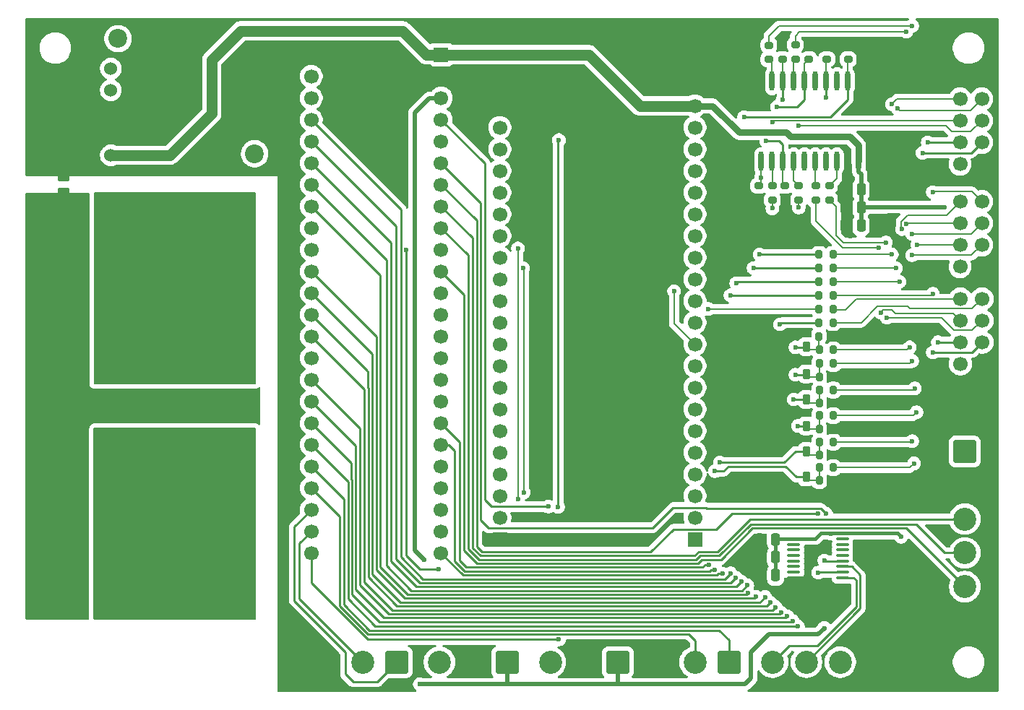
<source format=gbr>
%TF.GenerationSoftware,KiCad,Pcbnew,9.0.4*%
%TF.CreationDate,2025-12-21T10:21:04+05:30*%
%TF.ProjectId,RideOnV2Schematic,52696465-4f6e-4563-9253-6368656d6174,rev?*%
%TF.SameCoordinates,Original*%
%TF.FileFunction,Copper,L1,Top*%
%TF.FilePolarity,Positive*%
%FSLAX46Y46*%
G04 Gerber Fmt 4.6, Leading zero omitted, Abs format (unit mm)*
G04 Created by KiCad (PCBNEW 9.0.4) date 2025-12-21 10:21:04*
%MOMM*%
%LPD*%
G01*
G04 APERTURE LIST*
G04 Aperture macros list*
%AMRoundRect*
0 Rectangle with rounded corners*
0 $1 Rounding radius*
0 $2 $3 $4 $5 $6 $7 $8 $9 X,Y pos of 4 corners*
0 Add a 4 corners polygon primitive as box body*
4,1,4,$2,$3,$4,$5,$6,$7,$8,$9,$2,$3,0*
0 Add four circle primitives for the rounded corners*
1,1,$1+$1,$2,$3*
1,1,$1+$1,$4,$5*
1,1,$1+$1,$6,$7*
1,1,$1+$1,$8,$9*
0 Add four rect primitives between the rounded corners*
20,1,$1+$1,$2,$3,$4,$5,0*
20,1,$1+$1,$4,$5,$6,$7,0*
20,1,$1+$1,$6,$7,$8,$9,0*
20,1,$1+$1,$8,$9,$2,$3,0*%
G04 Aperture macros list end*
%TA.AperFunction,SMDPad,CuDef*%
%ADD10RoundRect,0.200000X-0.275000X0.200000X-0.275000X-0.200000X0.275000X-0.200000X0.275000X0.200000X0*%
%TD*%
%TA.AperFunction,SMDPad,CuDef*%
%ADD11RoundRect,0.200000X0.200000X0.275000X-0.200000X0.275000X-0.200000X-0.275000X0.200000X-0.275000X0*%
%TD*%
%TA.AperFunction,SMDPad,CuDef*%
%ADD12RoundRect,0.200000X-0.200000X-0.275000X0.200000X-0.275000X0.200000X0.275000X-0.200000X0.275000X0*%
%TD*%
%TA.AperFunction,SMDPad,CuDef*%
%ADD13RoundRect,0.200000X0.275000X-0.200000X0.275000X0.200000X-0.275000X0.200000X-0.275000X-0.200000X0*%
%TD*%
%TA.AperFunction,WasherPad*%
%ADD14C,2.200000*%
%TD*%
%TA.AperFunction,ComponentPad*%
%ADD15C,1.530000*%
%TD*%
%TA.AperFunction,SMDPad,CuDef*%
%ADD16RoundRect,0.250000X0.250000X0.475000X-0.250000X0.475000X-0.250000X-0.475000X0.250000X-0.475000X0*%
%TD*%
%TA.AperFunction,ComponentPad*%
%ADD17R,1.700000X1.700000*%
%TD*%
%TA.AperFunction,ComponentPad*%
%ADD18C,1.700000*%
%TD*%
%TA.AperFunction,SMDPad,CuDef*%
%ADD19RoundRect,0.225000X0.225000X0.375000X-0.225000X0.375000X-0.225000X-0.375000X0.225000X-0.375000X0*%
%TD*%
%TA.AperFunction,ComponentPad*%
%ADD20RoundRect,0.250001X1.099999X1.099999X-1.099999X1.099999X-1.099999X-1.099999X1.099999X-1.099999X0*%
%TD*%
%TA.AperFunction,ComponentPad*%
%ADD21C,2.700000*%
%TD*%
%TA.AperFunction,SMDPad,CuDef*%
%ADD22RoundRect,0.250000X0.450000X-0.262500X0.450000X0.262500X-0.450000X0.262500X-0.450000X-0.262500X0*%
%TD*%
%TA.AperFunction,SMDPad,CuDef*%
%ADD23RoundRect,0.250000X1.950000X1.000000X-1.950000X1.000000X-1.950000X-1.000000X1.950000X-1.000000X0*%
%TD*%
%TA.AperFunction,SMDPad,CuDef*%
%ADD24RoundRect,0.100000X-0.637500X-0.100000X0.637500X-0.100000X0.637500X0.100000X-0.637500X0.100000X0*%
%TD*%
%TA.AperFunction,ComponentPad*%
%ADD25C,2.500000*%
%TD*%
%TA.AperFunction,ComponentPad*%
%ADD26C,5.800000*%
%TD*%
%TA.AperFunction,SMDPad,CuDef*%
%ADD27O,0.600000X2.300000*%
%TD*%
%TA.AperFunction,SMDPad,CuDef*%
%ADD28RoundRect,0.250000X1.000000X0.650000X-1.000000X0.650000X-1.000000X-0.650000X1.000000X-0.650000X0*%
%TD*%
%TA.AperFunction,ComponentPad*%
%ADD29RoundRect,0.250001X-1.099999X1.099999X-1.099999X-1.099999X1.099999X-1.099999X1.099999X1.099999X0*%
%TD*%
%TA.AperFunction,ViaPad*%
%ADD30C,0.600000*%
%TD*%
%TA.AperFunction,Conductor*%
%ADD31C,0.750000*%
%TD*%
%TA.AperFunction,Conductor*%
%ADD32C,0.203200*%
%TD*%
%TA.AperFunction,Conductor*%
%ADD33C,1.270000*%
%TD*%
%TA.AperFunction,Conductor*%
%ADD34C,0.254000*%
%TD*%
%TA.AperFunction,Conductor*%
%ADD35C,0.200000*%
%TD*%
%TA.AperFunction,Conductor*%
%ADD36C,0.508000*%
%TD*%
%TA.AperFunction,Conductor*%
%ADD37C,0.406400*%
%TD*%
G04 APERTURE END LIST*
D10*
%TO.P,R9,1*%
%TO.N,/PIN_5*%
X169500000Y-56175000D03*
%TO.P,R9,2*%
%TO.N,GND*%
X169500000Y-57825000D03*
%TD*%
D11*
%TO.P,R7,1*%
%TO.N,GND*%
X175125000Y-73800000D03*
%TO.P,R7,2*%
%TO.N,/PIN_24*%
X173475000Y-73800000D03*
%TD*%
D12*
%TO.P,R31,1*%
%TO.N,/PIN_39*%
X173500000Y-89200000D03*
%TO.P,R31,2*%
%TO.N,/REAR_R_IS*%
X175150000Y-89200000D03*
%TD*%
D13*
%TO.P,R12,1*%
%TO.N,/PIN_10*%
X172300000Y-41325000D03*
%TO.P,R12,2*%
%TO.N,GND*%
X172300000Y-39675000D03*
%TD*%
D14*
%TO.P,U6,*%
%TO.N,*%
X91350000Y-38905000D03*
X107350000Y-52405000D03*
D15*
%TO.P,U6,1,EN*%
%TO.N,unconnected-(U6-EN-Pad1)*%
X90500000Y-42420000D03*
%TO.P,U6,2,VIN*%
%TO.N,+24V*%
X90500000Y-44960000D03*
%TO.P,U6,3,GND1*%
%TO.N,GND*%
X90500000Y-47500000D03*
%TO.P,U6,4,GND2*%
X90500000Y-50040000D03*
%TO.P,U6,5,VOUT*%
%TO.N,+5V*%
X90500000Y-52580000D03*
%TD*%
D16*
%TO.P,C13,1*%
%TO.N,+3.3V*%
X168382500Y-99695000D03*
%TO.P,C13,2*%
%TO.N,GND*%
X166482500Y-99695000D03*
%TD*%
D13*
%TO.P,R14,1*%
%TO.N,/PIN_32*%
X176900000Y-41325000D03*
%TO.P,R14,2*%
%TO.N,GND*%
X176900000Y-39675000D03*
%TD*%
D17*
%TO.P,J1,1,Pin_1*%
%TO.N,GND*%
X192540000Y-53600000D03*
D18*
%TO.P,J1,2,Pin_2*%
%TO.N,+5V*%
X190000000Y-53600000D03*
%TO.P,J1,3,Pin_3*%
%TO.N,/FRONT_L_IS*%
X192540000Y-51060000D03*
%TO.P,J1,4,Pin_4*%
%TO.N,/FRONT_R_IS*%
X190000000Y-51060000D03*
%TO.P,J1,5,Pin_5*%
%TO.N,/PIN_FRONT_LEN*%
X192540000Y-48520000D03*
%TO.P,J1,6,Pin_6*%
%TO.N,/PIN_FRONT_REN*%
X190000000Y-48520000D03*
%TO.P,J1,7,Pin_7*%
%TO.N,/PIN_FRONT_LPWM*%
X192540000Y-45980000D03*
%TO.P,J1,8,Pin_8*%
%TO.N,/PIN_FRONT_RPWM*%
X190000000Y-45980000D03*
%TD*%
D10*
%TO.P,R15,1*%
%TO.N,Net-(U1-1Y1)*%
X174700000Y-56175000D03*
%TO.P,R15,2*%
%TO.N,/PIN_REAR_LEN*%
X174700000Y-57825000D03*
%TD*%
D16*
%TO.P,C14,1*%
%TO.N,+3.3V*%
X168382500Y-97595000D03*
%TO.P,C14,2*%
%TO.N,GND*%
X166482500Y-97595000D03*
%TD*%
%TO.P,C7,1*%
%TO.N,+5V*%
X178400000Y-56600000D03*
%TO.P,C7,2*%
%TO.N,GND*%
X176500000Y-56600000D03*
%TD*%
%TO.P,C12,1*%
%TO.N,+3.3V*%
X168382500Y-101795000D03*
%TO.P,C12,2*%
%TO.N,GND*%
X166482500Y-101795000D03*
%TD*%
D12*
%TO.P,R2,1*%
%TO.N,/PIN_3*%
X173450000Y-67400000D03*
%TO.P,R2,2*%
%TO.N,/PIN_STEER_RPWM*%
X175100000Y-67400000D03*
%TD*%
D11*
%TO.P,R26,1*%
%TO.N,GND*%
X175150000Y-84700000D03*
%TO.P,R26,2*%
%TO.N,/PIN_27*%
X173500000Y-84700000D03*
%TD*%
D10*
%TO.P,R17,1*%
%TO.N,Net-(U1-1Y3)*%
X171100000Y-56175000D03*
%TO.P,R17,2*%
%TO.N,/PIN_FRONT_LEN*%
X171100000Y-57825000D03*
%TD*%
D19*
%TO.P,D7,1,K*%
%TO.N,/PIN_39*%
X171975000Y-90300000D03*
%TO.P,D7,2,A*%
%TO.N,GND*%
X168675000Y-90300000D03*
%TD*%
D20*
%TO.P,J5,1,Pin_1*%
%TO.N,GND*%
X179920000Y-112000000D03*
D21*
%TO.P,J5,2,Pin_2*%
%TO.N,+5V*%
X175960000Y-112000000D03*
%TO.P,J5,3,Pin_3*%
%TO.N,/T2*%
X172000000Y-112000000D03*
%TO.P,J5,4,Pin_4*%
%TO.N,/S2*%
X168040000Y-112000000D03*
%TD*%
D10*
%TO.P,R10,1*%
%TO.N,/PIN_4*%
X166400000Y-56175000D03*
%TO.P,R10,2*%
%TO.N,GND*%
X166400000Y-57825000D03*
%TD*%
D12*
%TO.P,R6,1*%
%TO.N,/PIN_24*%
X173500000Y-75400000D03*
%TO.P,R6,2*%
%TO.N,/STEER_L_IS*%
X175150000Y-75400000D03*
%TD*%
%TO.P,R27,1*%
%TO.N,/PIN_27*%
X173500000Y-83100000D03*
%TO.P,R27,2*%
%TO.N,/FRONT_R_IS*%
X175150000Y-83100000D03*
%TD*%
D22*
%TO.P,R32,1*%
%TO.N,GNDPWR*%
X85000000Y-56912500D03*
%TO.P,R32,2*%
%TO.N,GND*%
X85000000Y-55087500D03*
%TD*%
D19*
%TO.P,D6,1,K*%
%TO.N,/PIN_38*%
X171975000Y-87300000D03*
%TO.P,D6,2,A*%
%TO.N,GND*%
X168675000Y-87300000D03*
%TD*%
D11*
%TO.P,R8,1*%
%TO.N,GND*%
X175150000Y-78600000D03*
%TO.P,R8,2*%
%TO.N,/PIN_25*%
X173500000Y-78600000D03*
%TD*%
D12*
%TO.P,R22,1*%
%TO.N,/PIN_9*%
X173475000Y-64200000D03*
%TO.P,R22,2*%
%TO.N,/PIN_FRONT_RPWM*%
X175125000Y-64200000D03*
%TD*%
D23*
%TO.P,C17,1*%
%TO.N,+24V*%
X92300000Y-74000000D03*
%TO.P,C17,2*%
%TO.N,GNDPWR*%
X84900000Y-74000000D03*
%TD*%
D24*
%TO.P,U2,1,VCC*%
%TO.N,+3.3V*%
X170500000Y-97550000D03*
%TO.P,U2,2*%
%TO.N,unconnected-(U2-Pad2)*%
X170500000Y-98200000D03*
%TO.P,U2,3*%
%TO.N,unconnected-(U2-Pad3)*%
X170500000Y-98850000D03*
%TO.P,U2,4*%
%TO.N,unconnected-(U2-Pad4)*%
X170500000Y-99500000D03*
%TO.P,U2,5*%
%TO.N,unconnected-(U2-Pad5)*%
X170500000Y-100150000D03*
%TO.P,U2,6*%
%TO.N,unconnected-(U2-Pad6)*%
X170500000Y-100800000D03*
%TO.P,U2,7*%
%TO.N,unconnected-(U2-Pad7)*%
X170500000Y-101450000D03*
%TO.P,U2,8,GND*%
%TO.N,GND*%
X170500000Y-102100000D03*
%TO.P,U2,9*%
%TO.N,/S2*%
X176225000Y-102100000D03*
%TO.P,U2,10*%
%TO.N,/PIN_20*%
X176225000Y-101450000D03*
%TO.P,U2,11*%
%TO.N,/T2*%
X176225000Y-100800000D03*
%TO.P,U2,12*%
%TO.N,/PIN_21*%
X176225000Y-100150000D03*
%TO.P,U2,13,NC*%
%TO.N,unconnected-(U2-NC-Pad13)*%
X176225000Y-99500000D03*
%TO.P,U2,14*%
%TO.N,unconnected-(U2-Pad14)*%
X176225000Y-98850000D03*
%TO.P,U2,15*%
%TO.N,unconnected-(U2-Pad15)*%
X176225000Y-98200000D03*
%TO.P,U2,16,NC*%
%TO.N,unconnected-(U2-NC-Pad16)*%
X176225000Y-97550000D03*
%TD*%
D17*
%TO.P,J9,1,Pin_1*%
%TO.N,+5V*%
X129200000Y-40790000D03*
D18*
%TO.P,J9,2,Pin_2*%
%TO.N,GND*%
X129200000Y-43330000D03*
%TO.P,J9,3,Pin_3*%
%TO.N,+3.3V*%
X129200000Y-45870000D03*
%TO.P,J9,4,Pin_4*%
%TO.N,/PIN_23*%
X129200000Y-48410000D03*
%TO.P,J9,5,Pin_5*%
%TO.N,/PIN_22*%
X129200000Y-50950000D03*
%TO.P,J9,6,Pin_6*%
%TO.N,/PIN_21*%
X129200000Y-53490000D03*
%TO.P,J9,7,Pin_7*%
%TO.N,/PIN_20*%
X129200000Y-56030000D03*
%TO.P,J9,8,Pin_8*%
%TO.N,/PIN_19*%
X129200000Y-58570000D03*
%TO.P,J9,9,Pin_9*%
%TO.N,/PIN_18*%
X129200000Y-61110000D03*
%TO.P,J9,10,Pin_10*%
%TO.N,/PIN_17*%
X129200000Y-63650000D03*
%TO.P,J9,11,Pin_11*%
%TO.N,/OUT*%
X129200000Y-66190000D03*
%TO.P,J9,12,Pin_12*%
%TO.N,/PIN_15*%
X129200000Y-68730000D03*
%TO.P,J9,13,Pin_13*%
%TO.N,/PIN_14*%
X129200000Y-71270000D03*
%TO.P,J9,14,Pin_14*%
%TO.N,/PIN_13*%
X129200000Y-73810000D03*
%TO.P,J9,15,Pin_15*%
%TO.N,Net-(J9-Pin_15)*%
X129200000Y-76350000D03*
%TO.P,J9,16,Pin_16*%
%TO.N,Net-(J9-Pin_16)*%
X129200000Y-78890000D03*
%TO.P,J9,17,Pin_17*%
%TO.N,Net-(J9-Pin_17)*%
X129200000Y-81430000D03*
%TO.P,J9,18,Pin_18*%
%TO.N,/PIN_39*%
X129200000Y-83970000D03*
%TO.P,J9,19,Pin_19*%
%TO.N,/PIN_38*%
X129200000Y-86510000D03*
%TO.P,J9,20,Pin_20*%
%TO.N,Net-(J9-Pin_20)*%
X129200000Y-89050000D03*
%TO.P,J9,21,Pin_21*%
%TO.N,Net-(J9-Pin_21)*%
X129200000Y-91590000D03*
%TO.P,J9,22,Pin_22*%
%TO.N,Net-(J9-Pin_22)*%
X129200000Y-94130000D03*
%TO.P,J9,23,Pin_23*%
%TO.N,Net-(J9-Pin_23)*%
X129200000Y-96670000D03*
%TO.P,J9,24,Pin_24*%
%TO.N,/PIN_33*%
X129200000Y-99210000D03*
%TD*%
D11*
%TO.P,R28,1*%
%TO.N,GND*%
X175150000Y-87700000D03*
%TO.P,R28,2*%
%TO.N,/PIN_38*%
X173500000Y-87700000D03*
%TD*%
D19*
%TO.P,D4,1,K*%
%TO.N,/PIN_26*%
X171975000Y-81200000D03*
%TO.P,D4,2,A*%
%TO.N,GND*%
X168675000Y-81200000D03*
%TD*%
D25*
%TO.P,F1_30AMP1,1*%
%TO.N,+24V*%
X104300000Y-75360000D03*
X100900000Y-75360000D03*
%TO.P,F1_30AMP1,2*%
%TO.N,/24VIN*%
X104300000Y-88840000D03*
X100900000Y-88840000D03*
%TD*%
D12*
%TO.P,R21,1*%
%TO.N,/PIN_6*%
X173450000Y-65800000D03*
%TO.P,R21,2*%
%TO.N,/PIN_FRONT_LPWM*%
X175100000Y-65800000D03*
%TD*%
D26*
%TO.P,J15,1,Pin_1*%
%TO.N,GNDPWR*%
X84800000Y-63000000D03*
%TO.P,J15,2,Pin_2*%
%TO.N,+24V*%
X92000000Y-63000000D03*
%TD*%
D17*
%TO.P,J2,1,Pin_1*%
%TO.N,GND*%
X192540000Y-65620000D03*
D18*
%TO.P,J2,2,Pin_2*%
%TO.N,+5V*%
X190000000Y-65620000D03*
%TO.P,J2,3,Pin_3*%
%TO.N,/STEER_L_IS*%
X192540000Y-63080000D03*
%TO.P,J2,4,Pin_4*%
%TO.N,/STEER_R_IS*%
X190000000Y-63080000D03*
%TO.P,J2,5,Pin_5*%
%TO.N,/PIN_STEER_LEN*%
X192540000Y-60540000D03*
%TO.P,J2,6,Pin_6*%
%TO.N,/PIN_STEER_REN*%
X190000000Y-60540000D03*
%TO.P,J2,7,Pin_7*%
%TO.N,/PIN_STEER_LPWM*%
X192540000Y-58000000D03*
%TO.P,J2,8,Pin_8*%
%TO.N,/PIN_STEER_RPWM*%
X190000000Y-58000000D03*
%TD*%
D10*
%TO.P,R18,1*%
%TO.N,Net-(U1-1Y4)*%
X168000000Y-56175000D03*
%TO.P,R18,2*%
%TO.N,/PIN_FRONT_REN*%
X168000000Y-57825000D03*
%TD*%
D13*
%TO.P,R20,1*%
%TO.N,Net-(U1-2Y2)*%
X170700000Y-41300000D03*
%TO.P,R20,2*%
%TO.N,/PIN_STEER_REN*%
X170700000Y-39650000D03*
%TD*%
D12*
%TO.P,R1,1*%
%TO.N,/PIN_2*%
X173475000Y-69000000D03*
%TO.P,R1,2*%
%TO.N,/PIN_STEER_LPWM*%
X175125000Y-69000000D03*
%TD*%
D20*
%TO.P,J11,1,Pin_1*%
%TO.N,+3.3V*%
X136920000Y-112000000D03*
D21*
%TO.P,J11,2,Pin_2*%
%TO.N,GND*%
X132960000Y-112000000D03*
%TO.P,J11,3,Pin_3*%
%TO.N,/PIN_17*%
X129000000Y-112000000D03*
%TD*%
D27*
%TO.P,U1,1,1OE*%
%TO.N,GND*%
X178110000Y-43900000D03*
%TO.P,U1,2,1A1*%
%TO.N,/PIN_32*%
X176840000Y-43900000D03*
%TO.P,U1,3,2Y4*%
%TO.N,unconnected-(U1-2Y4-Pad3)*%
X175570000Y-43900000D03*
%TO.P,U1,4,1A2*%
%TO.N,/PIN_33*%
X174300000Y-43900000D03*
%TO.P,U1,5,2Y3*%
%TO.N,unconnected-(U1-2Y3-Pad5)*%
X173030000Y-43900000D03*
%TO.P,U1,6,1A3*%
%TO.N,/PIN_10*%
X171770000Y-43900000D03*
%TO.P,U1,7,2Y2*%
%TO.N,Net-(U1-2Y2)*%
X170490000Y-43900000D03*
%TO.P,U1,8,1A4*%
%TO.N,/PIN_11*%
X169220000Y-43900000D03*
%TO.P,U1,9,2Y1*%
%TO.N,Net-(U1-2Y1)*%
X167950000Y-43900000D03*
%TO.P,U1,10,GND*%
%TO.N,GND*%
X166680000Y-43900000D03*
%TO.P,U1,11,2A1*%
%TO.N,/PIN_4*%
X166680000Y-53300000D03*
%TO.P,U1,12,1Y4*%
%TO.N,Net-(U1-1Y4)*%
X167950000Y-53300000D03*
%TO.P,U1,13,2A2*%
%TO.N,/PIN_5*%
X169220000Y-53300000D03*
%TO.P,U1,14,1Y3*%
%TO.N,Net-(U1-1Y3)*%
X170490000Y-53300000D03*
%TO.P,U1,15,2A3*%
%TO.N,unconnected-(U1-2A3-Pad15)*%
X171770000Y-53300000D03*
%TO.P,U1,16,1Y2*%
%TO.N,Net-(U1-1Y2)*%
X173030000Y-53300000D03*
%TO.P,U1,17,2A4*%
%TO.N,unconnected-(U1-2A4-Pad17)*%
X174300000Y-53300000D03*
%TO.P,U1,18,1Y1*%
%TO.N,Net-(U1-1Y1)*%
X175570000Y-53300000D03*
%TO.P,U1,19,2OE*%
%TO.N,GND*%
X176840000Y-53300000D03*
%TO.P,U1,20,VCC*%
%TO.N,+5V*%
X178110000Y-53300000D03*
%TD*%
D28*
%TO.P,D1,1,A1*%
%TO.N,/24VIN*%
X90500000Y-90500000D03*
%TO.P,D1,2,A2*%
%TO.N,GNDPWR*%
X86500000Y-90500000D03*
%TD*%
D13*
%TO.P,R13,1*%
%TO.N,/PIN_33*%
X174400000Y-41300000D03*
%TO.P,R13,2*%
%TO.N,GND*%
X174400000Y-39650000D03*
%TD*%
D19*
%TO.P,D2,1,K*%
%TO.N,/PIN_24*%
X171975000Y-75000000D03*
%TO.P,D2,2,A*%
%TO.N,GND*%
X168675000Y-75000000D03*
%TD*%
D17*
%TO.P,J10,1,Pin_1*%
%TO.N,GND*%
X192580000Y-77040000D03*
D18*
%TO.P,J10,2,Pin_2*%
%TO.N,+5V*%
X190040000Y-77040000D03*
%TO.P,J10,3,Pin_3*%
%TO.N,/REAR_L_IS*%
X192580000Y-74500000D03*
%TO.P,J10,4,Pin_4*%
%TO.N,/REAR_R_IS*%
X190040000Y-74500000D03*
%TO.P,J10,5,Pin_5*%
%TO.N,/PIN_REAR_LEN*%
X192580000Y-71960000D03*
%TO.P,J10,6,Pin_6*%
%TO.N,/PIN_REAR_REN*%
X190040000Y-71960000D03*
%TO.P,J10,7,Pin_7*%
%TO.N,/PIN_REAR_LPWM*%
X192580000Y-69420000D03*
%TO.P,J10,8,Pin_8*%
%TO.N,/PIN_REAR_RPWM*%
X190040000Y-69420000D03*
%TD*%
D17*
%TO.P,J4,1,Pin_1*%
%TO.N,Net-(J4-Pin_1)*%
X158930000Y-97590000D03*
D18*
%TO.P,J4,2,Pin_2*%
%TO.N,Net-(J4-Pin_2)*%
X158930000Y-95050000D03*
%TO.P,J4,3,Pin_3*%
%TO.N,Net-(J4-Pin_3)*%
X158930000Y-92510000D03*
%TO.P,J4,4,Pin_4*%
%TO.N,Net-(J4-Pin_4)*%
X158930000Y-89970000D03*
%TO.P,J4,5,Pin_5*%
%TO.N,Net-(J4-Pin_5)*%
X158930000Y-87430000D03*
%TO.P,J4,6,Pin_6*%
%TO.N,Net-(J4-Pin_6)*%
X158930000Y-84890000D03*
%TO.P,J4,7,Pin_7*%
%TO.N,Net-(J4-Pin_7)*%
X158930000Y-82350000D03*
%TO.P,J4,8,Pin_8*%
%TO.N,Net-(J4-Pin_8)*%
X158930000Y-79810000D03*
%TO.P,J4,9,Pin_9*%
%TO.N,Net-(J4-Pin_9)*%
X158930000Y-77270000D03*
%TO.P,J4,10,Pin_10*%
%TO.N,/PIN_15*%
X158930000Y-74730000D03*
%TO.P,J4,11,Pin_11*%
%TO.N,/PIN_14*%
X158930000Y-72190000D03*
%TO.P,J4,12,Pin_12*%
%TO.N,Net-(J4-Pin_12)*%
X158930000Y-69650000D03*
%TO.P,J4,13,Pin_13*%
%TO.N,Net-(J4-Pin_13)*%
X158930000Y-67110000D03*
%TO.P,J4,14,Pin_14*%
%TO.N,Net-(J4-Pin_14)*%
X158930000Y-64570000D03*
%TO.P,J4,15,Pin_15*%
%TO.N,Net-(J4-Pin_15)*%
X158930000Y-62030000D03*
%TO.P,J4,16,Pin_16*%
%TO.N,Net-(J4-Pin_16)*%
X158930000Y-59490000D03*
%TO.P,J4,17,Pin_17*%
%TO.N,Net-(J4-Pin_17)*%
X158930000Y-56950000D03*
%TO.P,J4,18,Pin_18*%
%TO.N,Net-(J4-Pin_18)*%
X158930000Y-54410000D03*
%TO.P,J4,19,Pin_19*%
%TO.N,Net-(J4-Pin_19)*%
X158930000Y-51870000D03*
%TO.P,J4,20,Pin_20*%
%TO.N,Net-(J4-Pin_20)*%
X158930000Y-49330000D03*
%TO.P,J4,21,Pin_21*%
%TO.N,+5V*%
X158930000Y-46790000D03*
%TO.P,J4,22,Pin_22*%
%TO.N,GND*%
X158930000Y-44250000D03*
%TD*%
D11*
%TO.P,R24,1*%
%TO.N,GND*%
X175150000Y-81600000D03*
%TO.P,R24,2*%
%TO.N,/PIN_26*%
X173500000Y-81600000D03*
%TD*%
D13*
%TO.P,R19,1*%
%TO.N,Net-(U1-2Y1)*%
X167600000Y-41325000D03*
%TO.P,R19,2*%
%TO.N,/PIN_STEER_LEN*%
X167600000Y-39675000D03*
%TD*%
D12*
%TO.P,R4,1*%
%TO.N,/PIN_13*%
X173475000Y-70600000D03*
%TO.P,R4,2*%
%TO.N,/PIN_REAR_RPWM*%
X175125000Y-70600000D03*
%TD*%
D19*
%TO.P,D5,1,K*%
%TO.N,/PIN_27*%
X171975000Y-84300000D03*
%TO.P,D5,2,A*%
%TO.N,GND*%
X168675000Y-84300000D03*
%TD*%
D13*
%TO.P,R11,1*%
%TO.N,/PIN_11*%
X169200000Y-41300000D03*
%TO.P,R11,2*%
%TO.N,GND*%
X169200000Y-39650000D03*
%TD*%
D20*
%TO.P,J12,1,Pin_1*%
%TO.N,+3.3V*%
X149920000Y-112000000D03*
D21*
%TO.P,J12,2,Pin_2*%
%TO.N,GND*%
X145960000Y-112000000D03*
%TO.P,J12,3,Pin_3*%
%TO.N,/PIN_23*%
X142000000Y-112000000D03*
%TD*%
D19*
%TO.P,D3,1,K*%
%TO.N,/PIN_25*%
X171975000Y-78200000D03*
%TO.P,D3,2,A*%
%TO.N,GND*%
X168675000Y-78200000D03*
%TD*%
D17*
%TO.P,J8,1,Pin_1*%
%TO.N,GND*%
X136070000Y-97590000D03*
D18*
%TO.P,J8,2,Pin_2*%
%TO.N,/PIN_7*%
X136070000Y-95050000D03*
%TO.P,J8,3,Pin_3*%
%TO.N,/PIN_8*%
X136070000Y-92510000D03*
%TO.P,J8,4,Pin_4*%
%TO.N,Net-(J8-Pin_4)*%
X136070000Y-89970000D03*
%TO.P,J8,5,Pin_5*%
%TO.N,Net-(J8-Pin_5)*%
X136070000Y-87430000D03*
%TO.P,J8,6,Pin_6*%
%TO.N,Net-(J8-Pin_6)*%
X136070000Y-84890000D03*
%TO.P,J8,7,Pin_7*%
%TO.N,Net-(J8-Pin_7)*%
X136070000Y-82350000D03*
%TO.P,J8,8,Pin_8*%
%TO.N,Net-(J8-Pin_8)*%
X136070000Y-79810000D03*
%TO.P,J8,9,Pin_9*%
%TO.N,Net-(J8-Pin_9)*%
X136070000Y-77270000D03*
%TO.P,J8,10,Pin_10*%
%TO.N,Net-(J8-Pin_10)*%
X136070000Y-74730000D03*
%TO.P,J8,11,Pin_11*%
%TO.N,Net-(J8-Pin_11)*%
X136070000Y-72190000D03*
%TO.P,J8,12,Pin_12*%
%TO.N,Net-(J8-Pin_12)*%
X136070000Y-69650000D03*
%TO.P,J8,13,Pin_13*%
%TO.N,Net-(J8-Pin_13)*%
X136070000Y-67110000D03*
%TO.P,J8,14,Pin_14*%
%TO.N,Net-(J8-Pin_14)*%
X136070000Y-64570000D03*
%TO.P,J8,15,Pin_15*%
%TO.N,Net-(J8-Pin_15)*%
X136070000Y-62030000D03*
%TO.P,J8,16,Pin_16*%
%TO.N,Net-(J8-Pin_16)*%
X136070000Y-59490000D03*
%TO.P,J8,17,Pin_17*%
%TO.N,Net-(J8-Pin_17)*%
X136070000Y-56950000D03*
%TO.P,J8,18,Pin_18*%
%TO.N,Net-(J8-Pin_18)*%
X136070000Y-54410000D03*
%TO.P,J8,19,Pin_19*%
%TO.N,Net-(J8-Pin_19)*%
X136070000Y-51870000D03*
%TO.P,J8,20,Pin_20*%
%TO.N,Net-(J8-Pin_20)*%
X136070000Y-49330000D03*
%TO.P,J8,21,Pin_21*%
%TO.N,GND*%
X136070000Y-46790000D03*
%TO.P,J8,22,Pin_22*%
X136070000Y-44250000D03*
%TD*%
D20*
%TO.P,J13,1,Pin_1*%
%TO.N,/PIN_28*%
X162920000Y-112000000D03*
D21*
%TO.P,J13,2,Pin_2*%
%TO.N,/PIN_29*%
X158960000Y-112000000D03*
%TO.P,J13,3,Pin_3*%
%TO.N,GND*%
X155000000Y-112000000D03*
%TD*%
D16*
%TO.P,C8,1*%
%TO.N,+5V*%
X178400000Y-58700000D03*
%TO.P,C8,2*%
%TO.N,GND*%
X176500000Y-58700000D03*
%TD*%
D12*
%TO.P,R3,1*%
%TO.N,/PIN_12*%
X173475000Y-72200000D03*
%TO.P,R3,2*%
%TO.N,/PIN_REAR_LPWM*%
X175125000Y-72200000D03*
%TD*%
D16*
%TO.P,C9,1*%
%TO.N,+5V*%
X178400000Y-60800000D03*
%TO.P,C9,2*%
%TO.N,GND*%
X176500000Y-60800000D03*
%TD*%
D26*
%TO.P,J3,1,Pin_1*%
%TO.N,GNDPWR*%
X84800000Y-102000000D03*
%TO.P,J3,2,Pin_2*%
%TO.N,/24VIN*%
X92000000Y-102000000D03*
%TD*%
D10*
%TO.P,R16,1*%
%TO.N,Net-(U1-1Y2)*%
X173100000Y-56175000D03*
%TO.P,R16,2*%
%TO.N,/PIN_REAR_REN*%
X173100000Y-57825000D03*
%TD*%
D12*
%TO.P,R23,1*%
%TO.N,/PIN_25*%
X173500000Y-77000000D03*
%TO.P,R23,2*%
%TO.N,/STEER_R_IS*%
X175150000Y-77000000D03*
%TD*%
%TO.P,R29,1*%
%TO.N,/PIN_38*%
X173500000Y-86200000D03*
%TO.P,R29,2*%
%TO.N,/REAR_L_IS*%
X175150000Y-86200000D03*
%TD*%
D11*
%TO.P,R30,1*%
%TO.N,GND*%
X175150000Y-90700000D03*
%TO.P,R30,2*%
%TO.N,/PIN_39*%
X173500000Y-90700000D03*
%TD*%
D20*
%TO.P,J16,1,Pin_1*%
%TO.N,/PIN_30*%
X124000000Y-112000000D03*
D21*
%TO.P,J16,2,Pin_2*%
%TO.N,/PIN_31*%
X120040000Y-112000000D03*
%TO.P,J16,3,Pin_3*%
%TO.N,GND*%
X116080000Y-112000000D03*
%TD*%
D17*
%TO.P,J6,1,Pin_1*%
%TO.N,GND*%
X113980000Y-40790000D03*
D18*
%TO.P,J6,2,Pin_2*%
%TO.N,/PIN_0*%
X113980000Y-43330000D03*
%TO.P,J6,3,Pin_3*%
%TO.N,/PIN_1*%
X113980000Y-45870000D03*
%TO.P,J6,4,Pin_4*%
%TO.N,/PIN_2*%
X113980000Y-48410000D03*
%TO.P,J6,5,Pin_5*%
%TO.N,/PIN_3*%
X113980000Y-50950000D03*
%TO.P,J6,6,Pin_6*%
%TO.N,/PIN_4*%
X113980000Y-53490000D03*
%TO.P,J6,7,Pin_7*%
%TO.N,/PIN_5*%
X113980000Y-56030000D03*
%TO.P,J6,8,Pin_8*%
%TO.N,/PIN_6*%
X113980000Y-58570000D03*
%TO.P,J6,9,Pin_9*%
%TO.N,/PIN_7*%
X113980000Y-61110000D03*
%TO.P,J6,10,Pin_10*%
%TO.N,/PIN_8*%
X113980000Y-63650000D03*
%TO.P,J6,11,Pin_11*%
%TO.N,/PIN_9*%
X113980000Y-66190000D03*
%TO.P,J6,12,Pin_12*%
%TO.N,/PIN_10*%
X113980000Y-68730000D03*
%TO.P,J6,13,Pin_13*%
%TO.N,/PIN_11*%
X113980000Y-71270000D03*
%TO.P,J6,14,Pin_14*%
%TO.N,/PIN_12*%
X113980000Y-73810000D03*
%TO.P,J6,15,Pin_15*%
%TO.N,Net-(J6-Pin_15)*%
X113980000Y-76350000D03*
%TO.P,J6,16,Pin_16*%
%TO.N,/PIN_24*%
X113980000Y-78890000D03*
%TO.P,J6,17,Pin_17*%
%TO.N,/PIN_25*%
X113980000Y-81430000D03*
%TO.P,J6,18,Pin_18*%
%TO.N,/PIN_26*%
X113980000Y-83970000D03*
%TO.P,J6,19,Pin_19*%
%TO.N,/PIN_27*%
X113980000Y-86510000D03*
%TO.P,J6,20,Pin_20*%
%TO.N,/PIN_28*%
X113980000Y-89050000D03*
%TO.P,J6,21,Pin_21*%
%TO.N,/PIN_29*%
X113980000Y-91590000D03*
%TO.P,J6,22,Pin_22*%
%TO.N,/PIN_30*%
X113980000Y-94130000D03*
%TO.P,J6,23,Pin_23*%
%TO.N,/PIN_31*%
X113980000Y-96670000D03*
%TO.P,J6,24,Pin_24*%
%TO.N,/PIN_32*%
X113980000Y-99210000D03*
%TD*%
D12*
%TO.P,R25,1*%
%TO.N,/PIN_26*%
X173500000Y-80100000D03*
%TO.P,R25,2*%
%TO.N,/FRONT_L_IS*%
X175150000Y-80100000D03*
%TD*%
D29*
%TO.P,J7,1,Pin_1*%
%TO.N,+3.3V*%
X190550000Y-87302500D03*
D21*
%TO.P,J7,2,Pin_2*%
%TO.N,GND*%
X190550000Y-91262500D03*
%TO.P,J7,3,Pin_3*%
%TO.N,/PIN_19*%
X190550000Y-95222500D03*
%TO.P,J7,4,Pin_4*%
%TO.N,/PIN_18*%
X190550000Y-99182500D03*
%TO.P,J7,5,Pin_5*%
%TO.N,/OUT*%
X190550000Y-103142500D03*
%TD*%
D30*
%TO.N,/PIN_32*%
X143000000Y-50800000D03*
X142900000Y-93800000D03*
%TO.N,/PIN_13*%
X160500000Y-70600000D03*
%TO.N,/PIN_15*%
X156500000Y-68500000D03*
%TO.N,/PIN_8*%
X138900000Y-92100000D03*
X138800000Y-65800000D03*
%TO.N,/PIN_7*%
X138200000Y-92900000D03*
X138200000Y-63500000D03*
%TO.N,/PIN_2*%
X163119641Y-101573000D03*
%TO.N,+5V*%
X188200000Y-58700000D03*
%TO.N,GND*%
X161400000Y-81000000D03*
X161500000Y-85700000D03*
X173400000Y-39700000D03*
X169200000Y-38600000D03*
X169800000Y-77700000D03*
X172000000Y-102100000D03*
X175700000Y-39700000D03*
X176450000Y-55300000D03*
X161400000Y-76600000D03*
X161400000Y-72700000D03*
X177200000Y-62100000D03*
X161300000Y-67900000D03*
X169700000Y-74500000D03*
X170000000Y-58800000D03*
%TO.N,/PIN_38*%
X161845000Y-88600000D03*
X161220247Y-101168000D03*
%TO.N,/PIN_39*%
X160574733Y-100604655D03*
X161273000Y-89600000D03*
%TO.N,/PIN_FRONT_LEN*%
X171100000Y-49121600D03*
X171100000Y-58700000D03*
%TO.N,+3.3V*%
X174100000Y-108000000D03*
X127200000Y-100000000D03*
X174900000Y-96927000D03*
X183100000Y-97300000D03*
X126700000Y-114600000D03*
%TO.N,/FRONT_L_IS*%
X185601000Y-52300000D03*
X184700000Y-79900000D03*
%TO.N,/PIN_FRONT_LPWM*%
X182500000Y-65800000D03*
X182700000Y-47100000D03*
%TO.N,/FRONT_R_IS*%
X186202600Y-51100000D03*
X184900000Y-82700000D03*
%TO.N,/STEER_L_IS*%
X184100000Y-75100000D03*
X184400000Y-64300000D03*
%TO.N,/STEER_R_IS*%
X185000000Y-63100000D03*
X184400000Y-76700000D03*
%TO.N,/PIN_STEER_LPWM*%
X186804200Y-68818400D03*
X186804200Y-56900000D03*
%TO.N,/PIN_STEER_RPWM*%
X182900000Y-67400000D03*
X183203200Y-61227050D03*
%TO.N,/PIN_STEER_LEN*%
X184397400Y-61800000D03*
X184400000Y-37400000D03*
%TO.N,/PIN_STEER_REN*%
X183700000Y-60600000D03*
X183700000Y-38100000D03*
%TO.N,/PIN_9*%
X166081146Y-104331146D03*
X166500000Y-64200000D03*
%TO.N,/PIN_3*%
X163746641Y-102091208D03*
X163758296Y-67600000D03*
%TO.N,/PIN_27*%
X171000000Y-107800000D03*
X171000000Y-84300000D03*
%TO.N,/PIN_20*%
X173400000Y-101500000D03*
X173400000Y-94595500D03*
%TO.N,/PIN_21*%
X174300000Y-94595500D03*
X174100000Y-100100000D03*
%TO.N,/PIN_23*%
X141750000Y-93750000D03*
%TO.N,/PIN_24*%
X170700000Y-75100000D03*
X169020421Y-106173000D03*
%TO.N,/PIN_REAR_REN*%
X180698400Y-71000000D03*
X180500000Y-63401600D03*
%TO.N,/PIN_FRONT_RPWM*%
X182000000Y-46600000D03*
X182000000Y-64200000D03*
%TO.N,/PIN_12*%
X168900000Y-72400000D03*
X168393421Y-105546000D03*
%TO.N,/PIN_FRONT_REN*%
X168000000Y-58800000D03*
X168000000Y-48700000D03*
%TO.N,/PIN_17*%
X128900000Y-101073000D03*
X125127000Y-63700000D03*
%TO.N,/PIN_32*%
X164700000Y-48100000D03*
X143000000Y-109337000D03*
%TO.N,/PIN_26*%
X170500000Y-81200000D03*
X170373000Y-107173000D03*
%TO.N,/PIN_25*%
X170700000Y-78300000D03*
X169746000Y-106600000D03*
%TO.N,/PIN_4*%
X166673000Y-55200000D03*
X164385296Y-102573000D03*
%TO.N,/PIN_2*%
X163100000Y-69000000D03*
%TO.N,/PIN_5*%
X165073000Y-103000000D03*
X167300000Y-50900000D03*
%TO.N,/PIN_6*%
X165130000Y-103898000D03*
X165800000Y-65800000D03*
%TO.N,/REAR_L_IS*%
X184400000Y-86100000D03*
X186805200Y-75700000D03*
%TO.N,/REAR_R_IS*%
X184600000Y-88700000D03*
X187406800Y-74500000D03*
%TO.N,/PIN_REAR_LEN*%
X181300000Y-62800000D03*
X181400000Y-71598400D03*
%TO.N,/PIN_11*%
X169200000Y-46100000D03*
X167766421Y-104992390D03*
%TO.N,/PIN_10*%
X167139421Y-104363835D03*
X168573000Y-46900000D03*
%TO.N,/PIN_33*%
X174300000Y-45800000D03*
X162181802Y-101623000D03*
%TD*%
D31*
%TO.N,+5V*%
X170139548Y-50400000D02*
X177100000Y-50400000D01*
X169639548Y-49900000D02*
X170139548Y-50400000D01*
X164100000Y-49900000D02*
X169639548Y-49900000D01*
X177100000Y-50400000D02*
X178110000Y-51410000D01*
X160990000Y-46790000D02*
X164100000Y-49900000D01*
X158930000Y-46790000D02*
X160990000Y-46790000D01*
X178110000Y-51410000D02*
X178110000Y-53300000D01*
D32*
%TO.N,/PIN_FRONT_LEN*%
X191260000Y-49800000D02*
X192540000Y-48520000D01*
X189000000Y-49800000D02*
X191260000Y-49800000D01*
X188321600Y-49121600D02*
X189000000Y-49800000D01*
X171100000Y-49121600D02*
X188321600Y-49121600D01*
D33*
%TO.N,+5V*%
X146490000Y-40790000D02*
X129200000Y-40790000D01*
X152490000Y-46790000D02*
X146490000Y-40790000D01*
X158930000Y-46790000D02*
X152490000Y-46790000D01*
D34*
%TO.N,/PIN_32*%
X142900000Y-50900000D02*
X143000000Y-50800000D01*
X142900000Y-93800000D02*
X142900000Y-50900000D01*
D35*
%TO.N,/PIN_13*%
X160500000Y-70600000D02*
X161700000Y-70600000D01*
%TO.N,/PIN_15*%
X156500000Y-72300000D02*
X158930000Y-74730000D01*
X156500000Y-68500000D02*
X156500000Y-72300000D01*
%TO.N,/PIN_8*%
X138800000Y-65800000D02*
X138900000Y-65900000D01*
X138900000Y-65900000D02*
X138900000Y-92100000D01*
%TO.N,/PIN_7*%
X138200000Y-63500000D02*
X138200000Y-92900000D01*
D34*
%TO.N,/PIN_21*%
X134750000Y-96250000D02*
X133855000Y-95355000D01*
X133855000Y-95355000D02*
X133855000Y-94750000D01*
X154000000Y-96250000D02*
X134750000Y-96250000D01*
X160250000Y-93872000D02*
X156378000Y-93872000D01*
X156378000Y-93872000D02*
X154000000Y-96250000D01*
X173672000Y-93967500D02*
X160345500Y-93967500D01*
X160345500Y-93967500D02*
X160250000Y-93872000D01*
X174300000Y-94595500D02*
X173672000Y-93967500D01*
%TO.N,/PIN_23*%
X135060000Y-93750000D02*
X141750000Y-93750000D01*
X134310000Y-93000000D02*
X135060000Y-93750000D01*
%TO.N,/PIN_20*%
X161433500Y-96412000D02*
X156403000Y-96412000D01*
X156403000Y-96412000D02*
X153750000Y-99065000D01*
X133995404Y-99065000D02*
X153750000Y-99065000D01*
X163250000Y-94595500D02*
X161433500Y-96412000D01*
X163250000Y-94595500D02*
X173400000Y-94595500D01*
X133400000Y-98469596D02*
X133995404Y-99065000D01*
X133400000Y-96000000D02*
X133400000Y-98469596D01*
X133400000Y-96000000D02*
X133400000Y-96413064D01*
%TO.N,/PIN_19*%
X158893063Y-99520000D02*
X159348065Y-99064999D01*
X159348065Y-99064999D02*
X161598063Y-99064999D01*
X133806936Y-99520000D02*
X158893063Y-99520000D01*
X161598063Y-99064999D02*
X165440564Y-95222500D01*
X132900000Y-98613064D02*
X133806936Y-99520000D01*
X132900000Y-62270000D02*
X132900000Y-98613064D01*
X129200000Y-58570000D02*
X132900000Y-62270000D01*
X165440564Y-95222500D02*
X190550000Y-95222500D01*
%TO.N,/PIN_18*%
X188182500Y-99182500D02*
X190550000Y-99182500D01*
X184845000Y-95845000D02*
X188182500Y-99182500D01*
X165461531Y-95845000D02*
X184845000Y-95845000D01*
X159403266Y-99653266D02*
X159536532Y-99519999D01*
X159081531Y-99975000D02*
X159403266Y-99653266D01*
X132400000Y-98756532D02*
X133618468Y-99975000D01*
X133618468Y-99975000D02*
X159081531Y-99975000D01*
X159536532Y-99519999D02*
X161786531Y-99519999D01*
X132400000Y-64310000D02*
X132400000Y-98756532D01*
X129200000Y-61110000D02*
X132400000Y-64310000D01*
X161786531Y-99519999D02*
X165461531Y-95845000D01*
%TO.N,/OUT*%
X165649998Y-96300000D02*
X183707500Y-96300000D01*
X161974999Y-99974999D02*
X165649998Y-96300000D01*
X133430000Y-100430000D02*
X159269999Y-100430000D01*
X131900000Y-98900000D02*
X133430000Y-100430000D01*
X131900000Y-68890000D02*
X131900000Y-98900000D01*
X129200000Y-66190000D02*
X131900000Y-68890000D01*
X159269999Y-100430000D02*
X159724999Y-99974999D01*
X183707500Y-96300000D02*
X190550000Y-103142500D01*
X159724999Y-99974999D02*
X161974999Y-99974999D01*
%TO.N,/PIN_39*%
X132161936Y-100885000D02*
X131400000Y-100123064D01*
X131400000Y-100123064D02*
X131400000Y-86170000D01*
X131400000Y-86170000D02*
X129200000Y-83970000D01*
X160130981Y-100604655D02*
X159850636Y-100885000D01*
X160574733Y-100604655D02*
X160130981Y-100604655D01*
X159850636Y-100885000D02*
X132161936Y-100885000D01*
%TO.N,/PIN_38*%
X130800000Y-87200000D02*
X130110000Y-86510000D01*
X130800000Y-100166532D02*
X130800000Y-87200000D01*
X130110000Y-86510000D02*
X129200000Y-86510000D01*
X131973468Y-101340000D02*
X130800000Y-100166532D01*
X160850000Y-101168000D02*
X160678000Y-101340000D01*
X161220247Y-101168000D02*
X160850000Y-101168000D01*
X160678000Y-101340000D02*
X131973468Y-101340000D01*
%TO.N,/PIN_33*%
X161497641Y-101795000D02*
X131785000Y-101795000D01*
X162181802Y-101623000D02*
X161669641Y-101623000D01*
X131785000Y-101795000D02*
X129200000Y-99210000D01*
X161669641Y-101623000D02*
X161497641Y-101795000D01*
%TO.N,/PIN_6*%
X125270000Y-104070000D02*
X122055000Y-100855000D01*
X165130000Y-103898000D02*
X164958000Y-104070000D01*
X164958000Y-104070000D02*
X125270000Y-104070000D01*
X122055000Y-100855000D02*
X122055000Y-66645000D01*
X122055000Y-66645000D02*
X113980000Y-58570000D01*
%TO.N,/PIN_9*%
X121600000Y-101200000D02*
X121600000Y-73810000D01*
X124925000Y-104525000D02*
X121600000Y-101200000D01*
X165887292Y-104525000D02*
X124925000Y-104525000D01*
X166081146Y-104331146D02*
X165887292Y-104525000D01*
X121600000Y-73810000D02*
X113980000Y-66190000D01*
%TO.N,/PIN_3*%
X163132849Y-102705000D02*
X163746641Y-102091208D01*
X126705000Y-102705000D02*
X163132849Y-102705000D01*
X123900000Y-60870000D02*
X123900000Y-99900000D01*
X123900000Y-99900000D02*
X126705000Y-102705000D01*
X113980000Y-50950000D02*
X123900000Y-60870000D01*
%TO.N,/PIN_4*%
X163798296Y-103160000D02*
X164385296Y-102573000D01*
X126260000Y-103160000D02*
X163798296Y-103160000D01*
X123300000Y-62810000D02*
X123300000Y-100200000D01*
X113980000Y-53490000D02*
X123300000Y-62810000D01*
X123300000Y-100200000D02*
X126260000Y-103160000D01*
%TO.N,/PIN_5*%
X164458000Y-103615000D02*
X165073000Y-103000000D01*
X125715000Y-103615000D02*
X164458000Y-103615000D01*
X122800000Y-100700000D02*
X125715000Y-103615000D01*
X122800000Y-64850000D02*
X122800000Y-100700000D01*
X113980000Y-56030000D02*
X122800000Y-64850000D01*
%TO.N,/PIN_10*%
X166523256Y-104980000D02*
X167139421Y-104363835D01*
X124380000Y-104980000D02*
X166523256Y-104980000D01*
X121110000Y-101710000D02*
X124380000Y-104980000D01*
X121100000Y-75850000D02*
X121100000Y-79643066D01*
X121110000Y-79653067D02*
X121110000Y-101710000D01*
X113980000Y-68730000D02*
X121100000Y-75850000D01*
X121100000Y-79643066D02*
X121110000Y-79653067D01*
%TO.N,/PIN_11*%
X167323811Y-105435000D02*
X167766421Y-104992390D01*
X120655000Y-102055000D02*
X124035000Y-105435000D01*
X120655000Y-79841534D02*
X120655000Y-102055000D01*
X120645000Y-79831534D02*
X120655000Y-79841534D01*
X120645000Y-77945000D02*
X120645000Y-79831534D01*
X120500000Y-77800000D02*
X120645000Y-77945000D01*
X120500000Y-77790000D02*
X120500000Y-77800000D01*
X124035000Y-105435000D02*
X167323811Y-105435000D01*
X113980000Y-71270000D02*
X120500000Y-77790000D01*
%TO.N,/PIN_12*%
X168049421Y-105890000D02*
X168393421Y-105546000D01*
X120200000Y-80030000D02*
X120200000Y-102600000D01*
X120200000Y-102600000D02*
X123490000Y-105890000D01*
X113980000Y-73810000D02*
X120200000Y-80030000D01*
X123490000Y-105890000D02*
X168049421Y-105890000D01*
%TO.N,/PIN_24*%
X168848421Y-106345000D02*
X169020421Y-106173000D01*
X119700000Y-102973000D02*
X123072000Y-106345000D01*
X119700000Y-84610000D02*
X119700000Y-102973000D01*
X123072000Y-106345000D02*
X168848421Y-106345000D01*
X113980000Y-78890000D02*
X119700000Y-84610000D01*
D33*
%TO.N,+5V*%
X102330000Y-47670000D02*
X102330000Y-41370000D01*
X90500000Y-52580000D02*
X97420000Y-52580000D01*
D36*
X178400000Y-56600000D02*
X178400000Y-60800000D01*
D33*
X105700000Y-38000000D02*
X124700000Y-38000000D01*
D36*
X188143400Y-58643400D02*
X188200000Y-58700000D01*
X181143400Y-58700000D02*
X178400000Y-58700000D01*
X181200000Y-58643400D02*
X188143400Y-58643400D01*
X178400000Y-54800000D02*
X178400000Y-56600000D01*
D33*
X102330000Y-41370000D02*
X105700000Y-38000000D01*
D36*
X178110000Y-54510000D02*
X178400000Y-54800000D01*
X178110000Y-53300000D02*
X178110000Y-54510000D01*
D33*
X127490000Y-40790000D02*
X129200000Y-40790000D01*
X97420000Y-52580000D02*
X102330000Y-47670000D01*
X124700000Y-38000000D02*
X127490000Y-40790000D01*
D37*
%TO.N,GND*%
X170500000Y-102100000D02*
X172000000Y-102100000D01*
D34*
%TO.N,/PIN_38*%
X169400000Y-88600000D02*
X170700000Y-87300000D01*
D32*
X173500000Y-87700000D02*
X172375000Y-87700000D01*
D34*
X170700000Y-87300000D02*
X171975000Y-87300000D01*
X161845000Y-88600000D02*
X169400000Y-88600000D01*
D32*
X172375000Y-87700000D02*
X171975000Y-87300000D01*
X173500000Y-86200000D02*
X173500000Y-87700000D01*
D34*
%TO.N,/PIN_39*%
X170800000Y-90300000D02*
X171975000Y-90300000D01*
D32*
X173500000Y-89200000D02*
X173500000Y-90700000D01*
D34*
X169555000Y-89055000D02*
X170800000Y-90300000D01*
X162300000Y-89600000D02*
X162845000Y-89055000D01*
D32*
X172375000Y-90700000D02*
X171975000Y-90300000D01*
X173500000Y-90700000D02*
X172375000Y-90700000D01*
D34*
X162845000Y-89055000D02*
X169555000Y-89055000D01*
X161273000Y-89600000D02*
X162300000Y-89600000D01*
D32*
%TO.N,/PIN_FRONT_LEN*%
X171100000Y-58700000D02*
X171100000Y-57825000D01*
D36*
%TO.N,+3.3V*%
X137000000Y-114600000D02*
X149900000Y-114600000D01*
X167600000Y-108700000D02*
X173400000Y-108700000D01*
X126100000Y-47600000D02*
X126100000Y-98900000D01*
D37*
X182700000Y-96900000D02*
X183100000Y-97300000D01*
D36*
X149900000Y-114600000D02*
X164800000Y-114600000D01*
D37*
X170500000Y-97550000D02*
X173050000Y-97550000D01*
X173050000Y-97550000D02*
X173700000Y-96900000D01*
X168382500Y-97595000D02*
X168382500Y-101795000D01*
D36*
X164800000Y-114600000D02*
X165500000Y-113900000D01*
X126700000Y-114600000D02*
X137000000Y-114600000D01*
D37*
X170500000Y-97550000D02*
X168427500Y-97550000D01*
D36*
X165500000Y-113900000D02*
X165500000Y-110800000D01*
X127830000Y-45870000D02*
X126100000Y-47600000D01*
X136920000Y-114520000D02*
X137000000Y-114600000D01*
X129200000Y-45870000D02*
X127830000Y-45870000D01*
X149920000Y-114580000D02*
X149900000Y-114600000D01*
X165500000Y-110800000D02*
X167600000Y-108700000D01*
D37*
X173700000Y-96900000D02*
X182700000Y-96900000D01*
D36*
X126100000Y-98900000D02*
X127200000Y-100000000D01*
X173400000Y-108700000D02*
X174100000Y-108000000D01*
X149920000Y-112000000D02*
X149920000Y-114580000D01*
X136920000Y-112000000D02*
X136920000Y-114520000D01*
D32*
%TO.N,/FRONT_L_IS*%
X175150000Y-80100000D02*
X184500000Y-80100000D01*
D34*
X191300000Y-52300000D02*
X185700000Y-52300000D01*
X192540000Y-51060000D02*
X191300000Y-52300000D01*
D32*
X184500000Y-80100000D02*
X184700000Y-79900000D01*
%TO.N,/PIN_FRONT_LPWM*%
X191220000Y-47300000D02*
X192540000Y-45980000D01*
X182500000Y-65800000D02*
X175100000Y-65800000D01*
X182900000Y-47300000D02*
X191220000Y-47300000D01*
X182700000Y-47100000D02*
X182900000Y-47300000D01*
D34*
%TO.N,/FRONT_R_IS*%
X190000000Y-51060000D02*
X186242600Y-51060000D01*
X186242600Y-51060000D02*
X186202600Y-51100000D01*
D32*
X175150000Y-83100000D02*
X184500000Y-83100000D01*
X184500000Y-83100000D02*
X184900000Y-82700000D01*
%TO.N,/STEER_L_IS*%
X175150000Y-75400000D02*
X183800000Y-75400000D01*
X183800000Y-75400000D02*
X184100000Y-75100000D01*
X192540000Y-63080000D02*
X191320000Y-64300000D01*
X191320000Y-64300000D02*
X184400000Y-64300000D01*
%TO.N,/STEER_R_IS*%
X184100000Y-77000000D02*
X184400000Y-76700000D01*
X185500000Y-63100000D02*
X185520000Y-63080000D01*
X175150000Y-77000000D02*
X184100000Y-77000000D01*
X185000000Y-63100000D02*
X185500000Y-63100000D01*
X185520000Y-63080000D02*
X190000000Y-63080000D01*
D34*
%TO.N,/T2*%
X177300000Y-100800000D02*
X178300000Y-101800000D01*
X176225000Y-100800000D02*
X177300000Y-100800000D01*
X178300000Y-105700000D02*
X172000000Y-112000000D01*
X178300000Y-101800000D02*
X178300000Y-105700000D01*
D32*
%TO.N,/PIN_STEER_LPWM*%
X192540000Y-58000000D02*
X191387400Y-56847400D01*
X186622600Y-69000000D02*
X186804200Y-68818400D01*
X175125000Y-69000000D02*
X186622600Y-69000000D01*
X186856800Y-56847400D02*
X186804200Y-56900000D01*
X191387400Y-56847400D02*
X186856800Y-56847400D01*
D34*
%TO.N,/S2*%
X177545000Y-102100000D02*
X177845000Y-102400000D01*
X169970000Y-110070000D02*
X168040000Y-112000000D01*
X173286532Y-110070000D02*
X169970000Y-110070000D01*
X176225000Y-102100000D02*
X177545000Y-102100000D01*
X177845000Y-105511532D02*
X173286532Y-110070000D01*
X177845000Y-102400000D02*
X177845000Y-105511532D01*
D32*
%TO.N,/PIN_STEER_RPWM*%
X183097400Y-60350394D02*
X183097400Y-61121250D01*
X188400000Y-59600000D02*
X183847794Y-59600000D01*
X183847794Y-59600000D02*
X183097400Y-60350394D01*
X175100000Y-67400000D02*
X182900000Y-67400000D01*
X190000000Y-58000000D02*
X188400000Y-59600000D01*
X183097400Y-61121250D02*
X183203200Y-61227050D01*
D34*
%TO.N,/PIN_30*%
X121700000Y-114300000D02*
X124000000Y-112000000D01*
X112000000Y-104800000D02*
X118000000Y-110800000D01*
X118900000Y-114300000D02*
X121700000Y-114300000D01*
X112000000Y-96110000D02*
X112000000Y-104800000D01*
X118000000Y-110800000D02*
X118000000Y-113400000D01*
X118000000Y-113400000D02*
X118900000Y-114300000D01*
X113980000Y-94130000D02*
X112000000Y-96110000D01*
D32*
%TO.N,/PIN_STEER_LEN*%
X192540000Y-60540000D02*
X191280000Y-61800000D01*
X168800000Y-37400000D02*
X167600000Y-38600000D01*
X191280000Y-61800000D02*
X184397400Y-61800000D01*
X184400000Y-37400000D02*
X168800000Y-37400000D01*
X167600000Y-38600000D02*
X167600000Y-39675000D01*
D34*
%TO.N,/PIN_29*%
X158960000Y-112000000D02*
X158960000Y-109452765D01*
X117300000Y-105400000D02*
X117300000Y-94910000D01*
X120610000Y-108710000D02*
X117300000Y-105400000D01*
X117300000Y-94910000D02*
X113980000Y-91590000D01*
X158217235Y-108710000D02*
X120610000Y-108710000D01*
X158960000Y-109452765D02*
X158217235Y-108710000D01*
D32*
%TO.N,/PIN_STEER_REN*%
X170700000Y-38600000D02*
X171200000Y-38100000D01*
X170700000Y-39650000D02*
X170700000Y-38600000D01*
X171200000Y-38100000D02*
X183700000Y-38100000D01*
X183760000Y-60540000D02*
X190000000Y-60540000D01*
X183700000Y-60600000D02*
X183760000Y-60540000D01*
D34*
%TO.N,/PIN_9*%
X166500000Y-64200000D02*
X173475000Y-64200000D01*
%TO.N,/PIN_3*%
X163958296Y-67400000D02*
X163758296Y-67600000D01*
X173450000Y-67400000D02*
X163958296Y-67400000D01*
%TO.N,/PIN_31*%
X112600000Y-104560000D02*
X112600000Y-98050000D01*
X120040000Y-112000000D02*
X112600000Y-104560000D01*
X112600000Y-98050000D02*
X113980000Y-96670000D01*
D32*
%TO.N,/PIN_27*%
X173500000Y-83100000D02*
X173500000Y-84700000D01*
D34*
X118300000Y-104600000D02*
X121500000Y-107800000D01*
D32*
X172375000Y-84700000D02*
X171975000Y-84300000D01*
D34*
X121500000Y-107800000D02*
X171000000Y-107800000D01*
X171000000Y-84300000D02*
X171975000Y-84300000D01*
X113980000Y-86510000D02*
X118300000Y-90830000D01*
D32*
X173500000Y-84700000D02*
X172375000Y-84700000D01*
D34*
X118300000Y-90830000D02*
X118300000Y-104600000D01*
%TO.N,/PIN_20*%
X176225000Y-101450000D02*
X173450000Y-101450000D01*
X163174099Y-94595500D02*
X163250000Y-94595500D01*
X133400000Y-60230000D02*
X133400000Y-96000000D01*
X173450000Y-101450000D02*
X173400000Y-101500000D01*
X129200000Y-56030000D02*
X133400000Y-60230000D01*
%TO.N,/PIN_21*%
X176225000Y-100150000D02*
X174150000Y-100150000D01*
X174150000Y-100150000D02*
X174100000Y-100100000D01*
X133855000Y-58145000D02*
X133855000Y-94750000D01*
X129200000Y-53490000D02*
X133855000Y-58145000D01*
%TO.N,/PIN_23*%
X129200000Y-48410000D02*
X134310000Y-53520000D01*
X134310000Y-53520000D02*
X134310000Y-93000000D01*
%TO.N,/PIN_24*%
X170700000Y-75100000D02*
X171875000Y-75100000D01*
D32*
X173500000Y-75400000D02*
X172375000Y-75400000D01*
X172375000Y-75400000D02*
X171975000Y-75000000D01*
X173475000Y-73800000D02*
X173475000Y-75375000D01*
%TO.N,Net-(U1-1Y1)*%
X175570000Y-53300000D02*
X175570000Y-55305000D01*
X175570000Y-55305000D02*
X174700000Y-56175000D01*
%TO.N,/PIN_REAR_RPWM*%
X177880000Y-69420000D02*
X190040000Y-69420000D01*
X176600000Y-70700000D02*
X177880000Y-69420000D01*
X175225000Y-70700000D02*
X176600000Y-70700000D01*
%TO.N,Net-(U1-1Y2)*%
X173030000Y-53300000D02*
X173030000Y-56105000D01*
%TO.N,Net-(U1-1Y3)*%
X170490000Y-55565000D02*
X171100000Y-56175000D01*
X170490000Y-53300000D02*
X170490000Y-55565000D01*
%TO.N,Net-(U1-1Y4)*%
X168000000Y-56175000D02*
X168000000Y-53350000D01*
%TO.N,/PIN_REAR_REN*%
X180998400Y-70700000D02*
X182000000Y-70700000D01*
X182400000Y-71100000D02*
X189180000Y-71100000D01*
X180698400Y-71000000D02*
X180998400Y-70700000D01*
X173100000Y-60300000D02*
X173100000Y-57825000D01*
X180500000Y-63401600D02*
X176201600Y-63401600D01*
X189180000Y-71100000D02*
X190040000Y-71960000D01*
X182000000Y-70700000D02*
X182400000Y-71100000D01*
X176201600Y-63401600D02*
X173100000Y-60300000D01*
%TO.N,/PIN_FRONT_RPWM*%
X182620000Y-45980000D02*
X190000000Y-45980000D01*
X182000000Y-46600000D02*
X182620000Y-45980000D01*
X175125000Y-64200000D02*
X182000000Y-64200000D01*
%TO.N,Net-(U1-2Y1)*%
X167950000Y-41675000D02*
X167600000Y-41325000D01*
X167950000Y-43900000D02*
X167950000Y-41675000D01*
%TO.N,Net-(U1-2Y2)*%
X170490000Y-43900000D02*
X170490000Y-41510000D01*
D34*
%TO.N,/PIN_12*%
X168900000Y-72400000D02*
X169100000Y-72200000D01*
X169100000Y-72200000D02*
X173475000Y-72200000D01*
D32*
%TO.N,/PIN_FRONT_REN*%
X168000000Y-58800000D02*
X168000000Y-57825000D01*
X190000000Y-48520000D02*
X168180000Y-48520000D01*
X168180000Y-48520000D02*
X168000000Y-48700000D01*
D34*
%TO.N,/PIN_17*%
X125100000Y-99500000D02*
X125100000Y-63727000D01*
X125100000Y-63727000D02*
X125127000Y-63700000D01*
X126673000Y-101073000D02*
X128900000Y-101073000D01*
X125100000Y-99500000D02*
X126673000Y-101073000D01*
D32*
%TO.N,/PIN_13*%
X162900000Y-70600000D02*
X161700000Y-70600000D01*
X173475000Y-70600000D02*
X162900000Y-70600000D01*
D34*
%TO.N,/PIN_32*%
X176840000Y-46060000D02*
X176840000Y-43900000D01*
X164700000Y-48100000D02*
X164728000Y-48072000D01*
X174828000Y-48072000D02*
X176840000Y-46060000D01*
X120593532Y-109337000D02*
X143000000Y-109337000D01*
X113980000Y-102723468D02*
X120593532Y-109337000D01*
D32*
X176840000Y-43900000D02*
X176840000Y-41385000D01*
D34*
X164728000Y-48072000D02*
X174828000Y-48072000D01*
X113980000Y-99210000D02*
X113980000Y-102723468D01*
%TO.N,/PIN_28*%
X117800000Y-105256532D02*
X117800000Y-92870000D01*
X120798468Y-108255000D02*
X117800000Y-105256532D01*
X117800000Y-92870000D02*
X113980000Y-89050000D01*
X162920000Y-109410000D02*
X161765000Y-108255000D01*
X161765000Y-108255000D02*
X120798468Y-108255000D01*
X162920000Y-112000000D02*
X162920000Y-109410000D01*
D32*
%TO.N,/PIN_26*%
X172375000Y-81600000D02*
X171975000Y-81200000D01*
D34*
X118700000Y-88690000D02*
X118700000Y-90586532D01*
X118755000Y-104055000D02*
X122000000Y-107300000D01*
X113980000Y-83970000D02*
X118700000Y-88690000D01*
X170500000Y-81200000D02*
X171975000Y-81200000D01*
X118700000Y-90586532D02*
X118755000Y-90641533D01*
D32*
X173500000Y-81600000D02*
X172375000Y-81600000D01*
D34*
X122000000Y-107300000D02*
X170246000Y-107300000D01*
X170246000Y-107300000D02*
X170373000Y-107173000D01*
D32*
X173500000Y-80100000D02*
X173500000Y-81600000D01*
D34*
X118755000Y-90641533D02*
X118755000Y-104055000D01*
%TO.N,/PIN_25*%
X119210002Y-90453070D02*
X119209999Y-90830005D01*
D32*
X173500000Y-77000000D02*
X173500000Y-78600000D01*
D34*
X122500000Y-106800000D02*
X169546000Y-106800000D01*
D32*
X173500000Y-78600000D02*
X172375000Y-78600000D01*
D34*
X119200000Y-90443068D02*
X119210002Y-90453070D01*
X169546000Y-106800000D02*
X169746000Y-106600000D01*
X170700000Y-78300000D02*
X171875000Y-78300000D01*
X119210000Y-103510000D02*
X122500000Y-106800000D01*
X119209999Y-90830005D02*
X119210000Y-103510000D01*
X119200000Y-86650000D02*
X119200000Y-90443068D01*
X113980000Y-81430000D02*
X119200000Y-86650000D01*
D32*
X172375000Y-78600000D02*
X171975000Y-78200000D01*
%TO.N,/PIN_4*%
X166680000Y-53300000D02*
X166680000Y-55895000D01*
D34*
%TO.N,/PIN_2*%
X163100000Y-69000000D02*
X173475000Y-69000000D01*
%TO.N,/PIN_5*%
X168800000Y-50900000D02*
X169220000Y-51320000D01*
X167300000Y-50900000D02*
X168800000Y-50900000D01*
D32*
X169220000Y-53300000D02*
X169220000Y-55895000D01*
D34*
X169220000Y-51320000D02*
X169220000Y-53300000D01*
%TO.N,/PIN_6*%
X165800000Y-65800000D02*
X173450000Y-65800000D01*
%TO.N,/REAR_L_IS*%
X192580000Y-74500000D02*
X191380000Y-75700000D01*
X191380000Y-75700000D02*
X186805200Y-75700000D01*
D32*
X184300000Y-86200000D02*
X184400000Y-86100000D01*
X175150000Y-86200000D02*
X184300000Y-86200000D01*
D34*
%TO.N,/REAR_R_IS*%
X190040000Y-74500000D02*
X187406800Y-74500000D01*
D32*
X184100000Y-89200000D02*
X184600000Y-88700000D01*
X175150000Y-89200000D02*
X184100000Y-89200000D01*
%TO.N,/PIN_REAR_LPWM*%
X191427400Y-70572600D02*
X184127400Y-70572600D01*
X175125000Y-72200000D02*
X178400000Y-72200000D01*
X183850600Y-70295800D02*
X180304200Y-70295800D01*
X192580000Y-69420000D02*
X191427400Y-70572600D01*
X180304200Y-70295800D02*
X178400000Y-72200000D01*
X184127400Y-70572600D02*
X183850600Y-70295800D01*
%TO.N,/PIN_REAR_LEN*%
X175500000Y-58625000D02*
X174700000Y-57825000D01*
X187800000Y-71598400D02*
X181400000Y-71598400D01*
X187800000Y-71598400D02*
X189314200Y-73112600D01*
X175500000Y-62000000D02*
X175500000Y-58625000D01*
X189314200Y-73112600D02*
X191427400Y-73112600D01*
X181300000Y-62800000D02*
X176300000Y-62800000D01*
X176300000Y-62800000D02*
X175500000Y-62000000D01*
X191427400Y-73112600D02*
X192580000Y-71960000D01*
D34*
%TO.N,/PIN_11*%
X169200000Y-46100000D02*
X169200000Y-43920000D01*
D32*
X169220000Y-43900000D02*
X169220000Y-41320000D01*
D34*
%TO.N,/PIN_10*%
X170900000Y-46900000D02*
X171770000Y-46030000D01*
D32*
X171770000Y-41855000D02*
X172300000Y-41325000D01*
D34*
X171770000Y-46030000D02*
X171770000Y-43900000D01*
X168573000Y-46900000D02*
X170900000Y-46900000D01*
D32*
X171770000Y-43900000D02*
X171770000Y-41855000D01*
D34*
%TO.N,/PIN_33*%
X174300000Y-45800000D02*
X174300000Y-43900000D01*
D32*
X174300000Y-43900000D02*
X174300000Y-41400000D01*
D34*
%TO.N,/PIN_2*%
X124500000Y-99700000D02*
X127050000Y-102250000D01*
X127050000Y-102250000D02*
X162442641Y-102250000D01*
X113980000Y-48410000D02*
X124500000Y-58930000D01*
X162442641Y-102250000D02*
X163119641Y-101573000D01*
X124500000Y-58930000D02*
X124500000Y-99700000D01*
%TD*%
%TA.AperFunction,Conductor*%
%TO.N,/24VIN*%
G36*
X107415594Y-84519685D02*
G01*
X107461349Y-84572489D01*
X107472555Y-84624000D01*
X107472555Y-106876000D01*
X107452870Y-106943039D01*
X107400066Y-106988794D01*
X107348555Y-107000000D01*
X88596555Y-107000000D01*
X88529516Y-106980315D01*
X88483761Y-106927511D01*
X88472555Y-106876000D01*
X88472555Y-84624000D01*
X88492240Y-84556961D01*
X88545044Y-84511206D01*
X88596555Y-84500000D01*
X107348555Y-84500000D01*
X107415594Y-84519685D01*
G37*
%TD.AperFunction*%
%TD*%
%TA.AperFunction,Conductor*%
%TO.N,+24V*%
G36*
X107443039Y-56957934D02*
G01*
X107488794Y-57010738D01*
X107500000Y-57062249D01*
X107500000Y-79314249D01*
X107480315Y-79381288D01*
X107427511Y-79427043D01*
X107376000Y-79438249D01*
X88624000Y-79438249D01*
X88556961Y-79418564D01*
X88511206Y-79365760D01*
X88500000Y-79314249D01*
X88500000Y-57062249D01*
X88519685Y-56995210D01*
X88572489Y-56949455D01*
X88624000Y-56938249D01*
X107376000Y-56938249D01*
X107443039Y-56957934D01*
G37*
%TD.AperFunction*%
%TD*%
%TA.AperFunction,Conductor*%
%TO.N,GNDPWR*%
G36*
X87937539Y-57019685D02*
G01*
X87983294Y-57072489D01*
X87994500Y-57124000D01*
X87994500Y-79314249D01*
X87994501Y-79314258D01*
X88006052Y-79421699D01*
X88006054Y-79421711D01*
X88017260Y-79473221D01*
X88051383Y-79575746D01*
X88051386Y-79575752D01*
X88129171Y-79696786D01*
X88129179Y-79696797D01*
X88174923Y-79749589D01*
X88174926Y-79749592D01*
X88174930Y-79749596D01*
X88283664Y-79843816D01*
X88283667Y-79843817D01*
X88283668Y-79843818D01*
X88377925Y-79886865D01*
X88414541Y-79903587D01*
X88481580Y-79923272D01*
X88481584Y-79923273D01*
X88624000Y-79943749D01*
X88624003Y-79943749D01*
X107375990Y-79943749D01*
X107376000Y-79943749D01*
X107483456Y-79932196D01*
X107534967Y-79920990D01*
X107569197Y-79909596D01*
X107637497Y-79886865D01*
X107637501Y-79886862D01*
X107637504Y-79886862D01*
X107758543Y-79809074D01*
X107794797Y-79777660D01*
X107858352Y-79748634D01*
X107927511Y-79758577D01*
X107980315Y-79804332D01*
X108000000Y-79871371D01*
X108000000Y-84092490D01*
X107980315Y-84159529D01*
X107927511Y-84205284D01*
X107858353Y-84215228D01*
X107794798Y-84186203D01*
X107794797Y-84186202D01*
X107688894Y-84094435D01*
X107688886Y-84094430D01*
X107558020Y-84034664D01*
X107558015Y-84034662D01*
X107558014Y-84034662D01*
X107490975Y-84014977D01*
X107490977Y-84014977D01*
X107490972Y-84014976D01*
X107428902Y-84006052D01*
X107348555Y-83994500D01*
X88596555Y-83994500D01*
X88596546Y-83994500D01*
X88596545Y-83994501D01*
X88489104Y-84006052D01*
X88489092Y-84006054D01*
X88437582Y-84017260D01*
X88335057Y-84051383D01*
X88335051Y-84051386D01*
X88214017Y-84129171D01*
X88214006Y-84129179D01*
X88161214Y-84174923D01*
X88066988Y-84283664D01*
X88066985Y-84283668D01*
X88007219Y-84414534D01*
X87987531Y-84481582D01*
X87967055Y-84624001D01*
X87967055Y-106876000D01*
X87947370Y-106943039D01*
X87894566Y-106988794D01*
X87843055Y-107000000D01*
X80624500Y-107000000D01*
X80557461Y-106980315D01*
X80511706Y-106927511D01*
X80500500Y-106876000D01*
X80500500Y-57124000D01*
X80520185Y-57056961D01*
X80572989Y-57011206D01*
X80624500Y-57000000D01*
X87870500Y-57000000D01*
X87937539Y-57019685D01*
G37*
%TD.AperFunction*%
%TD*%
%TA.AperFunction,Conductor*%
%TO.N,GND*%
G36*
X183963600Y-36520185D02*
G01*
X184009355Y-36572989D01*
X184019299Y-36642147D01*
X183990274Y-36705703D01*
X183965452Y-36727602D01*
X183891520Y-36777002D01*
X183824843Y-36797880D01*
X183822629Y-36797900D01*
X168720732Y-36797900D01*
X168644165Y-36818416D01*
X168567596Y-36838933D01*
X168567595Y-36838934D01*
X168479654Y-36889707D01*
X168470964Y-36894724D01*
X168458883Y-36901698D01*
X168430302Y-36918199D01*
X167118201Y-38230300D01*
X167118199Y-38230303D01*
X167038933Y-38367597D01*
X166997900Y-38520733D01*
X166997900Y-38784252D01*
X166978215Y-38851291D01*
X166938051Y-38890368D01*
X166889814Y-38919528D01*
X166889810Y-38919531D01*
X166769530Y-39039811D01*
X166681522Y-39185393D01*
X166630913Y-39347807D01*
X166626772Y-39393384D01*
X166624500Y-39418384D01*
X166624500Y-39931616D01*
X166625958Y-39947656D01*
X166630913Y-40002192D01*
X166681522Y-40164606D01*
X166769530Y-40310188D01*
X166871661Y-40412319D01*
X166905146Y-40473642D01*
X166900162Y-40543334D01*
X166871661Y-40587681D01*
X166769531Y-40689810D01*
X166769530Y-40689811D01*
X166681522Y-40835393D01*
X166630913Y-40997807D01*
X166624500Y-41068386D01*
X166624500Y-41581613D01*
X166630913Y-41652192D01*
X166630913Y-41652194D01*
X166630914Y-41652196D01*
X166663276Y-41756052D01*
X166681522Y-41814606D01*
X166769530Y-41960188D01*
X166889811Y-42080469D01*
X166889813Y-42080470D01*
X166889815Y-42080472D01*
X167035394Y-42168478D01*
X167197804Y-42219086D01*
X167235122Y-42222477D01*
X167238233Y-42223706D01*
X167241547Y-42223230D01*
X167270506Y-42236455D01*
X167300105Y-42248148D01*
X167302058Y-42250864D01*
X167305103Y-42252255D01*
X167322315Y-42279038D01*
X167340893Y-42304876D01*
X167341605Y-42309054D01*
X167342877Y-42311033D01*
X167347900Y-42345968D01*
X167347900Y-42472628D01*
X167328215Y-42539667D01*
X167327002Y-42541519D01*
X167240609Y-42670814D01*
X167240602Y-42670827D01*
X167180264Y-42816498D01*
X167180261Y-42816510D01*
X167149500Y-42971153D01*
X167149500Y-44828846D01*
X167180261Y-44983489D01*
X167180264Y-44983501D01*
X167240602Y-45129172D01*
X167240609Y-45129185D01*
X167328210Y-45260288D01*
X167328213Y-45260292D01*
X167439707Y-45371786D01*
X167439711Y-45371789D01*
X167570814Y-45459390D01*
X167570827Y-45459397D01*
X167689987Y-45508754D01*
X167716503Y-45519737D01*
X167871153Y-45550499D01*
X167871156Y-45550500D01*
X167871158Y-45550500D01*
X168028844Y-45550500D01*
X168028845Y-45550499D01*
X168183497Y-45519737D01*
X168323882Y-45461588D01*
X168329172Y-45459397D01*
X168329172Y-45459396D01*
X168329179Y-45459394D01*
X168379609Y-45425698D01*
X168389309Y-45422660D01*
X168396989Y-45416006D01*
X168422086Y-45412397D01*
X168446286Y-45404820D01*
X168456086Y-45407508D01*
X168466147Y-45406062D01*
X168489213Y-45416596D01*
X168513666Y-45423304D01*
X168520457Y-45430864D01*
X168529703Y-45435087D01*
X168543412Y-45456419D01*
X168560357Y-45475283D01*
X168562988Y-45486880D01*
X168567477Y-45493865D01*
X168572500Y-45528800D01*
X168572500Y-45560642D01*
X168552815Y-45627681D01*
X168551602Y-45629533D01*
X168490609Y-45720814D01*
X168490602Y-45720827D01*
X168430264Y-45866498D01*
X168430261Y-45866510D01*
X168399500Y-46021153D01*
X168399500Y-46022557D01*
X168399292Y-46023264D01*
X168398903Y-46027218D01*
X168398153Y-46027144D01*
X168379815Y-46089596D01*
X168327011Y-46135351D01*
X168322952Y-46137118D01*
X168193827Y-46190602D01*
X168193814Y-46190609D01*
X168062711Y-46278210D01*
X168062707Y-46278213D01*
X167951213Y-46389707D01*
X167951210Y-46389711D01*
X167863609Y-46520814D01*
X167863602Y-46520827D01*
X167803264Y-46666498D01*
X167803261Y-46666510D01*
X167772500Y-46821153D01*
X167772500Y-46978846D01*
X167803261Y-47133489D01*
X167803264Y-47133501D01*
X167861066Y-47273048D01*
X167868535Y-47342517D01*
X167837260Y-47404996D01*
X167777171Y-47440648D01*
X167746505Y-47444500D01*
X165197452Y-47444500D01*
X165130413Y-47424815D01*
X165128607Y-47423632D01*
X165079179Y-47390606D01*
X165079172Y-47390602D01*
X164933501Y-47330264D01*
X164933489Y-47330261D01*
X164778845Y-47299500D01*
X164778842Y-47299500D01*
X164621158Y-47299500D01*
X164621155Y-47299500D01*
X164466510Y-47330261D01*
X164466498Y-47330264D01*
X164320827Y-47390602D01*
X164320814Y-47390609D01*
X164189711Y-47478210D01*
X164189707Y-47478213D01*
X164078213Y-47589707D01*
X164078210Y-47589711D01*
X163990609Y-47720814D01*
X163990602Y-47720827D01*
X163930264Y-47866498D01*
X163930261Y-47866510D01*
X163899500Y-48021153D01*
X163899500Y-48161993D01*
X163879815Y-48229032D01*
X163827011Y-48274787D01*
X163757853Y-48284731D01*
X163694297Y-48255706D01*
X163687819Y-48249674D01*
X161548102Y-46109957D01*
X161548098Y-46109954D01*
X161404711Y-46014145D01*
X161404698Y-46014138D01*
X161245378Y-45948146D01*
X161245366Y-45948143D01*
X161076232Y-45914500D01*
X161076229Y-45914500D01*
X160015758Y-45914500D01*
X159948719Y-45894815D01*
X159928077Y-45878181D01*
X159809786Y-45759890D01*
X159637820Y-45634951D01*
X159448414Y-45538444D01*
X159448413Y-45538443D01*
X159448412Y-45538443D01*
X159246243Y-45472754D01*
X159246241Y-45472753D01*
X159246240Y-45472753D01*
X159075937Y-45445780D01*
X159036287Y-45439500D01*
X158823713Y-45439500D01*
X158784063Y-45445780D01*
X158613760Y-45472753D01*
X158411585Y-45538444D01*
X158222175Y-45634953D01*
X158220099Y-45636226D01*
X158219156Y-45636491D01*
X158217843Y-45637161D01*
X158217709Y-45636899D01*
X158155308Y-45654500D01*
X153011702Y-45654500D01*
X152944663Y-45634815D01*
X152924021Y-45618181D01*
X147229730Y-39923891D01*
X147229727Y-39923888D01*
X147186013Y-39892128D01*
X147085132Y-39818833D01*
X146925881Y-39737691D01*
X146925875Y-39737688D01*
X146884194Y-39724146D01*
X146817453Y-39702460D01*
X146755897Y-39682459D01*
X146755895Y-39682458D01*
X146755894Y-39682458D01*
X146579370Y-39654500D01*
X146579366Y-39654500D01*
X130523549Y-39654500D01*
X130456510Y-39634815D01*
X130424282Y-39604810D01*
X130407550Y-39582458D01*
X130407547Y-39582455D01*
X130407546Y-39582454D01*
X130393878Y-39572222D01*
X130292335Y-39496206D01*
X130292328Y-39496202D01*
X130157482Y-39445908D01*
X130157483Y-39445908D01*
X130097883Y-39439501D01*
X130097881Y-39439500D01*
X130097873Y-39439500D01*
X130097864Y-39439500D01*
X128302129Y-39439500D01*
X128302123Y-39439501D01*
X128242516Y-39445908D01*
X128107671Y-39496202D01*
X128107669Y-39496203D01*
X128018901Y-39562656D01*
X127953437Y-39587073D01*
X127885164Y-39572222D01*
X127856909Y-39551070D01*
X125439730Y-37133891D01*
X125439724Y-37133886D01*
X125381898Y-37091873D01*
X125295132Y-37028833D01*
X125135881Y-36947691D01*
X125135875Y-36947688D01*
X125094194Y-36934146D01*
X125027453Y-36912460D01*
X124965897Y-36892459D01*
X124965895Y-36892458D01*
X124965894Y-36892458D01*
X124789370Y-36864500D01*
X124789366Y-36864500D01*
X105789366Y-36864500D01*
X105610634Y-36864500D01*
X105610630Y-36864500D01*
X105434105Y-36892458D01*
X105305805Y-36934146D01*
X105305804Y-36934145D01*
X105264118Y-36947690D01*
X105104867Y-37028833D01*
X105018102Y-37091873D01*
X104960270Y-37133890D01*
X101463890Y-40630270D01*
X101358833Y-40774867D01*
X101277243Y-40934997D01*
X101276184Y-40938754D01*
X101222459Y-41104101D01*
X101222458Y-41104109D01*
X101212402Y-41167599D01*
X101194500Y-41280628D01*
X101194500Y-47148299D01*
X101174815Y-47215338D01*
X101158181Y-47235980D01*
X96985980Y-51408181D01*
X96924657Y-51441666D01*
X96898299Y-51444500D01*
X91088729Y-51444500D01*
X91032434Y-51430985D01*
X90985780Y-51407213D01*
X90796342Y-51345661D01*
X90625578Y-51318615D01*
X90599597Y-51314500D01*
X90400403Y-51314500D01*
X90334822Y-51324887D01*
X90203659Y-51345661D01*
X90203656Y-51345661D01*
X90014219Y-51407213D01*
X89836733Y-51497647D01*
X89759505Y-51553757D01*
X89675582Y-51614731D01*
X89675580Y-51614733D01*
X89675579Y-51614733D01*
X89534733Y-51755579D01*
X89534733Y-51755580D01*
X89534731Y-51755582D01*
X89509274Y-51790621D01*
X89417647Y-51916733D01*
X89327213Y-52094219D01*
X89265661Y-52283656D01*
X89265661Y-52283659D01*
X89234500Y-52480403D01*
X89234500Y-52679596D01*
X89265661Y-52876340D01*
X89265661Y-52876343D01*
X89327213Y-53065780D01*
X89382230Y-53173757D01*
X89417647Y-53243266D01*
X89534731Y-53404418D01*
X89675582Y-53545269D01*
X89836734Y-53662353D01*
X90014217Y-53752785D01*
X90014219Y-53752786D01*
X90203657Y-53814338D01*
X90203658Y-53814338D01*
X90203661Y-53814339D01*
X90400403Y-53845500D01*
X90400404Y-53845500D01*
X90599596Y-53845500D01*
X90599597Y-53845500D01*
X90796339Y-53814339D01*
X90796342Y-53814338D01*
X90796343Y-53814338D01*
X90985780Y-53752786D01*
X90985780Y-53752785D01*
X90985783Y-53752785D01*
X91032434Y-53729014D01*
X91088729Y-53715500D01*
X97509370Y-53715500D01*
X97593442Y-53702184D01*
X97685897Y-53687541D01*
X97814193Y-53645853D01*
X97855881Y-53632309D01*
X98015132Y-53551167D01*
X98159728Y-53446111D01*
X98286111Y-53319728D01*
X99326801Y-52279038D01*
X105749500Y-52279038D01*
X105749500Y-52530962D01*
X105784159Y-52749786D01*
X105788910Y-52779785D01*
X105866760Y-53019383D01*
X105945413Y-53173747D01*
X105970393Y-53222773D01*
X105981132Y-53243848D01*
X106129201Y-53447649D01*
X106129205Y-53447654D01*
X106307345Y-53625794D01*
X106307350Y-53625798D01*
X106430815Y-53715500D01*
X106511155Y-53773870D01*
X106601090Y-53819694D01*
X106735616Y-53888239D01*
X106735618Y-53888239D01*
X106735621Y-53888241D01*
X106975215Y-53966090D01*
X107224038Y-54005500D01*
X107224039Y-54005500D01*
X107475961Y-54005500D01*
X107475962Y-54005500D01*
X107724785Y-53966090D01*
X107964379Y-53888241D01*
X108188845Y-53773870D01*
X108392656Y-53625793D01*
X108570793Y-53447656D01*
X108718870Y-53243845D01*
X108833241Y-53019379D01*
X108911090Y-52779785D01*
X108950500Y-52530962D01*
X108950500Y-52279038D01*
X108911090Y-52030215D01*
X108833241Y-51790621D01*
X108833239Y-51790618D01*
X108833239Y-51790616D01*
X108775965Y-51678210D01*
X108718870Y-51566155D01*
X108668071Y-51496236D01*
X108570798Y-51362350D01*
X108570794Y-51362345D01*
X108392654Y-51184205D01*
X108392649Y-51184201D01*
X108188848Y-51036132D01*
X108188847Y-51036131D01*
X108188845Y-51036130D01*
X108118747Y-51000413D01*
X107964383Y-50921760D01*
X107724785Y-50843910D01*
X107665291Y-50834487D01*
X107475962Y-50804500D01*
X107224038Y-50804500D01*
X107099626Y-50824205D01*
X106975214Y-50843910D01*
X106735616Y-50921760D01*
X106511151Y-51036132D01*
X106307350Y-51184201D01*
X106307345Y-51184205D01*
X106129205Y-51362345D01*
X106129201Y-51362350D01*
X105981132Y-51566151D01*
X105866760Y-51790616D01*
X105788910Y-52030214D01*
X105758851Y-52220000D01*
X105749500Y-52279038D01*
X99326801Y-52279038D01*
X103196111Y-48409728D01*
X103205190Y-48397232D01*
X103301167Y-48265132D01*
X103352661Y-48164069D01*
X103382310Y-48105880D01*
X103437541Y-47935897D01*
X103457135Y-47812184D01*
X103465500Y-47759370D01*
X103465500Y-41891701D01*
X103485185Y-41824662D01*
X103501819Y-41804020D01*
X106134020Y-39171819D01*
X106195343Y-39138334D01*
X106221701Y-39135500D01*
X124178299Y-39135500D01*
X124245338Y-39155185D01*
X124265980Y-39171819D01*
X126623889Y-41529728D01*
X126750272Y-41656111D01*
X126846669Y-41726148D01*
X126894869Y-41761168D01*
X126950683Y-41789606D01*
X127054119Y-41842309D01*
X127095802Y-41855851D01*
X127095804Y-41855853D01*
X127095805Y-41855853D01*
X127127880Y-41866275D01*
X127224103Y-41897541D01*
X127299759Y-41909523D01*
X127400630Y-41925500D01*
X127400634Y-41925500D01*
X127579366Y-41925500D01*
X127876451Y-41925500D01*
X127943490Y-41945185D01*
X127975718Y-41975190D01*
X127992449Y-41997541D01*
X127992452Y-41997544D01*
X127992454Y-41997546D01*
X127992457Y-41997548D01*
X128107664Y-42083793D01*
X128107671Y-42083797D01*
X128242517Y-42134091D01*
X128242516Y-42134091D01*
X128249444Y-42134835D01*
X128302127Y-42140500D01*
X130097872Y-42140499D01*
X130157483Y-42134091D01*
X130292331Y-42083796D01*
X130407546Y-41997546D01*
X130421056Y-41979500D01*
X130424282Y-41975190D01*
X130480215Y-41933318D01*
X130523549Y-41925500D01*
X145968299Y-41925500D01*
X146035338Y-41945185D01*
X146055980Y-41961819D01*
X151750269Y-47656109D01*
X151750275Y-47656114D01*
X151810669Y-47699993D01*
X151861984Y-47737275D01*
X151894868Y-47761167D01*
X152054119Y-47842309D01*
X152054121Y-47842310D01*
X152158440Y-47876205D01*
X152224103Y-47897540D01*
X152400634Y-47925500D01*
X158155308Y-47925500D01*
X158169632Y-47929137D01*
X158181369Y-47928269D01*
X158207653Y-47938791D01*
X158214468Y-47940522D01*
X158220331Y-47943704D01*
X158222184Y-47945051D01*
X158232392Y-47950252D01*
X158233810Y-47951022D01*
X158257481Y-47974577D01*
X158281742Y-47997491D01*
X158282145Y-47999121D01*
X158283336Y-48000306D01*
X158290509Y-48032896D01*
X158298536Y-48065312D01*
X158297993Y-48066902D01*
X158298355Y-48068543D01*
X158286768Y-48099841D01*
X158275998Y-48131447D01*
X158274630Y-48132632D01*
X158274099Y-48134067D01*
X158265554Y-48140495D01*
X158230946Y-48170484D01*
X158222182Y-48174949D01*
X158050213Y-48299890D01*
X157899890Y-48450213D01*
X157774951Y-48622179D01*
X157678444Y-48811585D01*
X157612753Y-49013760D01*
X157579500Y-49223713D01*
X157579500Y-49436286D01*
X157600601Y-49569516D01*
X157612754Y-49646243D01*
X157665456Y-49808443D01*
X157678444Y-49848414D01*
X157774951Y-50037820D01*
X157899890Y-50209786D01*
X158050213Y-50360109D01*
X158222182Y-50485050D01*
X158230946Y-50489516D01*
X158281742Y-50537491D01*
X158298536Y-50605312D01*
X158275998Y-50671447D01*
X158230946Y-50710484D01*
X158222182Y-50714949D01*
X158050213Y-50839890D01*
X157899890Y-50990213D01*
X157774951Y-51162179D01*
X157678444Y-51351585D01*
X157612753Y-51553760D01*
X157579500Y-51763713D01*
X157579500Y-51976286D01*
X157600601Y-52109516D01*
X157612754Y-52186243D01*
X157674814Y-52377244D01*
X157678444Y-52388414D01*
X157774951Y-52577820D01*
X157899890Y-52749786D01*
X158050213Y-52900109D01*
X158222182Y-53025050D01*
X158230946Y-53029516D01*
X158281742Y-53077491D01*
X158298536Y-53145312D01*
X158275998Y-53211447D01*
X158230946Y-53250484D01*
X158222182Y-53254949D01*
X158050213Y-53379890D01*
X157899890Y-53530213D01*
X157774951Y-53702179D01*
X157678444Y-53891585D01*
X157612753Y-54093760D01*
X157579500Y-54303713D01*
X157579500Y-54516286D01*
X157612665Y-54725685D01*
X157612754Y-54726243D01*
X157678150Y-54927511D01*
X157678444Y-54928414D01*
X157774951Y-55117820D01*
X157899890Y-55289786D01*
X158050213Y-55440109D01*
X158222182Y-55565050D01*
X158230946Y-55569516D01*
X158281742Y-55617491D01*
X158298536Y-55685312D01*
X158275998Y-55751447D01*
X158230946Y-55790484D01*
X158222182Y-55794949D01*
X158050213Y-55919890D01*
X157899890Y-56070213D01*
X157774951Y-56242179D01*
X157678444Y-56431585D01*
X157612753Y-56633760D01*
X157579500Y-56843713D01*
X157579500Y-57056286D01*
X157606664Y-57227797D01*
X157612754Y-57266243D01*
X157659557Y-57410288D01*
X157678444Y-57468414D01*
X157774951Y-57657820D01*
X157899890Y-57829786D01*
X158050213Y-57980109D01*
X158222182Y-58105050D01*
X158230946Y-58109516D01*
X158281742Y-58157491D01*
X158298536Y-58225312D01*
X158275998Y-58291447D01*
X158230946Y-58330484D01*
X158222182Y-58334949D01*
X158050213Y-58459890D01*
X157899890Y-58610213D01*
X157774951Y-58782179D01*
X157678444Y-58971585D01*
X157612753Y-59173760D01*
X157579500Y-59383713D01*
X157579500Y-59596286D01*
X157608020Y-59776358D01*
X157612754Y-59806243D01*
X157677551Y-60005668D01*
X157678444Y-60008414D01*
X157774951Y-60197820D01*
X157899890Y-60369786D01*
X158050213Y-60520109D01*
X158222182Y-60645050D01*
X158230946Y-60649516D01*
X158281742Y-60697491D01*
X158298536Y-60765312D01*
X158275998Y-60831447D01*
X158230946Y-60870484D01*
X158222182Y-60874949D01*
X158050213Y-60999890D01*
X157899890Y-61150213D01*
X157774951Y-61322179D01*
X157678444Y-61511585D01*
X157612753Y-61713760D01*
X157594589Y-61828443D01*
X157579500Y-61923713D01*
X157579500Y-62136287D01*
X157586294Y-62179185D01*
X157603799Y-62289707D01*
X157612754Y-62346243D01*
X157672434Y-62529919D01*
X157678444Y-62548414D01*
X157774951Y-62737820D01*
X157899890Y-62909786D01*
X158050213Y-63060109D01*
X158222182Y-63185050D01*
X158230946Y-63189516D01*
X158281742Y-63237491D01*
X158298536Y-63305312D01*
X158275998Y-63371447D01*
X158230946Y-63410484D01*
X158222182Y-63414949D01*
X158050213Y-63539890D01*
X157899890Y-63690213D01*
X157774951Y-63862179D01*
X157678444Y-64051585D01*
X157612753Y-64253760D01*
X157579500Y-64463713D01*
X157579500Y-64676286D01*
X157612555Y-64884990D01*
X157612754Y-64886243D01*
X157673630Y-65073600D01*
X157678444Y-65088414D01*
X157774951Y-65277820D01*
X157899890Y-65449786D01*
X158050213Y-65600109D01*
X158222182Y-65725050D01*
X158230946Y-65729516D01*
X158281742Y-65777491D01*
X158298536Y-65845312D01*
X158275998Y-65911447D01*
X158230946Y-65950484D01*
X158222182Y-65954949D01*
X158050213Y-66079890D01*
X157899890Y-66230213D01*
X157774951Y-66402179D01*
X157678444Y-66591585D01*
X157612753Y-66793760D01*
X157579500Y-67003713D01*
X157579500Y-67216286D01*
X157600601Y-67349516D01*
X157612754Y-67426243D01*
X157643592Y-67521153D01*
X157678444Y-67628414D01*
X157774951Y-67817820D01*
X157899890Y-67989786D01*
X158050213Y-68140109D01*
X158222182Y-68265050D01*
X158230946Y-68269516D01*
X158281742Y-68317491D01*
X158298536Y-68385312D01*
X158275998Y-68451447D01*
X158230946Y-68490484D01*
X158222182Y-68494949D01*
X158050213Y-68619890D01*
X157899890Y-68770213D01*
X157774951Y-68942179D01*
X157678444Y-69131585D01*
X157612753Y-69333760D01*
X157596272Y-69437820D01*
X157579500Y-69543713D01*
X157579500Y-69756287D01*
X157580105Y-69760104D01*
X157608288Y-69938051D01*
X157612754Y-69966243D01*
X157676927Y-70163747D01*
X157678444Y-70168414D01*
X157774951Y-70357820D01*
X157899890Y-70529786D01*
X158050213Y-70680109D01*
X158222182Y-70805050D01*
X158230946Y-70809516D01*
X158281742Y-70857491D01*
X158298536Y-70925312D01*
X158275998Y-70991447D01*
X158230946Y-71030484D01*
X158222182Y-71034949D01*
X158050213Y-71159890D01*
X157899890Y-71310213D01*
X157774951Y-71482179D01*
X157678444Y-71671585D01*
X157612753Y-71873760D01*
X157579500Y-72083713D01*
X157579500Y-72230903D01*
X157559815Y-72297942D01*
X157507011Y-72343697D01*
X157437853Y-72353641D01*
X157374297Y-72324616D01*
X157367819Y-72318584D01*
X157136819Y-72087584D01*
X157103334Y-72026261D01*
X157100500Y-71999903D01*
X157100500Y-69079765D01*
X157120185Y-69012726D01*
X157121398Y-69010874D01*
X157209390Y-68879185D01*
X157209390Y-68879184D01*
X157209394Y-68879179D01*
X157269737Y-68733497D01*
X157300500Y-68578842D01*
X157300500Y-68421158D01*
X157300500Y-68421155D01*
X157300499Y-68421153D01*
X157299028Y-68413757D01*
X157269737Y-68266503D01*
X157261843Y-68247444D01*
X157209397Y-68120827D01*
X157209390Y-68120814D01*
X157121789Y-67989711D01*
X157121786Y-67989707D01*
X157010292Y-67878213D01*
X157010288Y-67878210D01*
X156879185Y-67790609D01*
X156879172Y-67790602D01*
X156733501Y-67730264D01*
X156733489Y-67730261D01*
X156578845Y-67699500D01*
X156578842Y-67699500D01*
X156421158Y-67699500D01*
X156421155Y-67699500D01*
X156266510Y-67730261D01*
X156266498Y-67730264D01*
X156120827Y-67790602D01*
X156120814Y-67790609D01*
X155989711Y-67878210D01*
X155989707Y-67878213D01*
X155878213Y-67989707D01*
X155878210Y-67989711D01*
X155790609Y-68120814D01*
X155790602Y-68120827D01*
X155730264Y-68266498D01*
X155730261Y-68266510D01*
X155699500Y-68421153D01*
X155699500Y-68578846D01*
X155730261Y-68733489D01*
X155730264Y-68733501D01*
X155790602Y-68879172D01*
X155790609Y-68879185D01*
X155878602Y-69010874D01*
X155899480Y-69077551D01*
X155899500Y-69079765D01*
X155899500Y-72213330D01*
X155899499Y-72213348D01*
X155899499Y-72379054D01*
X155899498Y-72379054D01*
X155940423Y-72531785D01*
X155951825Y-72551533D01*
X155951826Y-72551536D01*
X156019475Y-72668709D01*
X156019481Y-72668717D01*
X156138349Y-72787585D01*
X156138355Y-72787590D01*
X157596241Y-74245476D01*
X157629726Y-74306799D01*
X157626492Y-74371473D01*
X157612753Y-74413757D01*
X157584886Y-74589707D01*
X157579500Y-74623713D01*
X157579500Y-74836287D01*
X157588995Y-74896236D01*
X157600601Y-74969516D01*
X157612754Y-75046243D01*
X157665252Y-75207816D01*
X157678444Y-75248414D01*
X157774951Y-75437820D01*
X157899890Y-75609786D01*
X158050213Y-75760109D01*
X158222182Y-75885050D01*
X158230946Y-75889516D01*
X158281742Y-75937491D01*
X158298536Y-76005312D01*
X158275998Y-76071447D01*
X158230946Y-76110484D01*
X158222182Y-76114949D01*
X158050213Y-76239890D01*
X157899890Y-76390213D01*
X157774951Y-76562179D01*
X157678444Y-76751585D01*
X157612753Y-76953760D01*
X157579500Y-77163713D01*
X157579500Y-77376286D01*
X157603887Y-77530263D01*
X157612754Y-77586243D01*
X157672976Y-77771587D01*
X157678444Y-77788414D01*
X157774951Y-77977820D01*
X157899890Y-78149786D01*
X158050213Y-78300109D01*
X158222182Y-78425050D01*
X158230946Y-78429516D01*
X158281742Y-78477491D01*
X158298536Y-78545312D01*
X158275998Y-78611447D01*
X158230946Y-78650484D01*
X158222182Y-78654949D01*
X158050213Y-78779890D01*
X157899890Y-78930213D01*
X157774951Y-79102179D01*
X157678444Y-79291585D01*
X157612753Y-79493760D01*
X157585392Y-79666510D01*
X157579500Y-79703713D01*
X157579500Y-79916287D01*
X157582020Y-79932196D01*
X157600601Y-80049516D01*
X157612754Y-80126243D01*
X157661072Y-80274951D01*
X157678444Y-80328414D01*
X157774951Y-80517820D01*
X157899890Y-80689786D01*
X158050213Y-80840109D01*
X158222182Y-80965050D01*
X158230946Y-80969516D01*
X158281742Y-81017491D01*
X158298536Y-81085312D01*
X158275998Y-81151447D01*
X158230946Y-81190484D01*
X158222182Y-81194949D01*
X158050213Y-81319890D01*
X157899890Y-81470213D01*
X157774951Y-81642179D01*
X157678444Y-81831585D01*
X157612753Y-82033760D01*
X157579500Y-82243713D01*
X157579500Y-82456286D01*
X157605612Y-82621155D01*
X157612754Y-82666243D01*
X157661072Y-82814951D01*
X157678444Y-82868414D01*
X157774951Y-83057820D01*
X157899890Y-83229786D01*
X158050213Y-83380109D01*
X158222182Y-83505050D01*
X158230946Y-83509516D01*
X158281742Y-83557491D01*
X158298536Y-83625312D01*
X158275998Y-83691447D01*
X158230946Y-83730484D01*
X158222182Y-83734949D01*
X158050213Y-83859890D01*
X157899890Y-84010213D01*
X157774951Y-84182179D01*
X157678444Y-84371585D01*
X157612753Y-84573760D01*
X157579500Y-84783713D01*
X157579500Y-84996287D01*
X157585095Y-85031613D01*
X157604650Y-85155081D01*
X157612754Y-85206243D01*
X157675872Y-85400500D01*
X157678444Y-85408414D01*
X157774951Y-85597820D01*
X157899890Y-85769786D01*
X158050213Y-85920109D01*
X158222182Y-86045050D01*
X158230946Y-86049516D01*
X158281742Y-86097491D01*
X158298536Y-86165312D01*
X158275998Y-86231447D01*
X158230946Y-86270484D01*
X158222182Y-86274949D01*
X158050213Y-86399890D01*
X157899890Y-86550213D01*
X157774951Y-86722179D01*
X157678444Y-86911585D01*
X157612753Y-87113760D01*
X157579500Y-87323713D01*
X157579500Y-87536286D01*
X157600601Y-87669516D01*
X157612754Y-87746243D01*
X157672546Y-87930264D01*
X157678444Y-87948414D01*
X157774951Y-88137820D01*
X157899890Y-88309786D01*
X158050213Y-88460109D01*
X158222182Y-88585050D01*
X158230946Y-88589516D01*
X158281742Y-88637491D01*
X158298536Y-88705312D01*
X158275998Y-88771447D01*
X158230946Y-88810484D01*
X158222182Y-88814949D01*
X158050213Y-88939890D01*
X157899890Y-89090213D01*
X157774951Y-89262179D01*
X157678444Y-89451585D01*
X157612753Y-89653760D01*
X157579500Y-89863713D01*
X157579500Y-90076286D01*
X157600601Y-90209516D01*
X157612754Y-90286243D01*
X157649878Y-90400499D01*
X157678444Y-90488414D01*
X157774951Y-90677820D01*
X157899890Y-90849786D01*
X158050213Y-91000109D01*
X158222182Y-91125050D01*
X158230946Y-91129516D01*
X158281742Y-91177491D01*
X158298536Y-91245312D01*
X158275998Y-91311447D01*
X158230946Y-91350484D01*
X158222182Y-91354949D01*
X158050213Y-91479890D01*
X157899890Y-91630213D01*
X157774951Y-91802179D01*
X157678444Y-91991585D01*
X157612753Y-92193760D01*
X157581718Y-92389711D01*
X157579500Y-92403713D01*
X157579500Y-92616287D01*
X157589534Y-92679644D01*
X157611948Y-92821158D01*
X157612754Y-92826243D01*
X157664269Y-92984790D01*
X157678445Y-93028417D01*
X157696680Y-93064206D01*
X157709576Y-93132875D01*
X157683299Y-93197615D01*
X157626193Y-93237872D01*
X157586195Y-93244500D01*
X156316192Y-93244500D01*
X156194973Y-93268612D01*
X156194965Y-93268614D01*
X156149869Y-93287293D01*
X156149860Y-93287297D01*
X156144034Y-93289711D01*
X156080767Y-93315917D01*
X156018667Y-93357411D01*
X156013798Y-93360664D01*
X156013793Y-93360667D01*
X155977989Y-93384590D01*
X155977988Y-93384591D01*
X153776400Y-95586181D01*
X153715077Y-95619666D01*
X153688719Y-95622500D01*
X137474654Y-95622500D01*
X137407615Y-95602815D01*
X137361860Y-95550011D01*
X137351916Y-95480853D01*
X137356723Y-95460182D01*
X137365009Y-95434681D01*
X137387246Y-95366243D01*
X137420500Y-95156287D01*
X137420500Y-94943713D01*
X137387246Y-94733757D01*
X137324230Y-94539817D01*
X137322236Y-94469977D01*
X137358316Y-94410144D01*
X137421017Y-94379316D01*
X137442162Y-94377500D01*
X141210643Y-94377500D01*
X141277682Y-94397185D01*
X141279534Y-94398398D01*
X141370814Y-94459390D01*
X141370827Y-94459397D01*
X141513401Y-94518452D01*
X141516503Y-94519737D01*
X141671153Y-94550499D01*
X141671156Y-94550500D01*
X141671158Y-94550500D01*
X141828844Y-94550500D01*
X141828845Y-94550499D01*
X141983497Y-94519737D01*
X142103629Y-94469977D01*
X142129172Y-94459397D01*
X142129172Y-94459396D01*
X142129179Y-94459394D01*
X142129184Y-94459390D01*
X142129187Y-94459389D01*
X142161953Y-94437494D01*
X142223284Y-94396514D01*
X142289960Y-94375636D01*
X142357341Y-94394120D01*
X142379856Y-94411935D01*
X142389707Y-94421786D01*
X142389711Y-94421789D01*
X142520814Y-94509390D01*
X142520827Y-94509397D01*
X142620060Y-94550500D01*
X142666503Y-94569737D01*
X142821153Y-94600499D01*
X142821156Y-94600500D01*
X142821158Y-94600500D01*
X142978844Y-94600500D01*
X142978845Y-94600499D01*
X143133497Y-94569737D01*
X143279179Y-94509394D01*
X143410289Y-94421789D01*
X143521789Y-94310289D01*
X143609394Y-94179179D01*
X143669737Y-94033497D01*
X143700500Y-93878842D01*
X143700500Y-93721158D01*
X143700500Y-93721155D01*
X143700499Y-93721153D01*
X143669738Y-93566510D01*
X143669737Y-93566503D01*
X143666742Y-93559273D01*
X143609397Y-93420827D01*
X143609390Y-93420814D01*
X143548398Y-93329533D01*
X143527520Y-93262855D01*
X143527500Y-93260642D01*
X143527500Y-51455940D01*
X143547185Y-51388901D01*
X143563814Y-51368263D01*
X143621789Y-51310289D01*
X143709394Y-51179179D01*
X143769737Y-51033497D01*
X143800500Y-50878842D01*
X143800500Y-50721158D01*
X143800500Y-50721155D01*
X143800499Y-50721153D01*
X143790612Y-50671447D01*
X143769737Y-50566503D01*
X143737848Y-50489516D01*
X143709397Y-50420827D01*
X143709390Y-50420814D01*
X143621789Y-50289711D01*
X143621786Y-50289707D01*
X143510292Y-50178213D01*
X143510288Y-50178210D01*
X143379185Y-50090609D01*
X143379172Y-50090602D01*
X143233501Y-50030264D01*
X143233489Y-50030261D01*
X143078845Y-49999500D01*
X143078842Y-49999500D01*
X142921158Y-49999500D01*
X142921155Y-49999500D01*
X142766510Y-50030261D01*
X142766498Y-50030264D01*
X142620827Y-50090602D01*
X142620814Y-50090609D01*
X142489711Y-50178210D01*
X142489707Y-50178213D01*
X142378213Y-50289707D01*
X142378210Y-50289711D01*
X142290609Y-50420814D01*
X142290602Y-50420827D01*
X142230264Y-50566498D01*
X142230261Y-50566510D01*
X142199500Y-50721153D01*
X142199500Y-50878846D01*
X142230261Y-51033489D01*
X142230263Y-51033497D01*
X142263061Y-51112678D01*
X142272500Y-51160131D01*
X142272500Y-92914392D01*
X142252815Y-92981431D01*
X142200011Y-93027186D01*
X142130853Y-93037130D01*
X142101048Y-93028953D01*
X141983501Y-92980264D01*
X141983489Y-92980261D01*
X141828845Y-92949500D01*
X141828842Y-92949500D01*
X141671158Y-92949500D01*
X141671155Y-92949500D01*
X141516510Y-92980261D01*
X141516498Y-92980264D01*
X141370827Y-93040602D01*
X141370814Y-93040609D01*
X141279534Y-93101602D01*
X141212857Y-93122480D01*
X141210643Y-93122500D01*
X139123019Y-93122500D01*
X139102745Y-93116547D01*
X139081644Y-93115394D01*
X139069890Y-93106899D01*
X139055980Y-93102815D01*
X139042143Y-93086846D01*
X139025015Y-93074468D01*
X139019719Y-93060968D01*
X139010225Y-93050011D01*
X139007217Y-93029095D01*
X138999501Y-93009423D01*
X139000847Y-92984790D01*
X139000281Y-92980853D01*
X139001427Y-92974182D01*
X139001479Y-92973922D01*
X139033929Y-92912044D01*
X139094681Y-92877534D01*
X139098880Y-92876623D01*
X139111353Y-92874141D01*
X139133497Y-92869737D01*
X139279179Y-92809394D01*
X139410289Y-92721789D01*
X139521789Y-92610289D01*
X139609394Y-92479179D01*
X139669737Y-92333497D01*
X139700500Y-92178842D01*
X139700500Y-92021158D01*
X139700500Y-92021155D01*
X139700499Y-92021153D01*
X139694618Y-91991588D01*
X139669737Y-91866503D01*
X139656611Y-91834814D01*
X139609397Y-91720827D01*
X139609390Y-91720814D01*
X139521398Y-91589125D01*
X139500520Y-91522447D01*
X139500500Y-91520234D01*
X139500500Y-66225316D01*
X139509939Y-66177864D01*
X139550519Y-66079894D01*
X139569737Y-66033497D01*
X139600500Y-65878842D01*
X139600500Y-65721158D01*
X139600500Y-65721155D01*
X139600499Y-65721153D01*
X139584905Y-65642758D01*
X139569737Y-65566503D01*
X139547871Y-65513713D01*
X139509397Y-65420827D01*
X139509390Y-65420814D01*
X139421789Y-65289711D01*
X139421786Y-65289707D01*
X139310292Y-65178213D01*
X139310288Y-65178210D01*
X139179185Y-65090609D01*
X139179172Y-65090602D01*
X139033501Y-65030264D01*
X139033491Y-65030261D01*
X138900308Y-65003769D01*
X138838397Y-64971384D01*
X138803823Y-64910668D01*
X138800500Y-64882152D01*
X138800500Y-64079765D01*
X138820185Y-64012726D01*
X138821398Y-64010874D01*
X138909390Y-63879185D01*
X138909390Y-63879184D01*
X138909394Y-63879179D01*
X138969737Y-63733497D01*
X139000500Y-63578842D01*
X139000500Y-63421158D01*
X139000500Y-63421155D01*
X139000499Y-63421153D01*
X138989273Y-63364717D01*
X138969737Y-63266503D01*
X138945281Y-63207461D01*
X138909397Y-63120827D01*
X138909390Y-63120814D01*
X138821789Y-62989711D01*
X138821786Y-62989707D01*
X138710292Y-62878213D01*
X138710288Y-62878210D01*
X138579185Y-62790609D01*
X138579172Y-62790602D01*
X138433501Y-62730264D01*
X138433489Y-62730261D01*
X138278845Y-62699500D01*
X138278842Y-62699500D01*
X138121158Y-62699500D01*
X138121155Y-62699500D01*
X137966510Y-62730261D01*
X137966498Y-62730264D01*
X137820827Y-62790602D01*
X137820814Y-62790609D01*
X137689711Y-62878210D01*
X137689707Y-62878213D01*
X137578213Y-62989707D01*
X137578210Y-62989711D01*
X137490609Y-63120814D01*
X137490602Y-63120827D01*
X137430264Y-63266498D01*
X137430261Y-63266510D01*
X137399500Y-63421153D01*
X137399500Y-63578846D01*
X137430262Y-63733495D01*
X137430708Y-63734965D01*
X137430715Y-63735773D01*
X137431451Y-63739472D01*
X137430749Y-63739611D01*
X137431334Y-63804832D01*
X137394088Y-63863946D01*
X137330795Y-63893539D01*
X137261550Y-63884215D01*
X137211731Y-63843849D01*
X137100109Y-63690214D01*
X137100105Y-63690209D01*
X136949786Y-63539890D01*
X136777820Y-63414951D01*
X136777115Y-63414591D01*
X136769054Y-63410485D01*
X136718259Y-63362512D01*
X136701463Y-63294692D01*
X136723999Y-63228556D01*
X136769054Y-63189515D01*
X136777816Y-63185051D01*
X136851406Y-63131585D01*
X136949786Y-63060109D01*
X136949788Y-63060106D01*
X136949792Y-63060104D01*
X137100104Y-62909792D01*
X137100106Y-62909788D01*
X137100109Y-62909786D01*
X137225048Y-62737820D01*
X137225047Y-62737820D01*
X137225051Y-62737816D01*
X137321557Y-62548412D01*
X137387246Y-62346243D01*
X137420500Y-62136287D01*
X137420500Y-61923713D01*
X137387246Y-61713757D01*
X137321557Y-61511588D01*
X137225051Y-61322184D01*
X137225049Y-61322181D01*
X137225048Y-61322179D01*
X137100109Y-61150213D01*
X136949786Y-60999890D01*
X136777820Y-60874951D01*
X136777115Y-60874591D01*
X136769054Y-60870485D01*
X136718259Y-60822512D01*
X136701463Y-60754692D01*
X136723999Y-60688556D01*
X136769054Y-60649515D01*
X136777816Y-60645051D01*
X136877306Y-60572768D01*
X136949786Y-60520109D01*
X136949788Y-60520106D01*
X136949792Y-60520104D01*
X137100104Y-60369792D01*
X137100106Y-60369788D01*
X137100109Y-60369786D01*
X137225048Y-60197820D01*
X137225047Y-60197820D01*
X137225051Y-60197816D01*
X137321557Y-60008412D01*
X137387246Y-59806243D01*
X137420500Y-59596287D01*
X137420500Y-59383713D01*
X137387246Y-59173757D01*
X137321557Y-58971588D01*
X137225051Y-58782184D01*
X137225049Y-58782181D01*
X137225048Y-58782179D01*
X137100109Y-58610213D01*
X136949786Y-58459890D01*
X136777820Y-58334951D01*
X136777115Y-58334591D01*
X136769054Y-58330485D01*
X136718259Y-58282512D01*
X136701463Y-58214692D01*
X136723999Y-58148556D01*
X136769054Y-58109515D01*
X136777816Y-58105051D01*
X136914821Y-58005512D01*
X136949786Y-57980109D01*
X136949788Y-57980106D01*
X136949792Y-57980104D01*
X137100104Y-57829792D01*
X137100106Y-57829788D01*
X137100109Y-57829786D01*
X137225048Y-57657820D01*
X137225047Y-57657820D01*
X137225051Y-57657816D01*
X137321557Y-57468412D01*
X137387246Y-57266243D01*
X137420500Y-57056287D01*
X137420500Y-56843713D01*
X137387246Y-56633757D01*
X137321557Y-56431588D01*
X137225051Y-56242184D01*
X137225049Y-56242181D01*
X137225048Y-56242179D01*
X137100109Y-56070213D01*
X136949786Y-55919890D01*
X136777820Y-55794951D01*
X136777115Y-55794591D01*
X136769054Y-55790485D01*
X136718259Y-55742512D01*
X136701463Y-55674692D01*
X136723999Y-55608556D01*
X136769054Y-55569515D01*
X136777816Y-55565051D01*
X136815864Y-55537408D01*
X136949786Y-55440109D01*
X136949788Y-55440106D01*
X136949792Y-55440104D01*
X137100104Y-55289792D01*
X137100106Y-55289788D01*
X137100109Y-55289786D01*
X137222623Y-55121158D01*
X137225051Y-55117816D01*
X137321557Y-54928412D01*
X137387246Y-54726243D01*
X137420500Y-54516287D01*
X137420500Y-54303713D01*
X137387246Y-54093757D01*
X137321557Y-53891588D01*
X137225051Y-53702184D01*
X137225049Y-53702181D01*
X137225048Y-53702179D01*
X137100109Y-53530213D01*
X136949786Y-53379890D01*
X136777820Y-53254951D01*
X136777115Y-53254591D01*
X136769054Y-53250485D01*
X136718259Y-53202512D01*
X136701463Y-53134692D01*
X136723999Y-53068556D01*
X136769054Y-53029515D01*
X136777816Y-53025051D01*
X136883321Y-52948398D01*
X136949786Y-52900109D01*
X136949788Y-52900106D01*
X136949792Y-52900104D01*
X137100104Y-52749792D01*
X137100106Y-52749788D01*
X137100109Y-52749786D01*
X137225048Y-52577820D01*
X137225047Y-52577820D01*
X137225051Y-52577816D01*
X137321557Y-52388412D01*
X137387246Y-52186243D01*
X137420500Y-51976287D01*
X137420500Y-51763713D01*
X137387246Y-51553757D01*
X137321557Y-51351588D01*
X137225051Y-51162184D01*
X137225049Y-51162181D01*
X137225048Y-51162179D01*
X137100109Y-50990213D01*
X136949786Y-50839890D01*
X136777820Y-50714951D01*
X136777115Y-50714591D01*
X136769054Y-50710485D01*
X136718259Y-50662512D01*
X136701463Y-50594692D01*
X136723999Y-50528556D01*
X136769054Y-50489515D01*
X136777816Y-50485051D01*
X136851406Y-50431585D01*
X136949786Y-50360109D01*
X136949788Y-50360106D01*
X136949792Y-50360104D01*
X137100104Y-50209792D01*
X137100106Y-50209788D01*
X137100109Y-50209786D01*
X137225048Y-50037820D01*
X137225047Y-50037820D01*
X137225051Y-50037816D01*
X137321557Y-49848412D01*
X137387246Y-49646243D01*
X137420500Y-49436287D01*
X137420500Y-49223713D01*
X137387246Y-49013757D01*
X137321557Y-48811588D01*
X137225051Y-48622184D01*
X137225049Y-48622181D01*
X137225048Y-48622179D01*
X137100109Y-48450213D01*
X136949786Y-48299890D01*
X136777820Y-48174951D01*
X136588414Y-48078444D01*
X136588413Y-48078443D01*
X136588412Y-48078443D01*
X136386243Y-48012754D01*
X136386241Y-48012753D01*
X136386240Y-48012753D01*
X136224957Y-47987208D01*
X136176287Y-47979500D01*
X135963713Y-47979500D01*
X135915042Y-47987208D01*
X135753760Y-48012753D01*
X135551585Y-48078444D01*
X135362179Y-48174951D01*
X135190213Y-48299890D01*
X135039890Y-48450213D01*
X134914951Y-48622179D01*
X134818444Y-48811585D01*
X134752753Y-49013760D01*
X134719500Y-49223713D01*
X134719500Y-49436286D01*
X134740601Y-49569516D01*
X134752754Y-49646243D01*
X134805456Y-49808443D01*
X134818444Y-49848414D01*
X134914951Y-50037820D01*
X135039890Y-50209786D01*
X135190213Y-50360109D01*
X135362182Y-50485050D01*
X135370946Y-50489516D01*
X135421742Y-50537491D01*
X135438536Y-50605312D01*
X135415998Y-50671447D01*
X135370946Y-50710484D01*
X135362182Y-50714949D01*
X135190213Y-50839890D01*
X135039890Y-50990213D01*
X134914951Y-51162179D01*
X134818444Y-51351585D01*
X134752753Y-51553760D01*
X134719500Y-51763713D01*
X134719500Y-51976286D01*
X134740601Y-52109516D01*
X134752754Y-52186243D01*
X134814814Y-52377244D01*
X134818444Y-52388414D01*
X134914951Y-52577820D01*
X135039890Y-52749786D01*
X135190213Y-52900109D01*
X135362182Y-53025050D01*
X135370946Y-53029516D01*
X135421742Y-53077491D01*
X135438536Y-53145312D01*
X135415998Y-53211447D01*
X135370946Y-53250484D01*
X135362182Y-53254949D01*
X135190215Y-53379889D01*
X135130475Y-53439629D01*
X135069151Y-53473113D01*
X134999460Y-53468128D01*
X134943526Y-53426257D01*
X134921177Y-53376140D01*
X134913385Y-53336965D01*
X134879414Y-53254951D01*
X134866086Y-53222773D01*
X134866079Y-53222760D01*
X134797412Y-53119993D01*
X134754910Y-53077491D01*
X134710008Y-53032589D01*
X130543121Y-48865702D01*
X130509636Y-48804379D01*
X130512873Y-48739698D01*
X130517246Y-48726243D01*
X130550500Y-48516287D01*
X130550500Y-48303713D01*
X130517246Y-48093757D01*
X130451557Y-47891588D01*
X130355051Y-47702184D01*
X130355049Y-47702181D01*
X130355048Y-47702179D01*
X130230109Y-47530213D01*
X130079786Y-47379890D01*
X129907820Y-47254951D01*
X129907115Y-47254591D01*
X129899054Y-47250485D01*
X129848259Y-47202512D01*
X129831463Y-47134692D01*
X129853999Y-47068556D01*
X129899054Y-47029515D01*
X129907816Y-47025051D01*
X129970954Y-46979179D01*
X130079786Y-46900109D01*
X130079788Y-46900106D01*
X130079792Y-46900104D01*
X130230104Y-46749792D01*
X130230106Y-46749788D01*
X130230109Y-46749786D01*
X130346409Y-46589711D01*
X130355051Y-46577816D01*
X130451557Y-46388412D01*
X130517246Y-46186243D01*
X130550500Y-45976287D01*
X130550500Y-45763713D01*
X130517246Y-45553757D01*
X130451557Y-45351588D01*
X130355051Y-45162184D01*
X130355049Y-45162181D01*
X130355048Y-45162179D01*
X130230109Y-44990213D01*
X130079786Y-44839890D01*
X129907820Y-44714951D01*
X129718414Y-44618444D01*
X129718413Y-44618443D01*
X129718412Y-44618443D01*
X129516243Y-44552754D01*
X129516241Y-44552753D01*
X129516240Y-44552753D01*
X129354957Y-44527208D01*
X129306287Y-44519500D01*
X129093713Y-44519500D01*
X129045042Y-44527208D01*
X128883760Y-44552753D01*
X128681585Y-44618444D01*
X128492179Y-44714951D01*
X128320213Y-44839890D01*
X128169896Y-44990207D01*
X128169892Y-44990213D01*
X128119483Y-45059597D01*
X128116004Y-45064385D01*
X128060674Y-45107051D01*
X128015685Y-45115500D01*
X127755683Y-45115500D01*
X127609927Y-45144493D01*
X127609919Y-45144495D01*
X127472608Y-45201371D01*
X127349035Y-45283939D01*
X127349034Y-45283940D01*
X127306977Y-45325998D01*
X127243941Y-45389034D01*
X127243939Y-45389036D01*
X125513943Y-47119030D01*
X125513942Y-47119031D01*
X125431372Y-47242607D01*
X125431368Y-47242615D01*
X125411847Y-47289744D01*
X125374495Y-47379917D01*
X125374493Y-47379925D01*
X125370401Y-47400499D01*
X125345499Y-47525685D01*
X125345499Y-47680425D01*
X125345500Y-47680446D01*
X125345500Y-58709169D01*
X125342269Y-58720170D01*
X125343459Y-58731577D01*
X125332602Y-58753092D01*
X125325815Y-58776208D01*
X125317149Y-58783716D01*
X125311983Y-58793956D01*
X125291218Y-58806186D01*
X125273011Y-58821963D01*
X125261661Y-58823594D01*
X125251780Y-58829415D01*
X125227703Y-58828477D01*
X125203853Y-58831907D01*
X125193421Y-58827143D01*
X125181964Y-58826697D01*
X125162216Y-58812892D01*
X125140297Y-58802882D01*
X125132623Y-58792204D01*
X125124699Y-58786665D01*
X125113874Y-58766116D01*
X125106787Y-58756254D01*
X125103772Y-58748910D01*
X125103386Y-58746966D01*
X125058160Y-58637782D01*
X125056083Y-58632767D01*
X124987411Y-58529992D01*
X124900008Y-58442589D01*
X115323121Y-48865702D01*
X115289636Y-48804379D01*
X115292873Y-48739698D01*
X115297246Y-48726243D01*
X115330500Y-48516287D01*
X115330500Y-48303713D01*
X115297246Y-48093757D01*
X115231557Y-47891588D01*
X115135051Y-47702184D01*
X115135049Y-47702181D01*
X115135048Y-47702179D01*
X115010109Y-47530213D01*
X114859786Y-47379890D01*
X114687820Y-47254951D01*
X114687115Y-47254591D01*
X114679054Y-47250485D01*
X114628259Y-47202512D01*
X114611463Y-47134692D01*
X114633999Y-47068556D01*
X114679054Y-47029515D01*
X114687816Y-47025051D01*
X114750954Y-46979179D01*
X114859786Y-46900109D01*
X114859788Y-46900106D01*
X114859792Y-46900104D01*
X115010104Y-46749792D01*
X115010106Y-46749788D01*
X115010109Y-46749786D01*
X115126409Y-46589711D01*
X115135051Y-46577816D01*
X115231557Y-46388412D01*
X115297246Y-46186243D01*
X115330500Y-45976287D01*
X115330500Y-45763713D01*
X115297246Y-45553757D01*
X115231557Y-45351588D01*
X115135051Y-45162184D01*
X115135049Y-45162181D01*
X115135048Y-45162179D01*
X115010109Y-44990213D01*
X114859786Y-44839890D01*
X114687820Y-44714951D01*
X114687115Y-44714591D01*
X114679054Y-44710485D01*
X114628259Y-44662512D01*
X114611463Y-44594692D01*
X114633999Y-44528556D01*
X114679054Y-44489515D01*
X114687816Y-44485051D01*
X114709789Y-44469086D01*
X114859786Y-44360109D01*
X114859788Y-44360106D01*
X114859792Y-44360104D01*
X115010104Y-44209792D01*
X115010106Y-44209788D01*
X115010109Y-44209786D01*
X115135048Y-44037820D01*
X115135047Y-44037820D01*
X115135051Y-44037816D01*
X115231557Y-43848412D01*
X115297246Y-43646243D01*
X115330500Y-43436287D01*
X115330500Y-43223713D01*
X115297246Y-43013757D01*
X115231557Y-42811588D01*
X115135051Y-42622184D01*
X115135049Y-42622181D01*
X115135048Y-42622179D01*
X115010109Y-42450213D01*
X114859786Y-42299890D01*
X114687820Y-42174951D01*
X114498414Y-42078444D01*
X114498413Y-42078443D01*
X114498412Y-42078443D01*
X114296243Y-42012754D01*
X114296241Y-42012753D01*
X114296240Y-42012753D01*
X114134957Y-41987208D01*
X114086287Y-41979500D01*
X113873713Y-41979500D01*
X113825042Y-41987208D01*
X113663760Y-42012753D01*
X113461585Y-42078444D01*
X113272179Y-42174951D01*
X113100213Y-42299890D01*
X112949890Y-42450213D01*
X112824951Y-42622179D01*
X112728444Y-42811585D01*
X112662753Y-43013760D01*
X112629500Y-43223713D01*
X112629500Y-43436286D01*
X112659783Y-43627490D01*
X112662754Y-43646243D01*
X112697282Y-43752510D01*
X112728444Y-43848414D01*
X112824951Y-44037820D01*
X112949890Y-44209786D01*
X113100213Y-44360109D01*
X113272182Y-44485050D01*
X113280946Y-44489516D01*
X113331742Y-44537491D01*
X113348536Y-44605312D01*
X113325998Y-44671447D01*
X113280946Y-44710484D01*
X113272182Y-44714949D01*
X113100213Y-44839890D01*
X112949890Y-44990213D01*
X112824951Y-45162179D01*
X112728444Y-45351585D01*
X112662753Y-45553760D01*
X112630105Y-45759896D01*
X112629500Y-45763713D01*
X112629500Y-45976287D01*
X112637555Y-46027144D01*
X112661581Y-46178842D01*
X112662754Y-46186243D01*
X112721324Y-46366503D01*
X112728444Y-46388414D01*
X112824951Y-46577820D01*
X112949890Y-46749786D01*
X113100213Y-46900109D01*
X113272182Y-47025050D01*
X113280946Y-47029516D01*
X113331742Y-47077491D01*
X113348536Y-47145312D01*
X113325998Y-47211447D01*
X113280946Y-47250484D01*
X113272182Y-47254949D01*
X113100213Y-47379890D01*
X112949890Y-47530213D01*
X112824951Y-47702179D01*
X112728444Y-47891585D01*
X112662753Y-48093760D01*
X112629500Y-48303713D01*
X112629500Y-48516286D01*
X112662048Y-48721789D01*
X112662754Y-48726243D01*
X112725218Y-48918488D01*
X112728444Y-48928414D01*
X112824951Y-49117820D01*
X112949890Y-49289786D01*
X113100213Y-49440109D01*
X113272182Y-49565050D01*
X113280946Y-49569516D01*
X113331742Y-49617491D01*
X113348536Y-49685312D01*
X113325998Y-49751447D01*
X113280946Y-49790484D01*
X113272182Y-49794949D01*
X113100213Y-49919890D01*
X112949890Y-50070213D01*
X112824951Y-50242179D01*
X112728444Y-50431585D01*
X112662753Y-50633760D01*
X112629500Y-50843713D01*
X112629500Y-51056286D01*
X112662404Y-51264037D01*
X112662754Y-51266243D01*
X112720673Y-51444500D01*
X112728444Y-51468414D01*
X112824951Y-51657820D01*
X112949890Y-51829786D01*
X113100213Y-51980109D01*
X113272182Y-52105050D01*
X113280946Y-52109516D01*
X113331742Y-52157491D01*
X113348536Y-52225312D01*
X113325998Y-52291447D01*
X113280946Y-52330484D01*
X113272182Y-52334949D01*
X113100213Y-52459890D01*
X112949890Y-52610213D01*
X112824951Y-52782179D01*
X112728444Y-52971585D01*
X112662753Y-53173760D01*
X112630105Y-53379896D01*
X112629500Y-53383713D01*
X112629500Y-53596287D01*
X112634174Y-53625798D01*
X112658584Y-53779919D01*
X112662754Y-53806243D01*
X112714691Y-53966089D01*
X112728444Y-54008414D01*
X112824951Y-54197820D01*
X112949890Y-54369786D01*
X113100213Y-54520109D01*
X113272182Y-54645050D01*
X113280946Y-54649516D01*
X113331742Y-54697491D01*
X113348536Y-54765312D01*
X113325998Y-54831447D01*
X113280946Y-54870484D01*
X113272182Y-54874949D01*
X113100213Y-54999890D01*
X112949890Y-55150213D01*
X112824951Y-55322179D01*
X112728444Y-55511585D01*
X112728443Y-55511587D01*
X112728443Y-55511588D01*
X112720055Y-55537403D01*
X112662753Y-55713760D01*
X112629500Y-55923713D01*
X112629500Y-56136286D01*
X112661353Y-56337402D01*
X112662754Y-56346243D01*
X112713426Y-56502196D01*
X112728444Y-56548414D01*
X112824951Y-56737820D01*
X112949890Y-56909786D01*
X113100213Y-57060109D01*
X113272182Y-57185050D01*
X113280946Y-57189516D01*
X113331742Y-57237491D01*
X113348536Y-57305312D01*
X113325998Y-57371447D01*
X113280946Y-57410484D01*
X113272182Y-57414949D01*
X113100213Y-57539890D01*
X112949890Y-57690213D01*
X112824951Y-57862179D01*
X112728444Y-58051585D01*
X112662753Y-58253760D01*
X112629500Y-58463713D01*
X112629500Y-58676286D01*
X112661581Y-58878842D01*
X112662754Y-58886243D01*
X112710601Y-59033501D01*
X112728444Y-59088414D01*
X112824951Y-59277820D01*
X112949890Y-59449786D01*
X113100213Y-59600109D01*
X113272182Y-59725050D01*
X113280946Y-59729516D01*
X113331742Y-59777491D01*
X113348536Y-59845312D01*
X113325998Y-59911447D01*
X113280946Y-59950484D01*
X113272182Y-59954949D01*
X113100213Y-60079890D01*
X112949890Y-60230213D01*
X112824951Y-60402179D01*
X112728444Y-60591585D01*
X112662753Y-60793760D01*
X112629500Y-61003713D01*
X112629500Y-61216286D01*
X112646721Y-61325019D01*
X112662754Y-61426243D01*
X112721237Y-61606235D01*
X112728444Y-61628414D01*
X112824951Y-61817820D01*
X112949890Y-61989786D01*
X113100213Y-62140109D01*
X113272182Y-62265050D01*
X113280946Y-62269516D01*
X113331742Y-62317491D01*
X113348536Y-62385312D01*
X113325998Y-62451447D01*
X113280946Y-62490484D01*
X113272182Y-62494949D01*
X113100213Y-62619890D01*
X112949890Y-62770213D01*
X112824951Y-62942179D01*
X112728444Y-63131585D01*
X112662753Y-63333760D01*
X112629500Y-63543713D01*
X112629500Y-63756286D01*
X112655558Y-63920814D01*
X112662754Y-63966243D01*
X112713089Y-64121158D01*
X112728444Y-64168414D01*
X112824951Y-64357820D01*
X112949890Y-64529786D01*
X113100213Y-64680109D01*
X113272182Y-64805050D01*
X113280946Y-64809516D01*
X113331742Y-64857491D01*
X113348536Y-64925312D01*
X113325998Y-64991447D01*
X113280946Y-65030484D01*
X113272182Y-65034949D01*
X113100213Y-65159890D01*
X112949890Y-65310213D01*
X112824951Y-65482179D01*
X112728444Y-65671585D01*
X112662753Y-65873760D01*
X112630105Y-66079894D01*
X112629500Y-66083713D01*
X112629500Y-66296287D01*
X112631718Y-66310288D01*
X112646272Y-66402184D01*
X112662754Y-66506243D01*
X112725713Y-66700011D01*
X112728444Y-66708414D01*
X112824951Y-66897820D01*
X112949890Y-67069786D01*
X113100213Y-67220109D01*
X113272182Y-67345050D01*
X113280946Y-67349516D01*
X113331742Y-67397491D01*
X113348536Y-67465312D01*
X113325998Y-67531447D01*
X113280946Y-67570484D01*
X113272182Y-67574949D01*
X113100213Y-67699890D01*
X112949890Y-67850213D01*
X112824951Y-68022179D01*
X112728444Y-68211585D01*
X112728443Y-68211587D01*
X112728443Y-68211588D01*
X112724565Y-68223522D01*
X112662753Y-68413760D01*
X112630105Y-68619894D01*
X112629500Y-68623713D01*
X112629500Y-68836287D01*
X112636294Y-68879185D01*
X112646272Y-68942184D01*
X112662754Y-69046243D01*
X112723594Y-69233489D01*
X112728444Y-69248414D01*
X112824951Y-69437820D01*
X112949890Y-69609786D01*
X113100213Y-69760109D01*
X113272182Y-69885050D01*
X113280946Y-69889516D01*
X113331742Y-69937491D01*
X113348536Y-70005312D01*
X113325998Y-70071447D01*
X113280946Y-70110484D01*
X113272182Y-70114949D01*
X113100213Y-70239890D01*
X112949890Y-70390213D01*
X112824951Y-70562179D01*
X112728444Y-70751585D01*
X112662753Y-70953760D01*
X112630105Y-71159894D01*
X112629500Y-71163713D01*
X112629500Y-71376287D01*
X112636851Y-71422697D01*
X112659444Y-71565349D01*
X112662754Y-71586243D01*
X112728007Y-71787071D01*
X112728444Y-71788414D01*
X112824951Y-71977820D01*
X112949890Y-72149786D01*
X113100213Y-72300109D01*
X113272182Y-72425050D01*
X113280946Y-72429516D01*
X113331742Y-72477491D01*
X113348536Y-72545312D01*
X113325998Y-72611447D01*
X113280946Y-72650484D01*
X113272182Y-72654949D01*
X113100213Y-72779890D01*
X112949890Y-72930213D01*
X112824951Y-73102179D01*
X112728444Y-73291585D01*
X112662753Y-73493760D01*
X112629500Y-73703713D01*
X112629500Y-73916286D01*
X112650999Y-74052029D01*
X112662754Y-74126243D01*
X112721420Y-74306799D01*
X112728444Y-74328414D01*
X112824951Y-74517820D01*
X112949890Y-74689786D01*
X113100213Y-74840109D01*
X113272182Y-74965050D01*
X113280946Y-74969516D01*
X113331742Y-75017491D01*
X113348536Y-75085312D01*
X113325998Y-75151447D01*
X113280946Y-75190484D01*
X113272182Y-75194949D01*
X113100213Y-75319890D01*
X112949890Y-75470213D01*
X112824951Y-75642179D01*
X112728444Y-75831585D01*
X112662753Y-76033760D01*
X112630105Y-76239894D01*
X112629500Y-76243713D01*
X112629500Y-76456287D01*
X112636503Y-76500499D01*
X112662303Y-76663400D01*
X112662754Y-76666243D01*
X112714046Y-76824104D01*
X112728444Y-76868414D01*
X112824951Y-77057820D01*
X112949890Y-77229786D01*
X113100213Y-77380109D01*
X113272182Y-77505050D01*
X113280946Y-77509516D01*
X113331742Y-77557491D01*
X113348536Y-77625312D01*
X113325998Y-77691447D01*
X113280946Y-77730484D01*
X113272182Y-77734949D01*
X113100213Y-77859890D01*
X112949890Y-78010213D01*
X112824951Y-78182179D01*
X112728444Y-78371585D01*
X112662753Y-78573760D01*
X112630105Y-78779894D01*
X112629500Y-78783713D01*
X112629500Y-78996287D01*
X112631741Y-79010434D01*
X112662097Y-79202100D01*
X112662754Y-79206243D01*
X112722400Y-79389815D01*
X112728444Y-79408414D01*
X112824951Y-79597820D01*
X112949890Y-79769786D01*
X113100213Y-79920109D01*
X113272182Y-80045050D01*
X113280946Y-80049516D01*
X113331742Y-80097491D01*
X113348536Y-80165312D01*
X113325998Y-80231447D01*
X113280946Y-80270484D01*
X113272182Y-80274949D01*
X113100213Y-80399890D01*
X112949890Y-80550213D01*
X112824951Y-80722179D01*
X112728444Y-80911585D01*
X112662753Y-81113760D01*
X112630105Y-81319894D01*
X112629500Y-81323713D01*
X112629500Y-81536287D01*
X112636294Y-81579185D01*
X112646272Y-81642184D01*
X112662754Y-81746243D01*
X112722546Y-81930264D01*
X112728444Y-81948414D01*
X112824951Y-82137820D01*
X112949890Y-82309786D01*
X113100213Y-82460109D01*
X113272182Y-82585050D01*
X113280946Y-82589516D01*
X113331742Y-82637491D01*
X113348536Y-82705312D01*
X113325998Y-82771447D01*
X113280946Y-82810484D01*
X113272182Y-82814949D01*
X113100213Y-82939890D01*
X112949890Y-83090213D01*
X112824951Y-83262179D01*
X112728444Y-83451585D01*
X112728443Y-83451587D01*
X112728443Y-83451588D01*
X112701661Y-83534013D01*
X112662753Y-83653760D01*
X112629500Y-83863713D01*
X112629500Y-84076286D01*
X112662345Y-84283664D01*
X112662754Y-84286243D01*
X112726224Y-84481584D01*
X112728444Y-84488414D01*
X112824951Y-84677820D01*
X112949890Y-84849786D01*
X113100213Y-85000109D01*
X113272182Y-85125050D01*
X113280946Y-85129516D01*
X113331742Y-85177491D01*
X113348536Y-85245312D01*
X113325998Y-85311447D01*
X113280946Y-85350484D01*
X113272182Y-85354949D01*
X113100213Y-85479890D01*
X112949890Y-85630213D01*
X112824951Y-85802179D01*
X112728444Y-85991585D01*
X112662753Y-86193760D01*
X112629500Y-86403713D01*
X112629500Y-86616286D01*
X112660935Y-86814762D01*
X112662754Y-86826243D01*
X112714046Y-86984104D01*
X112728444Y-87028414D01*
X112824951Y-87217820D01*
X112949890Y-87389786D01*
X113100213Y-87540109D01*
X113272182Y-87665050D01*
X113280946Y-87669516D01*
X113331742Y-87717491D01*
X113348536Y-87785312D01*
X113325998Y-87851447D01*
X113280946Y-87890484D01*
X113272182Y-87894949D01*
X113100213Y-88019890D01*
X112949890Y-88170213D01*
X112824951Y-88342179D01*
X112728444Y-88531585D01*
X112662753Y-88733760D01*
X112630105Y-88939894D01*
X112629500Y-88943713D01*
X112629500Y-89156287D01*
X112637952Y-89209650D01*
X112660502Y-89352029D01*
X112662754Y-89366243D01*
X112727046Y-89564113D01*
X112728444Y-89568414D01*
X112824951Y-89757820D01*
X112949890Y-89929786D01*
X113100213Y-90080109D01*
X113272182Y-90205050D01*
X113280946Y-90209516D01*
X113331742Y-90257491D01*
X113348536Y-90325312D01*
X113325998Y-90391447D01*
X113280946Y-90430484D01*
X113272182Y-90434949D01*
X113100213Y-90559890D01*
X112949890Y-90710213D01*
X112824951Y-90882179D01*
X112728444Y-91071585D01*
X112662753Y-91273760D01*
X112629500Y-91483713D01*
X112629500Y-91696286D01*
X112656459Y-91866503D01*
X112662754Y-91906243D01*
X112714046Y-92064104D01*
X112728444Y-92108414D01*
X112824951Y-92297820D01*
X112949890Y-92469786D01*
X113100213Y-92620109D01*
X113272182Y-92745050D01*
X113280946Y-92749516D01*
X113331742Y-92797491D01*
X113348536Y-92865312D01*
X113325998Y-92931447D01*
X113280946Y-92970484D01*
X113272182Y-92974949D01*
X113100213Y-93099890D01*
X112949890Y-93250213D01*
X112824951Y-93422179D01*
X112728444Y-93611585D01*
X112662753Y-93813760D01*
X112629500Y-94023713D01*
X112629500Y-94236286D01*
X112662753Y-94446240D01*
X112662754Y-94446245D01*
X112667128Y-94459707D01*
X112669121Y-94529549D01*
X112636877Y-94585702D01*
X111857934Y-95364647D01*
X111599992Y-95622589D01*
X111556289Y-95666292D01*
X111512586Y-95709994D01*
X111512585Y-95709996D01*
X111443923Y-95812756D01*
X111443915Y-95812771D01*
X111437964Y-95827139D01*
X111396614Y-95926964D01*
X111396612Y-95926972D01*
X111375678Y-96032212D01*
X111375678Y-96032218D01*
X111373590Y-96042719D01*
X111372500Y-96048199D01*
X111372500Y-104861807D01*
X111396612Y-104983028D01*
X111396613Y-104983034D01*
X111396614Y-104983035D01*
X111413633Y-105024121D01*
X111443917Y-105097233D01*
X111509062Y-105194729D01*
X111511862Y-105198921D01*
X111511865Y-105198925D01*
X111512589Y-105200008D01*
X111512590Y-105200010D01*
X117336181Y-111023600D01*
X117369666Y-111084923D01*
X117372500Y-111111281D01*
X117372500Y-113461807D01*
X117396612Y-113583027D01*
X117396614Y-113583035D01*
X117429830Y-113663225D01*
X117443051Y-113695142D01*
X117443917Y-113697233D01*
X117483220Y-113756054D01*
X117483221Y-113756055D01*
X117512590Y-113800010D01*
X117512591Y-113800011D01*
X118412589Y-114700008D01*
X118499992Y-114787411D01*
X118499993Y-114787412D01*
X118602760Y-114856079D01*
X118602773Y-114856086D01*
X118716960Y-114903383D01*
X118716965Y-114903385D01*
X118716969Y-114903385D01*
X118716970Y-114903386D01*
X118838194Y-114927500D01*
X118838197Y-114927500D01*
X121761804Y-114927500D01*
X121761805Y-114927499D01*
X121883035Y-114903386D01*
X121963784Y-114869937D01*
X121997233Y-114856083D01*
X122100008Y-114787411D01*
X122187411Y-114700008D01*
X123000600Y-113886819D01*
X123061923Y-113853334D01*
X123088281Y-113850500D01*
X125150003Y-113850500D01*
X125150008Y-113850500D01*
X125252797Y-113839999D01*
X125419334Y-113784814D01*
X125568655Y-113692711D01*
X125692711Y-113568655D01*
X125784814Y-113419334D01*
X125839999Y-113252797D01*
X125850500Y-113150008D01*
X125850500Y-110849992D01*
X125839999Y-110747203D01*
X125784814Y-110580666D01*
X125784354Y-110579921D01*
X125692713Y-110431348D01*
X125692710Y-110431344D01*
X125568655Y-110307289D01*
X125568651Y-110307286D01*
X125419337Y-110215187D01*
X125419334Y-110215186D01*
X125392234Y-110206206D01*
X125334789Y-110166433D01*
X125307966Y-110101917D01*
X125320281Y-110033142D01*
X125367824Y-109981942D01*
X125431238Y-109964500D01*
X128504933Y-109964500D01*
X128571972Y-109984185D01*
X128617727Y-110036989D01*
X128627671Y-110106147D01*
X128598646Y-110169703D01*
X128539868Y-110207477D01*
X128537072Y-110208262D01*
X128452624Y-110230890D01*
X128403895Y-110243947D01*
X128179794Y-110336773D01*
X128179785Y-110336777D01*
X127969706Y-110458067D01*
X127777263Y-110605733D01*
X127777256Y-110605739D01*
X127605739Y-110777256D01*
X127605733Y-110777263D01*
X127458067Y-110969706D01*
X127336777Y-111179785D01*
X127336773Y-111179794D01*
X127243947Y-111403895D01*
X127181161Y-111638214D01*
X127149500Y-111878711D01*
X127149500Y-112121288D01*
X127181161Y-112361785D01*
X127243947Y-112596104D01*
X127336773Y-112820205D01*
X127336776Y-112820212D01*
X127458064Y-113030289D01*
X127458066Y-113030292D01*
X127458067Y-113030293D01*
X127605733Y-113222736D01*
X127605739Y-113222743D01*
X127777256Y-113394260D01*
X127777263Y-113394266D01*
X127850059Y-113450124D01*
X127969711Y-113541936D01*
X128094726Y-113614113D01*
X128142942Y-113664680D01*
X128156165Y-113733287D01*
X128130197Y-113798152D01*
X128073282Y-113838680D01*
X128032726Y-113845500D01*
X126994947Y-113845500D01*
X126947498Y-113836062D01*
X126933497Y-113830263D01*
X126933493Y-113830262D01*
X126933488Y-113830260D01*
X126778845Y-113799500D01*
X126778842Y-113799500D01*
X126621158Y-113799500D01*
X126621155Y-113799500D01*
X126466510Y-113830261D01*
X126466498Y-113830264D01*
X126320827Y-113890602D01*
X126320814Y-113890609D01*
X126189711Y-113978210D01*
X126189707Y-113978213D01*
X126078213Y-114089707D01*
X126078210Y-114089711D01*
X125990609Y-114220814D01*
X125990602Y-114220827D01*
X125930264Y-114366498D01*
X125930261Y-114366510D01*
X125899500Y-114521153D01*
X125899500Y-114678846D01*
X125930261Y-114833489D01*
X125930264Y-114833501D01*
X125990602Y-114979172D01*
X125990609Y-114979185D01*
X126078210Y-115110288D01*
X126078213Y-115110292D01*
X126189707Y-115221786D01*
X126189711Y-115221789D01*
X126265452Y-115272398D01*
X126310257Y-115326010D01*
X126318964Y-115395335D01*
X126288810Y-115458363D01*
X126229366Y-115495082D01*
X126196561Y-115499500D01*
X110124000Y-115499500D01*
X110056961Y-115479815D01*
X110011206Y-115427011D01*
X110000000Y-115375500D01*
X110000000Y-55000000D01*
X80624500Y-55000000D01*
X80557461Y-54980315D01*
X80511706Y-54927511D01*
X80500500Y-54876000D01*
X80500500Y-42320403D01*
X89234500Y-42320403D01*
X89234500Y-42519596D01*
X89265661Y-42716340D01*
X89265661Y-42716343D01*
X89327213Y-42905780D01*
X89360525Y-42971158D01*
X89417647Y-43083266D01*
X89534731Y-43244418D01*
X89675582Y-43385269D01*
X89836734Y-43502353D01*
X89906453Y-43537877D01*
X89988172Y-43579515D01*
X90038968Y-43627490D01*
X90055763Y-43695311D01*
X90033225Y-43761446D01*
X89988172Y-43800485D01*
X89836733Y-43877647D01*
X89744790Y-43944447D01*
X89675582Y-43994731D01*
X89675580Y-43994733D01*
X89675579Y-43994733D01*
X89534733Y-44135579D01*
X89534733Y-44135580D01*
X89534731Y-44135582D01*
X89484447Y-44204790D01*
X89417647Y-44296733D01*
X89327213Y-44474219D01*
X89265661Y-44663656D01*
X89265661Y-44663659D01*
X89234500Y-44860403D01*
X89234500Y-45059596D01*
X89265661Y-45256340D01*
X89265661Y-45256343D01*
X89327213Y-45445780D01*
X89386866Y-45562855D01*
X89417647Y-45623266D01*
X89534731Y-45784418D01*
X89675582Y-45925269D01*
X89836734Y-46042353D01*
X90009267Y-46130263D01*
X90014219Y-46132786D01*
X90203657Y-46194338D01*
X90203658Y-46194338D01*
X90203661Y-46194339D01*
X90400403Y-46225500D01*
X90400404Y-46225500D01*
X90599596Y-46225500D01*
X90599597Y-46225500D01*
X90796339Y-46194339D01*
X90796342Y-46194338D01*
X90796343Y-46194338D01*
X90985780Y-46132786D01*
X90985780Y-46132785D01*
X90985783Y-46132785D01*
X91163266Y-46042353D01*
X91324418Y-45925269D01*
X91465269Y-45784418D01*
X91582353Y-45623266D01*
X91672785Y-45445783D01*
X91672786Y-45445780D01*
X91734338Y-45256343D01*
X91734338Y-45256342D01*
X91734339Y-45256339D01*
X91765500Y-45059597D01*
X91765500Y-44860403D01*
X91734339Y-44663661D01*
X91734338Y-44663657D01*
X91734338Y-44663656D01*
X91672786Y-44474219D01*
X91614644Y-44360109D01*
X91582353Y-44296734D01*
X91465269Y-44135582D01*
X91324418Y-43994731D01*
X91163266Y-43877647D01*
X91011827Y-43800485D01*
X90961031Y-43752510D01*
X90944236Y-43684689D01*
X90966773Y-43618554D01*
X91011827Y-43579515D01*
X91021116Y-43574781D01*
X91163266Y-43502353D01*
X91324418Y-43385269D01*
X91465269Y-43244418D01*
X91582353Y-43083266D01*
X91672785Y-42905783D01*
X91701794Y-42816503D01*
X91734338Y-42716343D01*
X91734338Y-42716342D01*
X91734339Y-42716339D01*
X91765500Y-42519597D01*
X91765500Y-42320403D01*
X91734339Y-42123661D01*
X91734338Y-42123657D01*
X91734338Y-42123656D01*
X91672786Y-41934219D01*
X91651122Y-41891701D01*
X91582353Y-41756734D01*
X91465269Y-41595582D01*
X91324418Y-41454731D01*
X91163266Y-41337647D01*
X91051360Y-41280628D01*
X90985780Y-41247213D01*
X90796342Y-41185661D01*
X90648782Y-41162290D01*
X90599597Y-41154500D01*
X90400403Y-41154500D01*
X90334822Y-41164887D01*
X90203659Y-41185661D01*
X90203656Y-41185661D01*
X90014219Y-41247213D01*
X89836733Y-41337647D01*
X89758813Y-41394260D01*
X89675582Y-41454731D01*
X89675580Y-41454733D01*
X89675579Y-41454733D01*
X89534733Y-41595579D01*
X89534733Y-41595580D01*
X89534731Y-41595582D01*
X89490754Y-41656111D01*
X89417647Y-41756733D01*
X89327213Y-41934219D01*
X89265661Y-42123656D01*
X89265661Y-42123659D01*
X89234500Y-42320403D01*
X80500500Y-42320403D01*
X80500500Y-39878711D01*
X82149500Y-39878711D01*
X82149500Y-40121288D01*
X82181161Y-40361785D01*
X82243947Y-40596104D01*
X82317994Y-40774868D01*
X82336776Y-40820212D01*
X82458064Y-41030289D01*
X82458066Y-41030292D01*
X82458067Y-41030293D01*
X82605733Y-41222736D01*
X82605739Y-41222743D01*
X82777256Y-41394260D01*
X82777262Y-41394265D01*
X82969711Y-41541936D01*
X83179788Y-41663224D01*
X83403900Y-41756054D01*
X83638211Y-41818838D01*
X83801530Y-41840339D01*
X83878711Y-41850500D01*
X83878712Y-41850500D01*
X84121289Y-41850500D01*
X84183506Y-41842309D01*
X84361789Y-41818838D01*
X84596100Y-41756054D01*
X84820212Y-41663224D01*
X85030289Y-41541936D01*
X85222738Y-41394265D01*
X85394265Y-41222738D01*
X85541936Y-41030289D01*
X85663224Y-40820212D01*
X85756054Y-40596100D01*
X85818838Y-40361789D01*
X85850500Y-40121288D01*
X85850500Y-39878712D01*
X85818838Y-39638211D01*
X85756054Y-39403900D01*
X85663224Y-39179788D01*
X85541936Y-38969711D01*
X85502334Y-38918101D01*
X85449812Y-38849652D01*
X85395628Y-38779038D01*
X89749500Y-38779038D01*
X89749500Y-39030961D01*
X89788910Y-39279785D01*
X89866760Y-39519383D01*
X89945413Y-39673747D01*
X89977994Y-39737691D01*
X89981132Y-39743848D01*
X90129201Y-39947649D01*
X90129205Y-39947654D01*
X90307345Y-40125794D01*
X90307350Y-40125798D01*
X90485117Y-40254952D01*
X90511155Y-40273870D01*
X90610167Y-40324319D01*
X90735616Y-40388239D01*
X90735618Y-40388239D01*
X90735621Y-40388241D01*
X90975215Y-40466090D01*
X91224038Y-40505500D01*
X91224039Y-40505500D01*
X91475961Y-40505500D01*
X91475962Y-40505500D01*
X91724785Y-40466090D01*
X91964379Y-40388241D01*
X92188845Y-40273870D01*
X92392656Y-40125793D01*
X92570793Y-39947656D01*
X92718870Y-39743845D01*
X92833241Y-39519379D01*
X92911090Y-39279785D01*
X92950500Y-39030962D01*
X92950500Y-38779038D01*
X92911090Y-38530215D01*
X92833241Y-38290621D01*
X92833239Y-38290618D01*
X92833239Y-38290616D01*
X92777254Y-38180741D01*
X92718870Y-38066155D01*
X92686633Y-38021785D01*
X92570798Y-37862350D01*
X92570794Y-37862345D01*
X92392654Y-37684205D01*
X92392649Y-37684201D01*
X92188848Y-37536132D01*
X92188847Y-37536131D01*
X92188845Y-37536130D01*
X92076411Y-37478842D01*
X91964383Y-37421760D01*
X91724785Y-37343910D01*
X91475962Y-37304500D01*
X91224038Y-37304500D01*
X91099626Y-37324205D01*
X90975214Y-37343910D01*
X90735616Y-37421760D01*
X90511151Y-37536132D01*
X90307350Y-37684201D01*
X90307345Y-37684205D01*
X90129205Y-37862345D01*
X90129201Y-37862350D01*
X89981132Y-38066151D01*
X89866760Y-38290616D01*
X89788910Y-38530214D01*
X89749500Y-38779038D01*
X85395628Y-38779038D01*
X85394266Y-38777263D01*
X85394260Y-38777256D01*
X85222743Y-38605739D01*
X85222736Y-38605733D01*
X85030293Y-38458067D01*
X85030292Y-38458066D01*
X85030289Y-38458064D01*
X84820212Y-38336776D01*
X84812291Y-38333495D01*
X84596104Y-38243947D01*
X84361785Y-38181161D01*
X84121289Y-38149500D01*
X84121288Y-38149500D01*
X83878712Y-38149500D01*
X83878711Y-38149500D01*
X83638214Y-38181161D01*
X83403895Y-38243947D01*
X83179794Y-38336773D01*
X83179785Y-38336777D01*
X82969706Y-38458067D01*
X82777263Y-38605733D01*
X82777256Y-38605739D01*
X82605739Y-38777256D01*
X82605733Y-38777263D01*
X82458067Y-38969706D01*
X82336777Y-39179785D01*
X82336773Y-39179794D01*
X82243947Y-39403895D01*
X82181161Y-39638214D01*
X82149500Y-39878711D01*
X80500500Y-39878711D01*
X80500500Y-36624500D01*
X80520185Y-36557461D01*
X80572989Y-36511706D01*
X80624500Y-36500500D01*
X183896561Y-36500500D01*
X183963600Y-36520185D01*
G37*
%TD.AperFunction*%
%TA.AperFunction,Conductor*%
G36*
X194442539Y-36520185D02*
G01*
X194488294Y-36572989D01*
X194499500Y-36624500D01*
X194499500Y-115375500D01*
X194479815Y-115442539D01*
X194427011Y-115488294D01*
X194375500Y-115499500D01*
X165220497Y-115499500D01*
X165153458Y-115479815D01*
X165107703Y-115427011D01*
X165097759Y-115357853D01*
X165126784Y-115294297D01*
X165153149Y-115273249D01*
X165152324Y-115272014D01*
X165157389Y-115268630D01*
X165280966Y-115186059D01*
X165980963Y-114486060D01*
X165980966Y-114486059D01*
X166086059Y-114380966D01*
X166168629Y-114257390D01*
X166225505Y-114120080D01*
X166254500Y-113974312D01*
X166254500Y-113071196D01*
X166274185Y-113004157D01*
X166326989Y-112958402D01*
X166396147Y-112948458D01*
X166459703Y-112977483D01*
X166485883Y-113009191D01*
X166498064Y-113030289D01*
X166498069Y-113030295D01*
X166645733Y-113222736D01*
X166645739Y-113222743D01*
X166817256Y-113394260D01*
X166817263Y-113394266D01*
X166890059Y-113450124D01*
X167009711Y-113541936D01*
X167219785Y-113663222D01*
X167219790Y-113663225D01*
X167301893Y-113697233D01*
X167443900Y-113756054D01*
X167678211Y-113818838D01*
X167809043Y-113836062D01*
X167918711Y-113850500D01*
X167918712Y-113850500D01*
X168161289Y-113850500D01*
X168241052Y-113839999D01*
X168401789Y-113818838D01*
X168636100Y-113756054D01*
X168860212Y-113663224D01*
X169070289Y-113541936D01*
X169262738Y-113394265D01*
X169434265Y-113222738D01*
X169581936Y-113030289D01*
X169703224Y-112820212D01*
X169796054Y-112596100D01*
X169858838Y-112361789D01*
X169890500Y-112121288D01*
X169890500Y-111878712D01*
X169858838Y-111638211D01*
X169796054Y-111403900D01*
X169747935Y-111287732D01*
X169740467Y-111218266D01*
X169771742Y-111155786D01*
X169774785Y-111152632D01*
X170193600Y-110733819D01*
X170220527Y-110719115D01*
X170246346Y-110702523D01*
X170252546Y-110701631D01*
X170254923Y-110700334D01*
X170281281Y-110697500D01*
X170415491Y-110697500D01*
X170482530Y-110717185D01*
X170528285Y-110769989D01*
X170538229Y-110839147D01*
X170513867Y-110896986D01*
X170458067Y-110969706D01*
X170336777Y-111179785D01*
X170336773Y-111179794D01*
X170243947Y-111403895D01*
X170181161Y-111638214D01*
X170149500Y-111878711D01*
X170149500Y-112121288D01*
X170181161Y-112361785D01*
X170243947Y-112596104D01*
X170336773Y-112820205D01*
X170336776Y-112820212D01*
X170458064Y-113030289D01*
X170458066Y-113030292D01*
X170458067Y-113030293D01*
X170605733Y-113222736D01*
X170605739Y-113222743D01*
X170777256Y-113394260D01*
X170777263Y-113394266D01*
X170850059Y-113450124D01*
X170969711Y-113541936D01*
X171179785Y-113663222D01*
X171179790Y-113663225D01*
X171261893Y-113697233D01*
X171403900Y-113756054D01*
X171638211Y-113818838D01*
X171769043Y-113836062D01*
X171878711Y-113850500D01*
X171878712Y-113850500D01*
X172121289Y-113850500D01*
X172201052Y-113839999D01*
X172361789Y-113818838D01*
X172596100Y-113756054D01*
X172820212Y-113663224D01*
X173030289Y-113541936D01*
X173222738Y-113394265D01*
X173394265Y-113222738D01*
X173541936Y-113030289D01*
X173663224Y-112820212D01*
X173756054Y-112596100D01*
X173818838Y-112361789D01*
X173850500Y-112121288D01*
X173850500Y-111878712D01*
X173850500Y-111878711D01*
X174109500Y-111878711D01*
X174109500Y-112121288D01*
X174141161Y-112361785D01*
X174203947Y-112596104D01*
X174296773Y-112820205D01*
X174296776Y-112820212D01*
X174418064Y-113030289D01*
X174418066Y-113030292D01*
X174418067Y-113030293D01*
X174565733Y-113222736D01*
X174565739Y-113222743D01*
X174737256Y-113394260D01*
X174737263Y-113394266D01*
X174810059Y-113450124D01*
X174929711Y-113541936D01*
X175139785Y-113663222D01*
X175139790Y-113663225D01*
X175221893Y-113697233D01*
X175363900Y-113756054D01*
X175598211Y-113818838D01*
X175729043Y-113836062D01*
X175838711Y-113850500D01*
X175838712Y-113850500D01*
X176081289Y-113850500D01*
X176161052Y-113839999D01*
X176321789Y-113818838D01*
X176556100Y-113756054D01*
X176780212Y-113663224D01*
X176990289Y-113541936D01*
X177182738Y-113394265D01*
X177354265Y-113222738D01*
X177501936Y-113030289D01*
X177623224Y-112820212D01*
X177716054Y-112596100D01*
X177778838Y-112361789D01*
X177810500Y-112121288D01*
X177810500Y-111878712D01*
X177810500Y-111878711D01*
X189149500Y-111878711D01*
X189149500Y-112121288D01*
X189181161Y-112361785D01*
X189243947Y-112596104D01*
X189336773Y-112820205D01*
X189336776Y-112820212D01*
X189458064Y-113030289D01*
X189458066Y-113030292D01*
X189458067Y-113030293D01*
X189605733Y-113222736D01*
X189605739Y-113222743D01*
X189777256Y-113394260D01*
X189777263Y-113394266D01*
X189850059Y-113450124D01*
X189969711Y-113541936D01*
X190179785Y-113663222D01*
X190179790Y-113663225D01*
X190261893Y-113697233D01*
X190403900Y-113756054D01*
X190638211Y-113818838D01*
X190769043Y-113836062D01*
X190878711Y-113850500D01*
X190878712Y-113850500D01*
X191121289Y-113850500D01*
X191201052Y-113839999D01*
X191361789Y-113818838D01*
X191596100Y-113756054D01*
X191820212Y-113663224D01*
X192030289Y-113541936D01*
X192222738Y-113394265D01*
X192394265Y-113222738D01*
X192541936Y-113030289D01*
X192663224Y-112820212D01*
X192756054Y-112596100D01*
X192818838Y-112361789D01*
X192850500Y-112121288D01*
X192850500Y-111878712D01*
X192818838Y-111638211D01*
X192756054Y-111403900D01*
X192663224Y-111179788D01*
X192541936Y-110969711D01*
X192450073Y-110849992D01*
X192394266Y-110777263D01*
X192394260Y-110777256D01*
X192222743Y-110605739D01*
X192222736Y-110605733D01*
X192030293Y-110458067D01*
X192030292Y-110458066D01*
X192030289Y-110458064D01*
X191820212Y-110336776D01*
X191820205Y-110336773D01*
X191596104Y-110243947D01*
X191434981Y-110200774D01*
X191361789Y-110181162D01*
X191361788Y-110181161D01*
X191361785Y-110181161D01*
X191121289Y-110149500D01*
X191121288Y-110149500D01*
X190878712Y-110149500D01*
X190878711Y-110149500D01*
X190638214Y-110181161D01*
X190403895Y-110243947D01*
X190179794Y-110336773D01*
X190179785Y-110336777D01*
X189969706Y-110458067D01*
X189777263Y-110605733D01*
X189777256Y-110605739D01*
X189605739Y-110777256D01*
X189605733Y-110777263D01*
X189458067Y-110969706D01*
X189336777Y-111179785D01*
X189336773Y-111179794D01*
X189243947Y-111403895D01*
X189181161Y-111638214D01*
X189149500Y-111878711D01*
X177810500Y-111878711D01*
X177778838Y-111638211D01*
X177716054Y-111403900D01*
X177623224Y-111179788D01*
X177501936Y-110969711D01*
X177410073Y-110849992D01*
X177354266Y-110777263D01*
X177354260Y-110777256D01*
X177182743Y-110605739D01*
X177182736Y-110605733D01*
X176990293Y-110458067D01*
X176990292Y-110458066D01*
X176990289Y-110458064D01*
X176780212Y-110336776D01*
X176780205Y-110336773D01*
X176556104Y-110243947D01*
X176394981Y-110200774D01*
X176321789Y-110181162D01*
X176321788Y-110181161D01*
X176321785Y-110181161D01*
X176081289Y-110149500D01*
X176081288Y-110149500D01*
X175838712Y-110149500D01*
X175838711Y-110149500D01*
X175598214Y-110181161D01*
X175363895Y-110243947D01*
X175139794Y-110336773D01*
X175139785Y-110336777D01*
X174929706Y-110458067D01*
X174737263Y-110605733D01*
X174737256Y-110605739D01*
X174565739Y-110777256D01*
X174565733Y-110777263D01*
X174418067Y-110969706D01*
X174296777Y-111179785D01*
X174296773Y-111179794D01*
X174203947Y-111403895D01*
X174141161Y-111638214D01*
X174109500Y-111878711D01*
X173850500Y-111878711D01*
X173818838Y-111638211D01*
X173756054Y-111403900D01*
X173707935Y-111287732D01*
X173700467Y-111218266D01*
X173731742Y-111155786D01*
X173734787Y-111152630D01*
X178787411Y-106100008D01*
X178856083Y-105997233D01*
X178903385Y-105883035D01*
X178921131Y-105793821D01*
X178927500Y-105761806D01*
X178927500Y-101738384D01*
X178927500Y-101738197D01*
X178926505Y-101733197D01*
X178903386Y-101616966D01*
X178864478Y-101523034D01*
X178856083Y-101502767D01*
X178856082Y-101502766D01*
X178856079Y-101502760D01*
X178787412Y-101399993D01*
X178769229Y-101381810D01*
X178700008Y-101312589D01*
X178206566Y-100819147D01*
X177700011Y-100312591D01*
X177700010Y-100312590D01*
X177669236Y-100292028D01*
X177665818Y-100289744D01*
X177597233Y-100243917D01*
X177563784Y-100230062D01*
X177556326Y-100226972D01*
X177556323Y-100226971D01*
X177539543Y-100220020D01*
X177485141Y-100176177D01*
X177463078Y-100109882D01*
X177462999Y-100105460D01*
X177462999Y-100010638D01*
X177451219Y-99921158D01*
X177447544Y-99893238D01*
X177443091Y-99882489D01*
X177438935Y-99872455D01*
X177431465Y-99802986D01*
X177438935Y-99777545D01*
X177447544Y-99756762D01*
X177463000Y-99639361D01*
X177462999Y-99360640D01*
X177462009Y-99353123D01*
X177454950Y-99299500D01*
X177447544Y-99243238D01*
X177445888Y-99239241D01*
X177438935Y-99222455D01*
X177431465Y-99152986D01*
X177438935Y-99127545D01*
X177447544Y-99106762D01*
X177463000Y-98989361D01*
X177462999Y-98710640D01*
X177447544Y-98593238D01*
X177447542Y-98593234D01*
X177438935Y-98572455D01*
X177431465Y-98502986D01*
X177438935Y-98477545D01*
X177447544Y-98456762D01*
X177463000Y-98339361D01*
X177462999Y-98060640D01*
X177447544Y-97943238D01*
X177447542Y-97943234D01*
X177438935Y-97922455D01*
X177431465Y-97852986D01*
X177431914Y-97850628D01*
X177434296Y-97838743D01*
X177447544Y-97806762D01*
X177460624Y-97707408D01*
X177461442Y-97703328D01*
X177475829Y-97675923D01*
X177488351Y-97647618D01*
X177491927Y-97645259D01*
X177493919Y-97641465D01*
X177520844Y-97626185D01*
X177546676Y-97609147D01*
X177552373Y-97608293D01*
X177554686Y-97606981D01*
X177559397Y-97607240D01*
X177583023Y-97603700D01*
X182276488Y-97603700D01*
X182343527Y-97623385D01*
X182387386Y-97674001D01*
X182387738Y-97673813D01*
X182388566Y-97675363D01*
X182389282Y-97676189D01*
X182390488Y-97678959D01*
X182390607Y-97679182D01*
X182478210Y-97810288D01*
X182478213Y-97810292D01*
X182589707Y-97921786D01*
X182589711Y-97921789D01*
X182720814Y-98009390D01*
X182720827Y-98009397D01*
X182866498Y-98069735D01*
X182866503Y-98069737D01*
X183001552Y-98096600D01*
X183021153Y-98100499D01*
X183021156Y-98100500D01*
X183021158Y-98100500D01*
X183178844Y-98100500D01*
X183178845Y-98100499D01*
X183333497Y-98069737D01*
X183479179Y-98009394D01*
X183610289Y-97921789D01*
X183721789Y-97810289D01*
X183809394Y-97679179D01*
X183852566Y-97574950D01*
X183896403Y-97520551D01*
X183962697Y-97498485D01*
X184030397Y-97515763D01*
X184054806Y-97534725D01*
X188815182Y-102295101D01*
X188848667Y-102356424D01*
X188843683Y-102426116D01*
X188842062Y-102430234D01*
X188793948Y-102546392D01*
X188731161Y-102780714D01*
X188699500Y-103021211D01*
X188699500Y-103263788D01*
X188729874Y-103494511D01*
X188731162Y-103504289D01*
X188755226Y-103594096D01*
X188793947Y-103738604D01*
X188798798Y-103750315D01*
X188886776Y-103962712D01*
X189008064Y-104172789D01*
X189008066Y-104172792D01*
X189008067Y-104172793D01*
X189155733Y-104365236D01*
X189155739Y-104365243D01*
X189327256Y-104536760D01*
X189327262Y-104536765D01*
X189519711Y-104684436D01*
X189729788Y-104805724D01*
X189953900Y-104898554D01*
X190188211Y-104961338D01*
X190352966Y-104983028D01*
X190428711Y-104993000D01*
X190428712Y-104993000D01*
X190671289Y-104993000D01*
X190746958Y-104983038D01*
X190911789Y-104961338D01*
X191146100Y-104898554D01*
X191370212Y-104805724D01*
X191580289Y-104684436D01*
X191772738Y-104536765D01*
X191944265Y-104365238D01*
X192091936Y-104172789D01*
X192213224Y-103962712D01*
X192306054Y-103738600D01*
X192368838Y-103504289D01*
X192400500Y-103263788D01*
X192400500Y-103021212D01*
X192368838Y-102780711D01*
X192306054Y-102546400D01*
X192213224Y-102322288D01*
X192091936Y-102112211D01*
X191944265Y-101919762D01*
X191944260Y-101919756D01*
X191772743Y-101748239D01*
X191772736Y-101748233D01*
X191580293Y-101600567D01*
X191580292Y-101600566D01*
X191580289Y-101600564D01*
X191406871Y-101500441D01*
X191370214Y-101479277D01*
X191370205Y-101479273D01*
X191146104Y-101386447D01*
X190911785Y-101323661D01*
X190671289Y-101292000D01*
X190671288Y-101292000D01*
X190428712Y-101292000D01*
X190428711Y-101292000D01*
X190188214Y-101323661D01*
X189953892Y-101386448D01*
X189837734Y-101434562D01*
X189768265Y-101442031D01*
X189705786Y-101410755D01*
X189702601Y-101407682D01*
X188316600Y-100021681D01*
X188283115Y-99960358D01*
X188288099Y-99890666D01*
X188329971Y-99834733D01*
X188395435Y-99810316D01*
X188404281Y-99810000D01*
X188724098Y-99810000D01*
X188791137Y-99829685D01*
X188836892Y-99882489D01*
X188838659Y-99886548D01*
X188886771Y-100002703D01*
X188886779Y-100002719D01*
X188959707Y-100129032D01*
X189008064Y-100212789D01*
X189008066Y-100212792D01*
X189008067Y-100212793D01*
X189155733Y-100405236D01*
X189155739Y-100405243D01*
X189327256Y-100576760D01*
X189327263Y-100576766D01*
X189344498Y-100589991D01*
X189519711Y-100724436D01*
X189729788Y-100845724D01*
X189953900Y-100938554D01*
X190188211Y-101001338D01*
X190368586Y-101025084D01*
X190428711Y-101033000D01*
X190428712Y-101033000D01*
X190671289Y-101033000D01*
X190719388Y-101026667D01*
X190911789Y-101001338D01*
X191146100Y-100938554D01*
X191370212Y-100845724D01*
X191580289Y-100724436D01*
X191772738Y-100576765D01*
X191944265Y-100405238D01*
X192091936Y-100212789D01*
X192213224Y-100002712D01*
X192306054Y-99778600D01*
X192368838Y-99544289D01*
X192400500Y-99303788D01*
X192400500Y-99061212D01*
X192368838Y-98820711D01*
X192306054Y-98586400D01*
X192213224Y-98362288D01*
X192091936Y-98152211D01*
X192021671Y-98060640D01*
X191944266Y-97959763D01*
X191944260Y-97959756D01*
X191772743Y-97788239D01*
X191772736Y-97788233D01*
X191580293Y-97640567D01*
X191580292Y-97640566D01*
X191580289Y-97640564D01*
X191408661Y-97541474D01*
X191370214Y-97519277D01*
X191370205Y-97519273D01*
X191146104Y-97426447D01*
X190911785Y-97363661D01*
X190671289Y-97332000D01*
X190671288Y-97332000D01*
X190428712Y-97332000D01*
X190428711Y-97332000D01*
X190188214Y-97363661D01*
X189953895Y-97426447D01*
X189729794Y-97519273D01*
X189729785Y-97519277D01*
X189575606Y-97608293D01*
X189526929Y-97636397D01*
X189519706Y-97640567D01*
X189327263Y-97788233D01*
X189327256Y-97788239D01*
X189155739Y-97959756D01*
X189155733Y-97959763D01*
X189008067Y-98152206D01*
X188886779Y-98362280D01*
X188886771Y-98362296D01*
X188838659Y-98478452D01*
X188826116Y-98494016D01*
X188817811Y-98512203D01*
X188804640Y-98520667D01*
X188794818Y-98532856D01*
X188775850Y-98539168D01*
X188759033Y-98549977D01*
X188731472Y-98553939D01*
X188728524Y-98554921D01*
X188724098Y-98555000D01*
X188493781Y-98555000D01*
X188426742Y-98535315D01*
X188406100Y-98518681D01*
X185949100Y-96061681D01*
X185915615Y-96000358D01*
X185920599Y-95930666D01*
X185962471Y-95874733D01*
X186027935Y-95850316D01*
X186036781Y-95850000D01*
X188724098Y-95850000D01*
X188791137Y-95869685D01*
X188836892Y-95922489D01*
X188838659Y-95926548D01*
X188886771Y-96042703D01*
X188886779Y-96042719D01*
X188959707Y-96169032D01*
X189008064Y-96252789D01*
X189008066Y-96252792D01*
X189008067Y-96252793D01*
X189155733Y-96445236D01*
X189155739Y-96445243D01*
X189327256Y-96616760D01*
X189327262Y-96616765D01*
X189519711Y-96764436D01*
X189729788Y-96885724D01*
X189953900Y-96978554D01*
X190188211Y-97041338D01*
X190361086Y-97064097D01*
X190428711Y-97073000D01*
X190428712Y-97073000D01*
X190671289Y-97073000D01*
X190738914Y-97064097D01*
X190911789Y-97041338D01*
X191146100Y-96978554D01*
X191370212Y-96885724D01*
X191580289Y-96764436D01*
X191772738Y-96616765D01*
X191944265Y-96445238D01*
X192091936Y-96252789D01*
X192213224Y-96042712D01*
X192306054Y-95818600D01*
X192368838Y-95584289D01*
X192400500Y-95343788D01*
X192400500Y-95101212D01*
X192368838Y-94860711D01*
X192306054Y-94626400D01*
X192301602Y-94615653D01*
X192261644Y-94519185D01*
X192213224Y-94402288D01*
X192091936Y-94192211D01*
X191944265Y-93999762D01*
X191944260Y-93999756D01*
X191772743Y-93828239D01*
X191772736Y-93828233D01*
X191580293Y-93680567D01*
X191580292Y-93680566D01*
X191580289Y-93680564D01*
X191370212Y-93559276D01*
X191370205Y-93559273D01*
X191146104Y-93466447D01*
X190975827Y-93420821D01*
X190911789Y-93403662D01*
X190911788Y-93403661D01*
X190911785Y-93403661D01*
X190671289Y-93372000D01*
X190671288Y-93372000D01*
X190428712Y-93372000D01*
X190428711Y-93372000D01*
X190188214Y-93403661D01*
X189953895Y-93466447D01*
X189729794Y-93559273D01*
X189729785Y-93559277D01*
X189519706Y-93680567D01*
X189327263Y-93828233D01*
X189327256Y-93828239D01*
X189155739Y-93999756D01*
X189155733Y-93999763D01*
X189008067Y-94192206D01*
X188886779Y-94402280D01*
X188886771Y-94402296D01*
X188838659Y-94518452D01*
X188794818Y-94572856D01*
X188728524Y-94594921D01*
X188724098Y-94595000D01*
X175217848Y-94595000D01*
X175150809Y-94575315D01*
X175105054Y-94522511D01*
X175096231Y-94495192D01*
X175069738Y-94362008D01*
X175069737Y-94362007D01*
X175069737Y-94362003D01*
X175066167Y-94353385D01*
X175009397Y-94216327D01*
X175009390Y-94216314D01*
X174921789Y-94085211D01*
X174921786Y-94085207D01*
X174810292Y-93973713D01*
X174810288Y-93973710D01*
X174679185Y-93886109D01*
X174679172Y-93886102D01*
X174533501Y-93825764D01*
X174533491Y-93825761D01*
X174425815Y-93804343D01*
X174363904Y-93771958D01*
X174362326Y-93770407D01*
X174072011Y-93480091D01*
X174072010Y-93480090D01*
X174054761Y-93468565D01*
X174051590Y-93466446D01*
X173969233Y-93411417D01*
X173933539Y-93396632D01*
X173925802Y-93393427D01*
X173925800Y-93393426D01*
X173855035Y-93364114D01*
X173855027Y-93364112D01*
X173733807Y-93340000D01*
X173733803Y-93340000D01*
X160620891Y-93340000D01*
X160567438Y-93327887D01*
X160559401Y-93324047D01*
X160547233Y-93315917D01*
X160513784Y-93302062D01*
X160510754Y-93300807D01*
X160510748Y-93300804D01*
X160433035Y-93268614D01*
X160433027Y-93268612D01*
X160311807Y-93244500D01*
X160311803Y-93244500D01*
X160273805Y-93244500D01*
X160206766Y-93224815D01*
X160161011Y-93172011D01*
X160151067Y-93102853D01*
X160163320Y-93064206D01*
X160181554Y-93028417D01*
X160181557Y-93028412D01*
X160247246Y-92826243D01*
X160280500Y-92616287D01*
X160280500Y-92403713D01*
X160247246Y-92193757D01*
X160181557Y-91991588D01*
X160085051Y-91802184D01*
X160085049Y-91802181D01*
X160085048Y-91802179D01*
X159960109Y-91630213D01*
X159809786Y-91479890D01*
X159637820Y-91354951D01*
X159637115Y-91354591D01*
X159629054Y-91350485D01*
X159578259Y-91302512D01*
X159561463Y-91234692D01*
X159583999Y-91168556D01*
X159629054Y-91129515D01*
X159637816Y-91125051D01*
X159669279Y-91102192D01*
X159809786Y-91000109D01*
X159809788Y-91000106D01*
X159809792Y-91000104D01*
X159960104Y-90849792D01*
X159960106Y-90849788D01*
X159960109Y-90849786D01*
X160085048Y-90677820D01*
X160085047Y-90677820D01*
X160085051Y-90677816D01*
X160181557Y-90488412D01*
X160247246Y-90286243D01*
X160280500Y-90076287D01*
X160280500Y-89919089D01*
X160300185Y-89852050D01*
X160352989Y-89806295D01*
X160422147Y-89796351D01*
X160485703Y-89825376D01*
X160519061Y-89871637D01*
X160563602Y-89979172D01*
X160563609Y-89979185D01*
X160651210Y-90110288D01*
X160651213Y-90110292D01*
X160762707Y-90221786D01*
X160762711Y-90221789D01*
X160893814Y-90309390D01*
X160893827Y-90309397D01*
X161036241Y-90368386D01*
X161039503Y-90369737D01*
X161148646Y-90391447D01*
X161194153Y-90400499D01*
X161194156Y-90400500D01*
X161194158Y-90400500D01*
X161351844Y-90400500D01*
X161351845Y-90400499D01*
X161506497Y-90369737D01*
X161652179Y-90309394D01*
X161743466Y-90248398D01*
X161810143Y-90227520D01*
X161812357Y-90227500D01*
X162361804Y-90227500D01*
X162361805Y-90227499D01*
X162483035Y-90203386D01*
X162565841Y-90169086D01*
X162565842Y-90169086D01*
X162597226Y-90156086D01*
X162597226Y-90156085D01*
X162597233Y-90156083D01*
X162700008Y-90087411D01*
X162787411Y-90000008D01*
X163068600Y-89718819D01*
X163129923Y-89685334D01*
X163156281Y-89682500D01*
X169243719Y-89682500D01*
X169310758Y-89702185D01*
X169331400Y-89718819D01*
X170312589Y-90700008D01*
X170399992Y-90787411D01*
X170399994Y-90787413D01*
X170399997Y-90787414D01*
X170502767Y-90856083D01*
X170536215Y-90869937D01*
X170616965Y-90903386D01*
X170730334Y-90925936D01*
X170738192Y-90927499D01*
X170738196Y-90927500D01*
X170738197Y-90927500D01*
X170861803Y-90927500D01*
X170984127Y-90927500D01*
X171051166Y-90947185D01*
X171089665Y-90986402D01*
X171177031Y-91128043D01*
X171296955Y-91247967D01*
X171296959Y-91247970D01*
X171441294Y-91336998D01*
X171441297Y-91336999D01*
X171441303Y-91337003D01*
X171602292Y-91390349D01*
X171701655Y-91400500D01*
X172248344Y-91400499D01*
X172248352Y-91400498D01*
X172248355Y-91400498D01*
X172302760Y-91394940D01*
X172347708Y-91390349D01*
X172508697Y-91337003D01*
X172535352Y-91320561D01*
X172551909Y-91315865D01*
X172565514Y-91307123D01*
X172600449Y-91302100D01*
X172609252Y-91302100D01*
X172676291Y-91321785D01*
X172715368Y-91361949D01*
X172744528Y-91410185D01*
X172744531Y-91410189D01*
X172864811Y-91530469D01*
X172864813Y-91530470D01*
X172864815Y-91530472D01*
X173010394Y-91618478D01*
X173172804Y-91669086D01*
X173243384Y-91675500D01*
X173243387Y-91675500D01*
X173756613Y-91675500D01*
X173756616Y-91675500D01*
X173827196Y-91669086D01*
X173989606Y-91618478D01*
X174135185Y-91530472D01*
X174255472Y-91410185D01*
X174343478Y-91264606D01*
X174394086Y-91102196D01*
X174400500Y-91031616D01*
X174400500Y-90368384D01*
X174394086Y-90297804D01*
X174360697Y-90190655D01*
X174359548Y-90120797D01*
X174396349Y-90061405D01*
X174459418Y-90031337D01*
X174528731Y-90040141D01*
X174543222Y-90047645D01*
X174660394Y-90118478D01*
X174822804Y-90169086D01*
X174893384Y-90175500D01*
X174893387Y-90175500D01*
X175406613Y-90175500D01*
X175406616Y-90175500D01*
X175477196Y-90169086D01*
X175639606Y-90118478D01*
X175785185Y-90030472D01*
X175905472Y-89910185D01*
X175930397Y-89868952D01*
X175934632Y-89861949D01*
X175986160Y-89814762D01*
X176040748Y-89802100D01*
X184179266Y-89802100D01*
X184179268Y-89802100D01*
X184332402Y-89761067D01*
X184469698Y-89681800D01*
X184581800Y-89569698D01*
X184617486Y-89534011D01*
X184678806Y-89500527D01*
X184680975Y-89500076D01*
X184730334Y-89490257D01*
X184833497Y-89469737D01*
X184979179Y-89409394D01*
X185110289Y-89321789D01*
X185221789Y-89210289D01*
X185309394Y-89079179D01*
X185369737Y-88933497D01*
X185400500Y-88778842D01*
X185400500Y-88621158D01*
X185400500Y-88621155D01*
X185400499Y-88621153D01*
X185369737Y-88466503D01*
X185367089Y-88460109D01*
X185309397Y-88320827D01*
X185309390Y-88320814D01*
X185221789Y-88189711D01*
X185221786Y-88189707D01*
X185110292Y-88078213D01*
X185110288Y-88078210D01*
X184979185Y-87990609D01*
X184979172Y-87990602D01*
X184833501Y-87930264D01*
X184833489Y-87930261D01*
X184678845Y-87899500D01*
X184678842Y-87899500D01*
X184521158Y-87899500D01*
X184521155Y-87899500D01*
X184366510Y-87930261D01*
X184366498Y-87930264D01*
X184220827Y-87990602D01*
X184220814Y-87990609D01*
X184089711Y-88078210D01*
X184089707Y-88078213D01*
X183978213Y-88189707D01*
X183978210Y-88189711D01*
X183890609Y-88320814D01*
X183890602Y-88320827D01*
X183830264Y-88466498D01*
X183830261Y-88466508D01*
X183823979Y-88498092D01*
X183791594Y-88560003D01*
X183730878Y-88594577D01*
X183702362Y-88597900D01*
X176040748Y-88597900D01*
X175973709Y-88578215D01*
X175934632Y-88538051D01*
X175915714Y-88506758D01*
X175905472Y-88489815D01*
X175905471Y-88489814D01*
X175905468Y-88489810D01*
X175785188Y-88369530D01*
X175780192Y-88366510D01*
X175639606Y-88281522D01*
X175477196Y-88230914D01*
X175477194Y-88230913D01*
X175477192Y-88230913D01*
X175427778Y-88226423D01*
X175406616Y-88224500D01*
X174893384Y-88224500D01*
X174874145Y-88226248D01*
X174822807Y-88230913D01*
X174660393Y-88281522D01*
X174543234Y-88352348D01*
X174475679Y-88370184D01*
X174409205Y-88348666D01*
X174364918Y-88294626D01*
X174356877Y-88225220D01*
X174360694Y-88209354D01*
X174394086Y-88102196D01*
X174400500Y-88031616D01*
X174400500Y-87368384D01*
X174394086Y-87297804D01*
X174360697Y-87190655D01*
X174359548Y-87120797D01*
X174396349Y-87061405D01*
X174459418Y-87031337D01*
X174528731Y-87040141D01*
X174543222Y-87047645D01*
X174660394Y-87118478D01*
X174822804Y-87169086D01*
X174893384Y-87175500D01*
X174893387Y-87175500D01*
X175406613Y-87175500D01*
X175406616Y-87175500D01*
X175477196Y-87169086D01*
X175639606Y-87118478D01*
X175785185Y-87030472D01*
X175905472Y-86910185D01*
X175934632Y-86861949D01*
X175986160Y-86814762D01*
X176040748Y-86802100D01*
X183978546Y-86802100D01*
X184025998Y-86811539D01*
X184147701Y-86861949D01*
X184166503Y-86869737D01*
X184321153Y-86900499D01*
X184321156Y-86900500D01*
X184321158Y-86900500D01*
X184478844Y-86900500D01*
X184478845Y-86900499D01*
X184633497Y-86869737D01*
X184746166Y-86823067D01*
X184779172Y-86809397D01*
X184779172Y-86809396D01*
X184779179Y-86809394D01*
X184910289Y-86721789D01*
X185021789Y-86610289D01*
X185109394Y-86479179D01*
X185169737Y-86333497D01*
X185200500Y-86178842D01*
X185200500Y-86152484D01*
X188699500Y-86152484D01*
X188699500Y-88452515D01*
X188710000Y-88555295D01*
X188710001Y-88555297D01*
X188721340Y-88589516D01*
X188765186Y-88721835D01*
X188765187Y-88721837D01*
X188857286Y-88871151D01*
X188857289Y-88871155D01*
X188981344Y-88995210D01*
X188981348Y-88995213D01*
X189130662Y-89087312D01*
X189130664Y-89087313D01*
X189130666Y-89087314D01*
X189297203Y-89142499D01*
X189399992Y-89153000D01*
X189399997Y-89153000D01*
X191700003Y-89153000D01*
X191700008Y-89153000D01*
X191802797Y-89142499D01*
X191969334Y-89087314D01*
X192118655Y-88995211D01*
X192242711Y-88871155D01*
X192334814Y-88721834D01*
X192389999Y-88555297D01*
X192400500Y-88452508D01*
X192400500Y-86152492D01*
X192389999Y-86049703D01*
X192334814Y-85883166D01*
X192328571Y-85873045D01*
X192242713Y-85733848D01*
X192242710Y-85733844D01*
X192118655Y-85609789D01*
X192118651Y-85609786D01*
X191969337Y-85517687D01*
X191969335Y-85517686D01*
X191885210Y-85489810D01*
X191802797Y-85462501D01*
X191802795Y-85462500D01*
X191700015Y-85452000D01*
X191700008Y-85452000D01*
X189399992Y-85452000D01*
X189399984Y-85452000D01*
X189297204Y-85462500D01*
X189297203Y-85462501D01*
X189130664Y-85517686D01*
X189130662Y-85517687D01*
X188981348Y-85609786D01*
X188981344Y-85609789D01*
X188857289Y-85733844D01*
X188857286Y-85733848D01*
X188765187Y-85883162D01*
X188765186Y-85883164D01*
X188710001Y-86049703D01*
X188710000Y-86049704D01*
X188699500Y-86152484D01*
X185200500Y-86152484D01*
X185200500Y-86021158D01*
X185200500Y-86021155D01*
X185200499Y-86021153D01*
X185194618Y-85991588D01*
X185169737Y-85866503D01*
X185160424Y-85844020D01*
X185109397Y-85720827D01*
X185109390Y-85720814D01*
X185021789Y-85589711D01*
X185021786Y-85589707D01*
X184910292Y-85478213D01*
X184910288Y-85478210D01*
X184779185Y-85390609D01*
X184779172Y-85390602D01*
X184633501Y-85330264D01*
X184633489Y-85330261D01*
X184478845Y-85299500D01*
X184478842Y-85299500D01*
X184321158Y-85299500D01*
X184321155Y-85299500D01*
X184166510Y-85330261D01*
X184166498Y-85330264D01*
X184020827Y-85390602D01*
X184020814Y-85390609D01*
X183889712Y-85478209D01*
X183853772Y-85514150D01*
X183806339Y-85561582D01*
X183745019Y-85595066D01*
X183718660Y-85597900D01*
X176040748Y-85597900D01*
X175973709Y-85578215D01*
X175934632Y-85538051D01*
X175905471Y-85489814D01*
X175905468Y-85489810D01*
X175785188Y-85369530D01*
X175772649Y-85361950D01*
X175639606Y-85281522D01*
X175477196Y-85230914D01*
X175477194Y-85230913D01*
X175477192Y-85230913D01*
X175427778Y-85226423D01*
X175406616Y-85224500D01*
X174893384Y-85224500D01*
X174874145Y-85226248D01*
X174822807Y-85230913D01*
X174660393Y-85281522D01*
X174543234Y-85352348D01*
X174475679Y-85370184D01*
X174409205Y-85348666D01*
X174364918Y-85294626D01*
X174356877Y-85225220D01*
X174360694Y-85209354D01*
X174394086Y-85102196D01*
X174400500Y-85031616D01*
X174400500Y-84368384D01*
X174394086Y-84297804D01*
X174343478Y-84135394D01*
X174296656Y-84057942D01*
X174278821Y-83990390D01*
X174300338Y-83923916D01*
X174354379Y-83879628D01*
X174423784Y-83871587D01*
X174486519Y-83902346D01*
X174490455Y-83906113D01*
X174514811Y-83930469D01*
X174514813Y-83930470D01*
X174514815Y-83930472D01*
X174660394Y-84018478D01*
X174822804Y-84069086D01*
X174893384Y-84075500D01*
X174893387Y-84075500D01*
X175406613Y-84075500D01*
X175406616Y-84075500D01*
X175477196Y-84069086D01*
X175639606Y-84018478D01*
X175785185Y-83930472D01*
X175905472Y-83810185D01*
X175934632Y-83761949D01*
X175986160Y-83714762D01*
X176040748Y-83702100D01*
X184579266Y-83702100D01*
X184579268Y-83702100D01*
X184732402Y-83661067D01*
X184869698Y-83581800D01*
X184917486Y-83534011D01*
X184978807Y-83500527D01*
X184980975Y-83500076D01*
X185030334Y-83490257D01*
X185133497Y-83469737D01*
X185279179Y-83409394D01*
X185410289Y-83321789D01*
X185521789Y-83210289D01*
X185609394Y-83079179D01*
X185669737Y-82933497D01*
X185700500Y-82778842D01*
X185700500Y-82621158D01*
X185700500Y-82621155D01*
X185700499Y-82621153D01*
X185694206Y-82589516D01*
X185669737Y-82466503D01*
X185667089Y-82460109D01*
X185609397Y-82320827D01*
X185609390Y-82320814D01*
X185521789Y-82189711D01*
X185521786Y-82189707D01*
X185410292Y-82078213D01*
X185410288Y-82078210D01*
X185279185Y-81990609D01*
X185279172Y-81990602D01*
X185133501Y-81930264D01*
X185133489Y-81930261D01*
X184978845Y-81899500D01*
X184978842Y-81899500D01*
X184821158Y-81899500D01*
X184821155Y-81899500D01*
X184666510Y-81930261D01*
X184666498Y-81930264D01*
X184520827Y-81990602D01*
X184520814Y-81990609D01*
X184389711Y-82078210D01*
X184389707Y-82078213D01*
X184278213Y-82189707D01*
X184278210Y-82189711D01*
X184190609Y-82320814D01*
X184190602Y-82320827D01*
X184148965Y-82421352D01*
X184105125Y-82475756D01*
X184038831Y-82497821D01*
X184034404Y-82497900D01*
X176040748Y-82497900D01*
X175973709Y-82478215D01*
X175934632Y-82438051D01*
X175905471Y-82389814D01*
X175905468Y-82389810D01*
X175785188Y-82269530D01*
X175772649Y-82261950D01*
X175639606Y-82181522D01*
X175477196Y-82130914D01*
X175477194Y-82130913D01*
X175477192Y-82130913D01*
X175427778Y-82126423D01*
X175406616Y-82124500D01*
X174893384Y-82124500D01*
X174874145Y-82126248D01*
X174822807Y-82130913D01*
X174660393Y-82181522D01*
X174543234Y-82252348D01*
X174475679Y-82270184D01*
X174409205Y-82248666D01*
X174364918Y-82194626D01*
X174356877Y-82125220D01*
X174360694Y-82109354D01*
X174394086Y-82002196D01*
X174400500Y-81931616D01*
X174400500Y-81268384D01*
X174394086Y-81197804D01*
X174360697Y-81090655D01*
X174359548Y-81020797D01*
X174396349Y-80961405D01*
X174459418Y-80931337D01*
X174528731Y-80940141D01*
X174543222Y-80947645D01*
X174660394Y-81018478D01*
X174822804Y-81069086D01*
X174893384Y-81075500D01*
X174893387Y-81075500D01*
X175406613Y-81075500D01*
X175406616Y-81075500D01*
X175477196Y-81069086D01*
X175639606Y-81018478D01*
X175785185Y-80930472D01*
X175905472Y-80810185D01*
X175934632Y-80761949D01*
X175986160Y-80714762D01*
X176040748Y-80702100D01*
X184579270Y-80702100D01*
X184587329Y-80701039D01*
X184587531Y-80702578D01*
X184617354Y-80700125D01*
X184621157Y-80700499D01*
X184621158Y-80700500D01*
X184621159Y-80700500D01*
X184778844Y-80700500D01*
X184778845Y-80700499D01*
X184933497Y-80669737D01*
X185079179Y-80609394D01*
X185210289Y-80521789D01*
X185321789Y-80410289D01*
X185409394Y-80279179D01*
X185419039Y-80255895D01*
X185434910Y-80217577D01*
X185469737Y-80133497D01*
X185500500Y-79978842D01*
X185500500Y-79821158D01*
X185500500Y-79821155D01*
X185500499Y-79821153D01*
X185498096Y-79809074D01*
X185469737Y-79666503D01*
X185469735Y-79666498D01*
X185409397Y-79520827D01*
X185409390Y-79520814D01*
X185321789Y-79389711D01*
X185321786Y-79389707D01*
X185210292Y-79278213D01*
X185210288Y-79278210D01*
X185079185Y-79190609D01*
X185079172Y-79190602D01*
X184933501Y-79130264D01*
X184933489Y-79130261D01*
X184778845Y-79099500D01*
X184778842Y-79099500D01*
X184621158Y-79099500D01*
X184621155Y-79099500D01*
X184466510Y-79130261D01*
X184466498Y-79130264D01*
X184320827Y-79190602D01*
X184320814Y-79190609D01*
X184189711Y-79278210D01*
X184189707Y-79278213D01*
X184078213Y-79389707D01*
X184078207Y-79389715D01*
X184042744Y-79442790D01*
X183989132Y-79487596D01*
X183939642Y-79497900D01*
X176040748Y-79497900D01*
X175973709Y-79478215D01*
X175934632Y-79438051D01*
X175920183Y-79414150D01*
X175905472Y-79389815D01*
X175905471Y-79389814D01*
X175905468Y-79389810D01*
X175785188Y-79269530D01*
X175772649Y-79261950D01*
X175639606Y-79181522D01*
X175477196Y-79130914D01*
X175477194Y-79130913D01*
X175477192Y-79130913D01*
X175427778Y-79126423D01*
X175406616Y-79124500D01*
X174893384Y-79124500D01*
X174874145Y-79126248D01*
X174822807Y-79130913D01*
X174660393Y-79181522D01*
X174543234Y-79252348D01*
X174475679Y-79270184D01*
X174409205Y-79248666D01*
X174364918Y-79194626D01*
X174356877Y-79125220D01*
X174360694Y-79109354D01*
X174394086Y-79002196D01*
X174400500Y-78931616D01*
X174400500Y-78268384D01*
X174394086Y-78197804D01*
X174343478Y-78035394D01*
X174296656Y-77957942D01*
X174278821Y-77890390D01*
X174300338Y-77823916D01*
X174354379Y-77779628D01*
X174423784Y-77771587D01*
X174486519Y-77802346D01*
X174490455Y-77806113D01*
X174514811Y-77830469D01*
X174514813Y-77830470D01*
X174514815Y-77830472D01*
X174660394Y-77918478D01*
X174822804Y-77969086D01*
X174893384Y-77975500D01*
X174893387Y-77975500D01*
X175406613Y-77975500D01*
X175406616Y-77975500D01*
X175477196Y-77969086D01*
X175639606Y-77918478D01*
X175785185Y-77830472D01*
X175905472Y-77710185D01*
X175934632Y-77661949D01*
X175986160Y-77614762D01*
X176040748Y-77602100D01*
X184179266Y-77602100D01*
X184179268Y-77602100D01*
X184332402Y-77561067D01*
X184408533Y-77517112D01*
X184470533Y-77500500D01*
X184478844Y-77500500D01*
X184478845Y-77500499D01*
X184633497Y-77469737D01*
X184779179Y-77409394D01*
X184910289Y-77321789D01*
X185021789Y-77210289D01*
X185109394Y-77079179D01*
X185169737Y-76933497D01*
X185200500Y-76778842D01*
X185200500Y-76621158D01*
X185200500Y-76621155D01*
X185200499Y-76621153D01*
X185195855Y-76597804D01*
X185169737Y-76466503D01*
X185169735Y-76466498D01*
X185109397Y-76320827D01*
X185109390Y-76320814D01*
X185021789Y-76189711D01*
X185021786Y-76189707D01*
X184910292Y-76078213D01*
X184910288Y-76078210D01*
X184779185Y-75990609D01*
X184779172Y-75990602D01*
X184640388Y-75933117D01*
X184585984Y-75889276D01*
X184563919Y-75822982D01*
X184581198Y-75755283D01*
X184606132Y-75726247D01*
X184605982Y-75726097D01*
X184607966Y-75724112D01*
X184609183Y-75722696D01*
X184610279Y-75721795D01*
X184610289Y-75721789D01*
X184721789Y-75610289D01*
X184809394Y-75479179D01*
X184869737Y-75333497D01*
X184900500Y-75178842D01*
X184900500Y-75021158D01*
X184900500Y-75021155D01*
X184900499Y-75021153D01*
X184890227Y-74969514D01*
X184869737Y-74866503D01*
X184841288Y-74797821D01*
X184809397Y-74720827D01*
X184809390Y-74720814D01*
X184721789Y-74589711D01*
X184721786Y-74589707D01*
X184610292Y-74478213D01*
X184610288Y-74478210D01*
X184479185Y-74390609D01*
X184479172Y-74390602D01*
X184333501Y-74330264D01*
X184333489Y-74330261D01*
X184178845Y-74299500D01*
X184178842Y-74299500D01*
X184021158Y-74299500D01*
X184021155Y-74299500D01*
X183866510Y-74330261D01*
X183866498Y-74330264D01*
X183720827Y-74390602D01*
X183720814Y-74390609D01*
X183589711Y-74478210D01*
X183589707Y-74478213D01*
X183478213Y-74589707D01*
X183478210Y-74589711D01*
X183390609Y-74720814D01*
X183390602Y-74720828D01*
X183390382Y-74721360D01*
X183390192Y-74721595D01*
X183387736Y-74726191D01*
X183386864Y-74725724D01*
X183346538Y-74775761D01*
X183280242Y-74797821D01*
X183275824Y-74797900D01*
X176040748Y-74797900D01*
X175973709Y-74778215D01*
X175934632Y-74738051D01*
X175924220Y-74720828D01*
X175905472Y-74689815D01*
X175905471Y-74689814D01*
X175905468Y-74689810D01*
X175785188Y-74569530D01*
X175686702Y-74509993D01*
X175639606Y-74481522D01*
X175477196Y-74430914D01*
X175477194Y-74430913D01*
X175477192Y-74430913D01*
X175427778Y-74426423D01*
X175406616Y-74424500D01*
X174893384Y-74424500D01*
X174874145Y-74426248D01*
X174822807Y-74430913D01*
X174660393Y-74481522D01*
X174514813Y-74569529D01*
X174427240Y-74657102D01*
X174365916Y-74690586D01*
X174296225Y-74685602D01*
X174240291Y-74643730D01*
X174215875Y-74578265D01*
X174230727Y-74509993D01*
X174233426Y-74505297D01*
X174318478Y-74364606D01*
X174369086Y-74202196D01*
X174375500Y-74131616D01*
X174375500Y-73468384D01*
X174369086Y-73397804D01*
X174318478Y-73235394D01*
X174271656Y-73157942D01*
X174253821Y-73090390D01*
X174275338Y-73023916D01*
X174329379Y-72979628D01*
X174398784Y-72971587D01*
X174461519Y-73002346D01*
X174465455Y-73006113D01*
X174489811Y-73030469D01*
X174489813Y-73030470D01*
X174489815Y-73030472D01*
X174635394Y-73118478D01*
X174797804Y-73169086D01*
X174868384Y-73175500D01*
X174868387Y-73175500D01*
X175381613Y-73175500D01*
X175381616Y-73175500D01*
X175452196Y-73169086D01*
X175614606Y-73118478D01*
X175760185Y-73030472D01*
X175880472Y-72910185D01*
X175909632Y-72861949D01*
X175961160Y-72814762D01*
X176015748Y-72802100D01*
X178479266Y-72802100D01*
X178479268Y-72802100D01*
X178632402Y-72761067D01*
X178769698Y-72681800D01*
X178881800Y-72569698D01*
X179921228Y-71530268D01*
X179982551Y-71496784D01*
X180052243Y-71501768D01*
X180096590Y-71530269D01*
X180188107Y-71621786D01*
X180188111Y-71621789D01*
X180319214Y-71709390D01*
X180319227Y-71709397D01*
X180464898Y-71769735D01*
X180464903Y-71769737D01*
X180517208Y-71780141D01*
X180552045Y-71787071D01*
X180613956Y-71819456D01*
X180642415Y-71861236D01*
X180690602Y-71977572D01*
X180690609Y-71977585D01*
X180778210Y-72108688D01*
X180778213Y-72108692D01*
X180889706Y-72220185D01*
X180889711Y-72220189D01*
X181020814Y-72307790D01*
X181020827Y-72307797D01*
X181107499Y-72343697D01*
X181166503Y-72368137D01*
X181321153Y-72398899D01*
X181321156Y-72398900D01*
X181321158Y-72398900D01*
X181478844Y-72398900D01*
X181478845Y-72398899D01*
X181633497Y-72368137D01*
X181779179Y-72307794D01*
X181796402Y-72296286D01*
X181908480Y-72221398D01*
X181975157Y-72200520D01*
X181977371Y-72200500D01*
X187499240Y-72200500D01*
X187566279Y-72220185D01*
X187586921Y-72236819D01*
X188918351Y-73568249D01*
X188933725Y-73596405D01*
X188950440Y-73623817D01*
X188950367Y-73626882D01*
X188951836Y-73629572D01*
X188949546Y-73661581D01*
X188948788Y-73693667D01*
X188946999Y-73697198D01*
X188946852Y-73699264D01*
X188933372Y-73725416D01*
X188932203Y-73727142D01*
X188884949Y-73792184D01*
X188875039Y-73811633D01*
X188870741Y-73817986D01*
X188849482Y-73835544D01*
X188830552Y-73855589D01*
X188822612Y-73857736D01*
X188816870Y-73862480D01*
X188795714Y-73865013D01*
X188768039Y-73872500D01*
X187946157Y-73872500D01*
X187879118Y-73852815D01*
X187877266Y-73851602D01*
X187785985Y-73790609D01*
X187785972Y-73790602D01*
X187640301Y-73730264D01*
X187640289Y-73730261D01*
X187485645Y-73699500D01*
X187485642Y-73699500D01*
X187327958Y-73699500D01*
X187327955Y-73699500D01*
X187173310Y-73730261D01*
X187173298Y-73730264D01*
X187027627Y-73790602D01*
X187027614Y-73790609D01*
X186896511Y-73878210D01*
X186896507Y-73878213D01*
X186785013Y-73989707D01*
X186785010Y-73989711D01*
X186697409Y-74120814D01*
X186697402Y-74120827D01*
X186637064Y-74266498D01*
X186637061Y-74266510D01*
X186606300Y-74421153D01*
X186606300Y-74578846D01*
X186637061Y-74733489D01*
X186637063Y-74733497D01*
X186649817Y-74764287D01*
X186657285Y-74833757D01*
X186626009Y-74896236D01*
X186576895Y-74926883D01*
X186577330Y-74927932D01*
X186426027Y-74990602D01*
X186426014Y-74990609D01*
X186294911Y-75078210D01*
X186294907Y-75078213D01*
X186183413Y-75189707D01*
X186183410Y-75189711D01*
X186095809Y-75320814D01*
X186095802Y-75320827D01*
X186035464Y-75466498D01*
X186035461Y-75466510D01*
X186004700Y-75621153D01*
X186004700Y-75778846D01*
X186035461Y-75933489D01*
X186035464Y-75933501D01*
X186095802Y-76079172D01*
X186095809Y-76079185D01*
X186183410Y-76210288D01*
X186183413Y-76210292D01*
X186294907Y-76321786D01*
X186294911Y-76321789D01*
X186426014Y-76409390D01*
X186426027Y-76409397D01*
X186571698Y-76469735D01*
X186571703Y-76469737D01*
X186726353Y-76500499D01*
X186726356Y-76500500D01*
X186726358Y-76500500D01*
X186884044Y-76500500D01*
X186884045Y-76500499D01*
X187038697Y-76469737D01*
X187184379Y-76409394D01*
X187275666Y-76348398D01*
X187342343Y-76327520D01*
X187344557Y-76327500D01*
X188684986Y-76327500D01*
X188752025Y-76347185D01*
X188797780Y-76399989D01*
X188807724Y-76469147D01*
X188795470Y-76507796D01*
X188788444Y-76521583D01*
X188722753Y-76723760D01*
X188706860Y-76824104D01*
X188689500Y-76933713D01*
X188689500Y-77146287D01*
X188692147Y-77162997D01*
X188717296Y-77321786D01*
X188722754Y-77356243D01*
X188781806Y-77537986D01*
X188788444Y-77558414D01*
X188884951Y-77747820D01*
X189009890Y-77919786D01*
X189160213Y-78070109D01*
X189332179Y-78195048D01*
X189332181Y-78195049D01*
X189332184Y-78195051D01*
X189521588Y-78291557D01*
X189723757Y-78357246D01*
X189933713Y-78390500D01*
X189933714Y-78390500D01*
X190146286Y-78390500D01*
X190146287Y-78390500D01*
X190356243Y-78357246D01*
X190558412Y-78291557D01*
X190747816Y-78195051D01*
X190810110Y-78149792D01*
X190919786Y-78070109D01*
X190919788Y-78070106D01*
X190919792Y-78070104D01*
X191070104Y-77919792D01*
X191070106Y-77919788D01*
X191070109Y-77919786D01*
X191195048Y-77747820D01*
X191195047Y-77747820D01*
X191195051Y-77747816D01*
X191291557Y-77558412D01*
X191357246Y-77356243D01*
X191390500Y-77146287D01*
X191390500Y-76933713D01*
X191357246Y-76723757D01*
X191291557Y-76521588D01*
X191291555Y-76521585D01*
X191291555Y-76521583D01*
X191284530Y-76507796D01*
X191271633Y-76439127D01*
X191297908Y-76374386D01*
X191355014Y-76334129D01*
X191395014Y-76327500D01*
X191441804Y-76327500D01*
X191441805Y-76327499D01*
X191563035Y-76303386D01*
X191624729Y-76277830D01*
X191660868Y-76262862D01*
X191668742Y-76259600D01*
X191677233Y-76256083D01*
X191780008Y-76187411D01*
X191867411Y-76100008D01*
X192124299Y-75843118D01*
X192185618Y-75809636D01*
X192250298Y-75812872D01*
X192263757Y-75817246D01*
X192473713Y-75850500D01*
X192473714Y-75850500D01*
X192686286Y-75850500D01*
X192686287Y-75850500D01*
X192896243Y-75817246D01*
X193098412Y-75751557D01*
X193287816Y-75655051D01*
X193349426Y-75610289D01*
X193459786Y-75530109D01*
X193459788Y-75530106D01*
X193459792Y-75530104D01*
X193610104Y-75379792D01*
X193610106Y-75379788D01*
X193610109Y-75379786D01*
X193735048Y-75207820D01*
X193735047Y-75207820D01*
X193735051Y-75207816D01*
X193831557Y-75018412D01*
X193897246Y-74816243D01*
X193930500Y-74606287D01*
X193930500Y-74393713D01*
X193897246Y-74183757D01*
X193831557Y-73981588D01*
X193735051Y-73792184D01*
X193735049Y-73792181D01*
X193735048Y-73792179D01*
X193610109Y-73620213D01*
X193459786Y-73469890D01*
X193287820Y-73344951D01*
X193287115Y-73344591D01*
X193279054Y-73340485D01*
X193228259Y-73292512D01*
X193211463Y-73224692D01*
X193233999Y-73158556D01*
X193279054Y-73119515D01*
X193287816Y-73115051D01*
X193350110Y-73069792D01*
X193459786Y-72990109D01*
X193459788Y-72990106D01*
X193459792Y-72990104D01*
X193610104Y-72839792D01*
X193610106Y-72839788D01*
X193610109Y-72839786D01*
X193735048Y-72667820D01*
X193735047Y-72667820D01*
X193735051Y-72667816D01*
X193831557Y-72478412D01*
X193897246Y-72276243D01*
X193930500Y-72066287D01*
X193930500Y-71853713D01*
X193897246Y-71643757D01*
X193831557Y-71441588D01*
X193735051Y-71252184D01*
X193735049Y-71252181D01*
X193735048Y-71252179D01*
X193610109Y-71080213D01*
X193459786Y-70929890D01*
X193287820Y-70804951D01*
X193287115Y-70804591D01*
X193279054Y-70800485D01*
X193228259Y-70752512D01*
X193211463Y-70684692D01*
X193233999Y-70618556D01*
X193279054Y-70579515D01*
X193287816Y-70575051D01*
X193350110Y-70529792D01*
X193459786Y-70450109D01*
X193459788Y-70450106D01*
X193459792Y-70450104D01*
X193610104Y-70299792D01*
X193610106Y-70299788D01*
X193610109Y-70299786D01*
X193735048Y-70127820D01*
X193735047Y-70127820D01*
X193735051Y-70127816D01*
X193831557Y-69938412D01*
X193897246Y-69736243D01*
X193930500Y-69526287D01*
X193930500Y-69313713D01*
X193897246Y-69103757D01*
X193831557Y-68901588D01*
X193735051Y-68712184D01*
X193735049Y-68712181D01*
X193735048Y-68712179D01*
X193610109Y-68540213D01*
X193459786Y-68389890D01*
X193287820Y-68264951D01*
X193098414Y-68168444D01*
X193098413Y-68168443D01*
X193098412Y-68168443D01*
X192896243Y-68102754D01*
X192896241Y-68102753D01*
X192896240Y-68102753D01*
X192714471Y-68073964D01*
X192686287Y-68069500D01*
X192473713Y-68069500D01*
X192445529Y-68073964D01*
X192263760Y-68102753D01*
X192061585Y-68168444D01*
X191872179Y-68264951D01*
X191700213Y-68389890D01*
X191549890Y-68540213D01*
X191424949Y-68712182D01*
X191420484Y-68720946D01*
X191372509Y-68771742D01*
X191304688Y-68788536D01*
X191238553Y-68765998D01*
X191199516Y-68720946D01*
X191195050Y-68712182D01*
X191070109Y-68540213D01*
X190919786Y-68389890D01*
X190747820Y-68264951D01*
X190558414Y-68168444D01*
X190558413Y-68168443D01*
X190558412Y-68168443D01*
X190356243Y-68102754D01*
X190356241Y-68102753D01*
X190356240Y-68102753D01*
X190174471Y-68073964D01*
X190146287Y-68069500D01*
X189933713Y-68069500D01*
X189905529Y-68073964D01*
X189723760Y-68102753D01*
X189521585Y-68168444D01*
X189332179Y-68264951D01*
X189160213Y-68389890D01*
X189009890Y-68540213D01*
X188884949Y-68712182D01*
X188865582Y-68750194D01*
X188817608Y-68800990D01*
X188755097Y-68817900D01*
X187722048Y-68817900D01*
X187655009Y-68798215D01*
X187609254Y-68745411D01*
X187600431Y-68718092D01*
X187573938Y-68584907D01*
X187573935Y-68584898D01*
X187513597Y-68439227D01*
X187513590Y-68439214D01*
X187425989Y-68308111D01*
X187425986Y-68308107D01*
X187314492Y-68196613D01*
X187314488Y-68196610D01*
X187183385Y-68109009D01*
X187183372Y-68109002D01*
X187037701Y-68048664D01*
X187037689Y-68048661D01*
X186883045Y-68017900D01*
X186883042Y-68017900D01*
X186725358Y-68017900D01*
X186725355Y-68017900D01*
X186570710Y-68048661D01*
X186570698Y-68048664D01*
X186425027Y-68109002D01*
X186425014Y-68109009D01*
X186293911Y-68196610D01*
X186293907Y-68196613D01*
X186182413Y-68308107D01*
X186182410Y-68308111D01*
X186159238Y-68342791D01*
X186105626Y-68387596D01*
X186056136Y-68397900D01*
X183206053Y-68397900D01*
X183139014Y-68378215D01*
X183093259Y-68325411D01*
X183083315Y-68256253D01*
X183112340Y-68192697D01*
X183158601Y-68159339D01*
X183279172Y-68109397D01*
X183279172Y-68109396D01*
X183279179Y-68109394D01*
X183410289Y-68021789D01*
X183410291Y-68021787D01*
X183410294Y-68021785D01*
X183521786Y-67910292D01*
X183521789Y-67910289D01*
X183609394Y-67779179D01*
X183669737Y-67633497D01*
X183700500Y-67478842D01*
X183700500Y-67321158D01*
X183700500Y-67321155D01*
X183700499Y-67321153D01*
X183680543Y-67220827D01*
X183669737Y-67166503D01*
X183637929Y-67089711D01*
X183609397Y-67020827D01*
X183609390Y-67020814D01*
X183521789Y-66889711D01*
X183521786Y-66889707D01*
X183410292Y-66778213D01*
X183410288Y-66778210D01*
X183279185Y-66690609D01*
X183279172Y-66690602D01*
X183133501Y-66630264D01*
X183133491Y-66630261D01*
X183084374Y-66620491D01*
X183022463Y-66588106D01*
X182987889Y-66527389D01*
X182991630Y-66457620D01*
X183020883Y-66411194D01*
X183121789Y-66310289D01*
X183209394Y-66179179D01*
X183269737Y-66033497D01*
X183300500Y-65878842D01*
X183300500Y-65721158D01*
X183300500Y-65721155D01*
X183300499Y-65721153D01*
X183284905Y-65642758D01*
X183269737Y-65566503D01*
X183247871Y-65513713D01*
X183209397Y-65420827D01*
X183209390Y-65420814D01*
X183121789Y-65289711D01*
X183121786Y-65289707D01*
X183010292Y-65178213D01*
X183010288Y-65178210D01*
X182879185Y-65090609D01*
X182879172Y-65090602D01*
X182733501Y-65030264D01*
X182733491Y-65030261D01*
X182600965Y-65003900D01*
X182539054Y-64971515D01*
X182504480Y-64910799D01*
X182508220Y-64841030D01*
X182537474Y-64794603D01*
X182621789Y-64710289D01*
X182709394Y-64579179D01*
X182769737Y-64433497D01*
X182800500Y-64278842D01*
X182800500Y-64121158D01*
X182800500Y-64121155D01*
X182800499Y-64121153D01*
X182789627Y-64066498D01*
X182769737Y-63966503D01*
X182739515Y-63893539D01*
X182709397Y-63820827D01*
X182709390Y-63820814D01*
X182621789Y-63689711D01*
X182621786Y-63689707D01*
X182510292Y-63578213D01*
X182510288Y-63578210D01*
X182379185Y-63490609D01*
X182379172Y-63490602D01*
X182233501Y-63430264D01*
X182233489Y-63430261D01*
X182072868Y-63398311D01*
X182073239Y-63396443D01*
X182016653Y-63373592D01*
X181976296Y-63316557D01*
X181973182Y-63246756D01*
X181990497Y-63207461D01*
X182009389Y-63179187D01*
X182009390Y-63179184D01*
X182009394Y-63179179D01*
X182014416Y-63167056D01*
X182034546Y-63118457D01*
X182069737Y-63033497D01*
X182100500Y-62878842D01*
X182100500Y-62721158D01*
X182100500Y-62721155D01*
X182100499Y-62721153D01*
X182089955Y-62668144D01*
X182069737Y-62566503D01*
X182067700Y-62561585D01*
X182009397Y-62420827D01*
X182009390Y-62420814D01*
X181921789Y-62289711D01*
X181921786Y-62289707D01*
X181810292Y-62178213D01*
X181810288Y-62178210D01*
X181679185Y-62090609D01*
X181679172Y-62090602D01*
X181533501Y-62030264D01*
X181533489Y-62030261D01*
X181378845Y-61999500D01*
X181378842Y-61999500D01*
X181221158Y-61999500D01*
X181221155Y-61999500D01*
X181066510Y-62030261D01*
X181066498Y-62030264D01*
X180920827Y-62090602D01*
X180920814Y-62090609D01*
X180791520Y-62177002D01*
X180724843Y-62197880D01*
X180722629Y-62197900D01*
X179018084Y-62197900D01*
X178951045Y-62178215D01*
X178905290Y-62125411D01*
X178895346Y-62056253D01*
X178924371Y-61992697D01*
X178965682Y-61961516D01*
X178969326Y-61959816D01*
X178969334Y-61959814D01*
X179118656Y-61867712D01*
X179242712Y-61743656D01*
X179334814Y-61594334D01*
X179389999Y-61427797D01*
X179400500Y-61325009D01*
X179400499Y-60274992D01*
X179389999Y-60172203D01*
X179334814Y-60005666D01*
X179242712Y-59856344D01*
X179224049Y-59837681D01*
X179190564Y-59776358D01*
X179195548Y-59706666D01*
X179209258Y-59680175D01*
X179215813Y-59670554D01*
X179242712Y-59643656D01*
X179324531Y-59511005D01*
X179326119Y-59508675D01*
X179351039Y-59488230D01*
X179375000Y-59466679D01*
X179378192Y-59465953D01*
X179380136Y-59464359D01*
X179390532Y-59463148D01*
X179428591Y-59454500D01*
X181217713Y-59454500D01*
X181217714Y-59454499D01*
X181363480Y-59425505D01*
X181407336Y-59407338D01*
X181454789Y-59397900D01*
X182899034Y-59397900D01*
X182966073Y-59417585D01*
X183011828Y-59470389D01*
X183021772Y-59539547D01*
X182992747Y-59603103D01*
X182986715Y-59609581D01*
X182615601Y-59980694D01*
X182615599Y-59980697D01*
X182536333Y-60117991D01*
X182495300Y-60271127D01*
X182495300Y-60819599D01*
X182485861Y-60867051D01*
X182433464Y-60993548D01*
X182433461Y-60993560D01*
X182402700Y-61148203D01*
X182402700Y-61305896D01*
X182433461Y-61460539D01*
X182433464Y-61460551D01*
X182493802Y-61606222D01*
X182493809Y-61606235D01*
X182581410Y-61737338D01*
X182581413Y-61737342D01*
X182692907Y-61848836D01*
X182692911Y-61848839D01*
X182824014Y-61936440D01*
X182824027Y-61936447D01*
X182952801Y-61989786D01*
X182969703Y-61996787D01*
X183114047Y-62025499D01*
X183124353Y-62027549D01*
X183124356Y-62027550D01*
X183124358Y-62027550D01*
X183282044Y-62027550D01*
X183282045Y-62027549D01*
X183436697Y-61996787D01*
X183472157Y-61982098D01*
X183541625Y-61974630D01*
X183604104Y-62005905D01*
X183634170Y-62049208D01*
X183688002Y-62179172D01*
X183688009Y-62179185D01*
X183775610Y-62310288D01*
X183775613Y-62310292D01*
X183887107Y-62421786D01*
X183887111Y-62421789D01*
X184018214Y-62509390D01*
X184018227Y-62509397D01*
X184144222Y-62561585D01*
X184163903Y-62569737D01*
X184190587Y-62575044D01*
X184252498Y-62607429D01*
X184287072Y-62668144D01*
X184283333Y-62737914D01*
X184280957Y-62744114D01*
X184230264Y-62866498D01*
X184230261Y-62866510D01*
X184199500Y-63021153D01*
X184199500Y-63178846D01*
X184230261Y-63333489D01*
X184230263Y-63333497D01*
X184242281Y-63362512D01*
X184243195Y-63364717D01*
X184250664Y-63434186D01*
X184219389Y-63496666D01*
X184171546Y-63526522D01*
X184172130Y-63527932D01*
X184020827Y-63590602D01*
X184020814Y-63590609D01*
X183889711Y-63678210D01*
X183889707Y-63678213D01*
X183778213Y-63789707D01*
X183778210Y-63789711D01*
X183690609Y-63920814D01*
X183690602Y-63920827D01*
X183630264Y-64066498D01*
X183630261Y-64066510D01*
X183599500Y-64221153D01*
X183599500Y-64378846D01*
X183630261Y-64533488D01*
X183630264Y-64533501D01*
X183690602Y-64679172D01*
X183690609Y-64679185D01*
X183778210Y-64810288D01*
X183778213Y-64810292D01*
X183889706Y-64921785D01*
X183889711Y-64921789D01*
X184020814Y-65009390D01*
X184020827Y-65009397D01*
X184121690Y-65051175D01*
X184166503Y-65069737D01*
X184318700Y-65100011D01*
X184321153Y-65100499D01*
X184321156Y-65100500D01*
X184321158Y-65100500D01*
X184478844Y-65100500D01*
X184478845Y-65100499D01*
X184633497Y-65069737D01*
X184768723Y-65013725D01*
X184779172Y-65009397D01*
X184779172Y-65009396D01*
X184779179Y-65009394D01*
X184820948Y-64981485D01*
X184908480Y-64922998D01*
X184975157Y-64902120D01*
X184977371Y-64902100D01*
X188647737Y-64902100D01*
X188714776Y-64921785D01*
X188760531Y-64974589D01*
X188770475Y-65043747D01*
X188758222Y-65082394D01*
X188748445Y-65101582D01*
X188748443Y-65101587D01*
X188748443Y-65101588D01*
X188727372Y-65166439D01*
X188682753Y-65303760D01*
X188654494Y-65482184D01*
X188649500Y-65513713D01*
X188649500Y-65726287D01*
X188650817Y-65734601D01*
X188680216Y-65920224D01*
X188682754Y-65936243D01*
X188742760Y-66120923D01*
X188748444Y-66138414D01*
X188844951Y-66327820D01*
X188969890Y-66499786D01*
X189120213Y-66650109D01*
X189292179Y-66775048D01*
X189292181Y-66775049D01*
X189292184Y-66775051D01*
X189481588Y-66871557D01*
X189683757Y-66937246D01*
X189893713Y-66970500D01*
X189893714Y-66970500D01*
X190106286Y-66970500D01*
X190106287Y-66970500D01*
X190316243Y-66937246D01*
X190518412Y-66871557D01*
X190707816Y-66775051D01*
X190757201Y-66739171D01*
X190879786Y-66650109D01*
X190879788Y-66650106D01*
X190879792Y-66650104D01*
X191030104Y-66499792D01*
X191030106Y-66499788D01*
X191030109Y-66499786D01*
X191155048Y-66327820D01*
X191155047Y-66327820D01*
X191155051Y-66327816D01*
X191251557Y-66138412D01*
X191317246Y-65936243D01*
X191350500Y-65726287D01*
X191350500Y-65513713D01*
X191317246Y-65303757D01*
X191251557Y-65101588D01*
X191251002Y-65100499D01*
X191241778Y-65082394D01*
X191228882Y-65013725D01*
X191255159Y-64948985D01*
X191312265Y-64908728D01*
X191352263Y-64902100D01*
X191399266Y-64902100D01*
X191399268Y-64902100D01*
X191552402Y-64861067D01*
X191689698Y-64781800D01*
X191801800Y-64669698D01*
X192057187Y-64414309D01*
X192118506Y-64380827D01*
X192183181Y-64384061D01*
X192223757Y-64397246D01*
X192433713Y-64430500D01*
X192433714Y-64430500D01*
X192646286Y-64430500D01*
X192646287Y-64430500D01*
X192856243Y-64397246D01*
X193058412Y-64331557D01*
X193247816Y-64235051D01*
X193339535Y-64168414D01*
X193419786Y-64110109D01*
X193419788Y-64110106D01*
X193419792Y-64110104D01*
X193570104Y-63959792D01*
X193570106Y-63959788D01*
X193570109Y-63959786D01*
X193695048Y-63787820D01*
X193695047Y-63787820D01*
X193695051Y-63787816D01*
X193791557Y-63598412D01*
X193857246Y-63396243D01*
X193890500Y-63186287D01*
X193890500Y-62973713D01*
X193857246Y-62763757D01*
X193791557Y-62561588D01*
X193695051Y-62372184D01*
X193695049Y-62372181D01*
X193695048Y-62372179D01*
X193570109Y-62200213D01*
X193419786Y-62049890D01*
X193247820Y-61924951D01*
X193245390Y-61923713D01*
X193239054Y-61920485D01*
X193188259Y-61872512D01*
X193171463Y-61804692D01*
X193193999Y-61738556D01*
X193239054Y-61699515D01*
X193247816Y-61695051D01*
X193339535Y-61628414D01*
X193419786Y-61570109D01*
X193419788Y-61570106D01*
X193419792Y-61570104D01*
X193570104Y-61419792D01*
X193570106Y-61419788D01*
X193570109Y-61419786D01*
X193695048Y-61247820D01*
X193695047Y-61247820D01*
X193695051Y-61247816D01*
X193791557Y-61058412D01*
X193857246Y-60856243D01*
X193890500Y-60646287D01*
X193890500Y-60433713D01*
X193857246Y-60223757D01*
X193791557Y-60021588D01*
X193695051Y-59832184D01*
X193695049Y-59832181D01*
X193695048Y-59832179D01*
X193570109Y-59660213D01*
X193419786Y-59509890D01*
X193247820Y-59384951D01*
X193245390Y-59383713D01*
X193239054Y-59380485D01*
X193188259Y-59332512D01*
X193171463Y-59264692D01*
X193193999Y-59198556D01*
X193239054Y-59159515D01*
X193247816Y-59155051D01*
X193339535Y-59088414D01*
X193419786Y-59030109D01*
X193419788Y-59030106D01*
X193419792Y-59030104D01*
X193570104Y-58879792D01*
X193570106Y-58879788D01*
X193570109Y-58879786D01*
X193695048Y-58707820D01*
X193695047Y-58707820D01*
X193695051Y-58707816D01*
X193791557Y-58518412D01*
X193857246Y-58316243D01*
X193890500Y-58106287D01*
X193890500Y-57893713D01*
X193857246Y-57683757D01*
X193791557Y-57481588D01*
X193695051Y-57292184D01*
X193695049Y-57292181D01*
X193695048Y-57292179D01*
X193570109Y-57120213D01*
X193419786Y-56969890D01*
X193247820Y-56844951D01*
X193058414Y-56748444D01*
X193058413Y-56748443D01*
X193058412Y-56748443D01*
X192856243Y-56682754D01*
X192856241Y-56682753D01*
X192856240Y-56682753D01*
X192694957Y-56657208D01*
X192646287Y-56649500D01*
X192433713Y-56649500D01*
X192405006Y-56654046D01*
X192223757Y-56682753D01*
X192183181Y-56695937D01*
X192113340Y-56697931D01*
X192057184Y-56665686D01*
X191757099Y-56365601D01*
X191757094Y-56365597D01*
X191723563Y-56346239D01*
X191708257Y-56337402D01*
X191619804Y-56286334D01*
X191619803Y-56286333D01*
X191568757Y-56272655D01*
X191466668Y-56245300D01*
X191466666Y-56245300D01*
X187302849Y-56245300D01*
X187235810Y-56225615D01*
X187233957Y-56224401D01*
X187183387Y-56190610D01*
X187183372Y-56190602D01*
X187037701Y-56130264D01*
X187037689Y-56130261D01*
X186883045Y-56099500D01*
X186883042Y-56099500D01*
X186725358Y-56099500D01*
X186725355Y-56099500D01*
X186570710Y-56130261D01*
X186570698Y-56130264D01*
X186425027Y-56190602D01*
X186425014Y-56190609D01*
X186293911Y-56278210D01*
X186293907Y-56278213D01*
X186182413Y-56389707D01*
X186182410Y-56389711D01*
X186094809Y-56520814D01*
X186094802Y-56520827D01*
X186034464Y-56666498D01*
X186034461Y-56666510D01*
X186003700Y-56821153D01*
X186003700Y-56978846D01*
X186034461Y-57133489D01*
X186034464Y-57133501D01*
X186094802Y-57279172D01*
X186094809Y-57279185D01*
X186182410Y-57410288D01*
X186182413Y-57410292D01*
X186293907Y-57521786D01*
X186293911Y-57521789D01*
X186425014Y-57609390D01*
X186425027Y-57609397D01*
X186523871Y-57650339D01*
X186578275Y-57694179D01*
X186600340Y-57760474D01*
X186583061Y-57828173D01*
X186531924Y-57875784D01*
X186476419Y-57888900D01*
X181125683Y-57888900D01*
X180979927Y-57917893D01*
X180979919Y-57917895D01*
X180936064Y-57936061D01*
X180888611Y-57945500D01*
X179428591Y-57945500D01*
X179421520Y-57943423D01*
X179414256Y-57944669D01*
X179388446Y-57933712D01*
X179361552Y-57925815D01*
X179355138Y-57919571D01*
X179349942Y-57917366D01*
X179333250Y-57898266D01*
X179326119Y-57891325D01*
X179324531Y-57888994D01*
X179242712Y-57756344D01*
X179215813Y-57729445D01*
X179209258Y-57719825D01*
X179201951Y-57697211D01*
X179190564Y-57676358D01*
X179191406Y-57664578D01*
X179187775Y-57653340D01*
X179193852Y-57630369D01*
X179195548Y-57606666D01*
X179203327Y-57594561D01*
X179205647Y-57585795D01*
X179213690Y-57578436D01*
X179224049Y-57562319D01*
X179242712Y-57543656D01*
X179334814Y-57394334D01*
X179389999Y-57227797D01*
X179400500Y-57125009D01*
X179400499Y-56074992D01*
X179400010Y-56070208D01*
X179389999Y-55972203D01*
X179389998Y-55972200D01*
X179386261Y-55960923D01*
X179334814Y-55805666D01*
X179242712Y-55656344D01*
X179190819Y-55604451D01*
X179157334Y-55543128D01*
X179154500Y-55516770D01*
X179154500Y-54880446D01*
X179154501Y-54880425D01*
X179154501Y-54725685D01*
X179131440Y-54609754D01*
X179131439Y-54609752D01*
X179129599Y-54600500D01*
X179125505Y-54579920D01*
X179086864Y-54486632D01*
X179075686Y-54459646D01*
X179068631Y-54442613D01*
X179023224Y-54374656D01*
X179019974Y-54369792D01*
X178986059Y-54319034D01*
X178942342Y-54275317D01*
X178938342Y-54270404D01*
X178927163Y-54243797D01*
X178913334Y-54218470D01*
X178912237Y-54208268D01*
X178911279Y-54205988D01*
X178911720Y-54203466D01*
X178910500Y-54192112D01*
X178910500Y-53679878D01*
X178919939Y-53632425D01*
X178934908Y-53596287D01*
X178951855Y-53555374D01*
X178985500Y-53386229D01*
X178985500Y-51323771D01*
X178985500Y-51323768D01*
X178985499Y-51323766D01*
X178977270Y-51282395D01*
X178951855Y-51154626D01*
X178911122Y-51056287D01*
X178885861Y-50995301D01*
X178885854Y-50995288D01*
X178790046Y-50851902D01*
X178733329Y-50795185D01*
X178668099Y-50729955D01*
X177873525Y-49935381D01*
X177840040Y-49874058D01*
X177845024Y-49804366D01*
X177886896Y-49748433D01*
X177952360Y-49724016D01*
X177961206Y-49723700D01*
X188020840Y-49723700D01*
X188087879Y-49743385D01*
X188108521Y-49760019D01*
X188569321Y-50220819D01*
X188602806Y-50282142D01*
X188597822Y-50351834D01*
X188555950Y-50407767D01*
X188490486Y-50432184D01*
X188481640Y-50432500D01*
X186682093Y-50432500D01*
X186615054Y-50412815D01*
X186613203Y-50411602D01*
X186581781Y-50390606D01*
X186581777Y-50390604D01*
X186436101Y-50330264D01*
X186436089Y-50330261D01*
X186281445Y-50299500D01*
X186281442Y-50299500D01*
X186123758Y-50299500D01*
X186123755Y-50299500D01*
X185969110Y-50330261D01*
X185969098Y-50330264D01*
X185823427Y-50390602D01*
X185823414Y-50390609D01*
X185692311Y-50478210D01*
X185692307Y-50478213D01*
X185580813Y-50589707D01*
X185580810Y-50589711D01*
X185493209Y-50720814D01*
X185493202Y-50720827D01*
X185432864Y-50866498D01*
X185432861Y-50866510D01*
X185402100Y-51021153D01*
X185402100Y-51178846D01*
X185430928Y-51323771D01*
X185432863Y-51333497D01*
X185445617Y-51364287D01*
X185453085Y-51433757D01*
X185421809Y-51496236D01*
X185372695Y-51526883D01*
X185373130Y-51527932D01*
X185221827Y-51590602D01*
X185221814Y-51590609D01*
X185090711Y-51678210D01*
X185090707Y-51678213D01*
X184979213Y-51789707D01*
X184979210Y-51789711D01*
X184891609Y-51920814D01*
X184891602Y-51920827D01*
X184831264Y-52066498D01*
X184831261Y-52066510D01*
X184800500Y-52221153D01*
X184800500Y-52378846D01*
X184831261Y-52533489D01*
X184831264Y-52533501D01*
X184891602Y-52679172D01*
X184891609Y-52679185D01*
X184979210Y-52810288D01*
X184979213Y-52810292D01*
X185090707Y-52921786D01*
X185090711Y-52921789D01*
X185221814Y-53009390D01*
X185221827Y-53009397D01*
X185367498Y-53069735D01*
X185367503Y-53069737D01*
X185522153Y-53100499D01*
X185522156Y-53100500D01*
X185522158Y-53100500D01*
X185679844Y-53100500D01*
X185679845Y-53100499D01*
X185834497Y-53069737D01*
X185980179Y-53009394D01*
X186071466Y-52948398D01*
X186138143Y-52927520D01*
X186140357Y-52927500D01*
X188627838Y-52927500D01*
X188694877Y-52947185D01*
X188740632Y-52999989D01*
X188750576Y-53069147D01*
X188745769Y-53089818D01*
X188682753Y-53283759D01*
X188649500Y-53493713D01*
X188649500Y-53706286D01*
X188678909Y-53891971D01*
X188682754Y-53916243D01*
X188712702Y-54008414D01*
X188748444Y-54118414D01*
X188844951Y-54307820D01*
X188969890Y-54479786D01*
X189120213Y-54630109D01*
X189292179Y-54755048D01*
X189292181Y-54755049D01*
X189292184Y-54755051D01*
X189481588Y-54851557D01*
X189683757Y-54917246D01*
X189893713Y-54950500D01*
X189893714Y-54950500D01*
X190106286Y-54950500D01*
X190106287Y-54950500D01*
X190316243Y-54917246D01*
X190518412Y-54851557D01*
X190707816Y-54755051D01*
X190787041Y-54697491D01*
X190879786Y-54630109D01*
X190879788Y-54630106D01*
X190879792Y-54630104D01*
X191030104Y-54479792D01*
X191030106Y-54479788D01*
X191030109Y-54479786D01*
X191155048Y-54307820D01*
X191155047Y-54307820D01*
X191155051Y-54307816D01*
X191251557Y-54118412D01*
X191317246Y-53916243D01*
X191350500Y-53706287D01*
X191350500Y-53493713D01*
X191317246Y-53283757D01*
X191254097Y-53089408D01*
X191252103Y-53019569D01*
X191288183Y-52959736D01*
X191350884Y-52928908D01*
X191359889Y-52927688D01*
X191361791Y-52927500D01*
X191361803Y-52927500D01*
X191483035Y-52903386D01*
X191567980Y-52868200D01*
X191567981Y-52868200D01*
X191597226Y-52856086D01*
X191597226Y-52856085D01*
X191597233Y-52856083D01*
X191700008Y-52787411D01*
X191787411Y-52700008D01*
X192084299Y-52403118D01*
X192145618Y-52369636D01*
X192210298Y-52372872D01*
X192223757Y-52377246D01*
X192433713Y-52410500D01*
X192433714Y-52410500D01*
X192646286Y-52410500D01*
X192646287Y-52410500D01*
X192856243Y-52377246D01*
X193058412Y-52311557D01*
X193247816Y-52215051D01*
X193327041Y-52157491D01*
X193419786Y-52090109D01*
X193419788Y-52090106D01*
X193419792Y-52090104D01*
X193570104Y-51939792D01*
X193570106Y-51939788D01*
X193570109Y-51939786D01*
X193695048Y-51767820D01*
X193695047Y-51767820D01*
X193695051Y-51767816D01*
X193791557Y-51578412D01*
X193857246Y-51376243D01*
X193890500Y-51166287D01*
X193890500Y-50953713D01*
X193857246Y-50743757D01*
X193791557Y-50541588D01*
X193695051Y-50352184D01*
X193695049Y-50352181D01*
X193695048Y-50352179D01*
X193570109Y-50180213D01*
X193419786Y-50029890D01*
X193247820Y-49904951D01*
X193247115Y-49904591D01*
X193239054Y-49900485D01*
X193188259Y-49852512D01*
X193171463Y-49784692D01*
X193193999Y-49718556D01*
X193239054Y-49679515D01*
X193247816Y-49675051D01*
X193327041Y-49617491D01*
X193419786Y-49550109D01*
X193419788Y-49550106D01*
X193419792Y-49550104D01*
X193570104Y-49399792D01*
X193570106Y-49399788D01*
X193570109Y-49399786D01*
X193695048Y-49227820D01*
X193695047Y-49227820D01*
X193695051Y-49227816D01*
X193791557Y-49038412D01*
X193857246Y-48836243D01*
X193890500Y-48626287D01*
X193890500Y-48413713D01*
X193857246Y-48203757D01*
X193791557Y-48001588D01*
X193695051Y-47812184D01*
X193695049Y-47812181D01*
X193695048Y-47812179D01*
X193570109Y-47640213D01*
X193419786Y-47489890D01*
X193247820Y-47364951D01*
X193247115Y-47364591D01*
X193239054Y-47360485D01*
X193188259Y-47312512D01*
X193171463Y-47244692D01*
X193193999Y-47178556D01*
X193239054Y-47139515D01*
X193247816Y-47135051D01*
X193327041Y-47077491D01*
X193419786Y-47010109D01*
X193419788Y-47010106D01*
X193419792Y-47010104D01*
X193570104Y-46859792D01*
X193570106Y-46859788D01*
X193570109Y-46859786D01*
X193695048Y-46687820D01*
X193695047Y-46687820D01*
X193695051Y-46687816D01*
X193791557Y-46498412D01*
X193857246Y-46296243D01*
X193890500Y-46086287D01*
X193890500Y-45873713D01*
X193857246Y-45663757D01*
X193791557Y-45461588D01*
X193695051Y-45272184D01*
X193695049Y-45272181D01*
X193695048Y-45272179D01*
X193570109Y-45100213D01*
X193419786Y-44949890D01*
X193247820Y-44824951D01*
X193058414Y-44728444D01*
X193058413Y-44728443D01*
X193058412Y-44728443D01*
X192856243Y-44662754D01*
X192856241Y-44662753D01*
X192856240Y-44662753D01*
X192694957Y-44637208D01*
X192646287Y-44629500D01*
X192433713Y-44629500D01*
X192385042Y-44637208D01*
X192223760Y-44662753D01*
X192021585Y-44728444D01*
X191832179Y-44824951D01*
X191660213Y-44949890D01*
X191509890Y-45100213D01*
X191384949Y-45272182D01*
X191380484Y-45280946D01*
X191332509Y-45331742D01*
X191264688Y-45348536D01*
X191198553Y-45325998D01*
X191159516Y-45280946D01*
X191155050Y-45272182D01*
X191030109Y-45100213D01*
X190879786Y-44949890D01*
X190707820Y-44824951D01*
X190518414Y-44728444D01*
X190518413Y-44728443D01*
X190518412Y-44728443D01*
X190316243Y-44662754D01*
X190316241Y-44662753D01*
X190316240Y-44662753D01*
X190154957Y-44637208D01*
X190106287Y-44629500D01*
X189893713Y-44629500D01*
X189845042Y-44637208D01*
X189683760Y-44662753D01*
X189481585Y-44728444D01*
X189292179Y-44824951D01*
X189120213Y-44949890D01*
X188969890Y-45100213D01*
X188844949Y-45272182D01*
X188825582Y-45310194D01*
X188777608Y-45360990D01*
X188715097Y-45377900D01*
X182699268Y-45377900D01*
X182540732Y-45377900D01*
X182448500Y-45402614D01*
X182387597Y-45418933D01*
X182250303Y-45498199D01*
X182250300Y-45498201D01*
X181982514Y-45765987D01*
X181921191Y-45799472D01*
X181919025Y-45799923D01*
X181766508Y-45830261D01*
X181766498Y-45830264D01*
X181620827Y-45890602D01*
X181620814Y-45890609D01*
X181489711Y-45978210D01*
X181489707Y-45978213D01*
X181378213Y-46089707D01*
X181378210Y-46089711D01*
X181290609Y-46220814D01*
X181290602Y-46220827D01*
X181230264Y-46366498D01*
X181230261Y-46366510D01*
X181199500Y-46521153D01*
X181199500Y-46678846D01*
X181230261Y-46833489D01*
X181230264Y-46833501D01*
X181290602Y-46979172D01*
X181290609Y-46979185D01*
X181378210Y-47110288D01*
X181378213Y-47110292D01*
X181489707Y-47221786D01*
X181489711Y-47221789D01*
X181620814Y-47309390D01*
X181620827Y-47309397D01*
X181754948Y-47364951D01*
X181766503Y-47369737D01*
X181896319Y-47395559D01*
X181958230Y-47427943D01*
X181986689Y-47469723D01*
X181990604Y-47479176D01*
X181990609Y-47479185D01*
X182078210Y-47610288D01*
X182078213Y-47610292D01*
X182174140Y-47706219D01*
X182207625Y-47767542D01*
X182202641Y-47837234D01*
X182160769Y-47893167D01*
X182095305Y-47917584D01*
X182086459Y-47917900D01*
X176168881Y-47917900D01*
X176101842Y-47898215D01*
X176056087Y-47845411D01*
X176046143Y-47776253D01*
X176075168Y-47712697D01*
X176081200Y-47706219D01*
X177327410Y-46460009D01*
X177327411Y-46460008D01*
X177360654Y-46410256D01*
X177396083Y-46357233D01*
X177428815Y-46278211D01*
X177443386Y-46243034D01*
X177467500Y-46121803D01*
X177467500Y-45998197D01*
X177467500Y-45289356D01*
X177487185Y-45222317D01*
X177488398Y-45220465D01*
X177501156Y-45201371D01*
X177549394Y-45129179D01*
X177609737Y-44983497D01*
X177640500Y-44828842D01*
X177640500Y-42971158D01*
X177640500Y-42971155D01*
X177640499Y-42971153D01*
X177609738Y-42816510D01*
X177609737Y-42816503D01*
X177568250Y-42716343D01*
X177549397Y-42670827D01*
X177549390Y-42670814D01*
X177462998Y-42541519D01*
X177457347Y-42523472D01*
X177447123Y-42507563D01*
X177442671Y-42476601D01*
X177442120Y-42474841D01*
X177442100Y-42472628D01*
X177442100Y-42252019D01*
X177461785Y-42184980D01*
X177501948Y-42145903D01*
X177610185Y-42080472D01*
X177730472Y-41960185D01*
X177818478Y-41814606D01*
X177869086Y-41652196D01*
X177875500Y-41581616D01*
X177875500Y-41068384D01*
X177869086Y-40997804D01*
X177818478Y-40835394D01*
X177730472Y-40689815D01*
X177730470Y-40689813D01*
X177730469Y-40689811D01*
X177610188Y-40569530D01*
X177599179Y-40562875D01*
X177464606Y-40481522D01*
X177302196Y-40430914D01*
X177302194Y-40430913D01*
X177302192Y-40430913D01*
X177252778Y-40426423D01*
X177231616Y-40424500D01*
X176568384Y-40424500D01*
X176549145Y-40426248D01*
X176497807Y-40430913D01*
X176335393Y-40481522D01*
X176189811Y-40569530D01*
X176069530Y-40689811D01*
X175981522Y-40835393D01*
X175930913Y-40997807D01*
X175924500Y-41068386D01*
X175924500Y-41581613D01*
X175930913Y-41652192D01*
X175930913Y-41652194D01*
X175930914Y-41652196D01*
X175981522Y-41814606D01*
X176069528Y-41960185D01*
X176189815Y-42080472D01*
X176189824Y-42080477D01*
X176190367Y-42080903D01*
X176190668Y-42081324D01*
X176193348Y-42084004D01*
X176195103Y-42084806D01*
X176212399Y-42111719D01*
X176231003Y-42137741D01*
X176231674Y-42141713D01*
X176232877Y-42143584D01*
X176237900Y-42178519D01*
X176237900Y-42301535D01*
X176218215Y-42368574D01*
X176165411Y-42414329D01*
X176096253Y-42424273D01*
X176045009Y-42404637D01*
X175949185Y-42340609D01*
X175949172Y-42340602D01*
X175803501Y-42280264D01*
X175803489Y-42280261D01*
X175648845Y-42249500D01*
X175648842Y-42249500D01*
X175491158Y-42249500D01*
X175491155Y-42249500D01*
X175336510Y-42280261D01*
X175336498Y-42280264D01*
X175190827Y-42340602D01*
X175190814Y-42340609D01*
X175094991Y-42404637D01*
X175085290Y-42407674D01*
X175077611Y-42414329D01*
X175052511Y-42417937D01*
X175028313Y-42425515D01*
X175018513Y-42422826D01*
X175008453Y-42424273D01*
X174985384Y-42413738D01*
X174960933Y-42407030D01*
X174954142Y-42399470D01*
X174944897Y-42395248D01*
X174931187Y-42373916D01*
X174914243Y-42355052D01*
X174911611Y-42343454D01*
X174907123Y-42336470D01*
X174902100Y-42301535D01*
X174902100Y-42251200D01*
X174921785Y-42184161D01*
X174961950Y-42145083D01*
X174964603Y-42143478D01*
X174964606Y-42143478D01*
X175110185Y-42055472D01*
X175230472Y-41935185D01*
X175318478Y-41789606D01*
X175369086Y-41627196D01*
X175375500Y-41556616D01*
X175375500Y-41043384D01*
X175369086Y-40972804D01*
X175318478Y-40810394D01*
X175230472Y-40664815D01*
X175230470Y-40664813D01*
X175230469Y-40664811D01*
X175110188Y-40544530D01*
X174964606Y-40456522D01*
X174921603Y-40443122D01*
X174802196Y-40405914D01*
X174802194Y-40405913D01*
X174802192Y-40405913D01*
X174752778Y-40401423D01*
X174731616Y-40399500D01*
X174068384Y-40399500D01*
X174049145Y-40401248D01*
X173997807Y-40405913D01*
X173835393Y-40456522D01*
X173689811Y-40544530D01*
X173569530Y-40664811D01*
X173481521Y-40810395D01*
X173464489Y-40865053D01*
X173425751Y-40923200D01*
X173361725Y-40951173D01*
X173292740Y-40940091D01*
X173240697Y-40893472D01*
X173227720Y-40865053D01*
X173218478Y-40835394D01*
X173130472Y-40689815D01*
X173130470Y-40689813D01*
X173130469Y-40689811D01*
X173010188Y-40569530D01*
X172999179Y-40562875D01*
X172864606Y-40481522D01*
X172702196Y-40430914D01*
X172702194Y-40430913D01*
X172702192Y-40430913D01*
X172652778Y-40426423D01*
X172631616Y-40424500D01*
X171968384Y-40424500D01*
X171949145Y-40426248D01*
X171897807Y-40430913D01*
X171735393Y-40481522D01*
X171594729Y-40566557D01*
X171527174Y-40584393D01*
X171460700Y-40562875D01*
X171416413Y-40508835D01*
X171408372Y-40439429D01*
X171439131Y-40376695D01*
X171442875Y-40372781D01*
X171530472Y-40285185D01*
X171618478Y-40139606D01*
X171669086Y-39977196D01*
X171675500Y-39906616D01*
X171675500Y-39878711D01*
X189149500Y-39878711D01*
X189149500Y-40121288D01*
X189181161Y-40361785D01*
X189243947Y-40596104D01*
X189317994Y-40774868D01*
X189336776Y-40820212D01*
X189458064Y-41030289D01*
X189458066Y-41030292D01*
X189458067Y-41030293D01*
X189605733Y-41222736D01*
X189605739Y-41222743D01*
X189777256Y-41394260D01*
X189777262Y-41394265D01*
X189969711Y-41541936D01*
X190179788Y-41663224D01*
X190403900Y-41756054D01*
X190638211Y-41818838D01*
X190801530Y-41840339D01*
X190878711Y-41850500D01*
X190878712Y-41850500D01*
X191121289Y-41850500D01*
X191183506Y-41842309D01*
X191361789Y-41818838D01*
X191596100Y-41756054D01*
X191820212Y-41663224D01*
X192030289Y-41541936D01*
X192222738Y-41394265D01*
X192394265Y-41222738D01*
X192541936Y-41030289D01*
X192663224Y-40820212D01*
X192756054Y-40596100D01*
X192818838Y-40361789D01*
X192850500Y-40121288D01*
X192850500Y-39878712D01*
X192818838Y-39638211D01*
X192756054Y-39403900D01*
X192663224Y-39179788D01*
X192541936Y-38969711D01*
X192399629Y-38784252D01*
X192394266Y-38777263D01*
X192394260Y-38777256D01*
X192222743Y-38605739D01*
X192222736Y-38605733D01*
X192030293Y-38458067D01*
X192030292Y-38458066D01*
X192030289Y-38458064D01*
X191820212Y-38336776D01*
X191812291Y-38333495D01*
X191596104Y-38243947D01*
X191361785Y-38181161D01*
X191121289Y-38149500D01*
X191121288Y-38149500D01*
X190878712Y-38149500D01*
X190878711Y-38149500D01*
X190638214Y-38181161D01*
X190403895Y-38243947D01*
X190179794Y-38336773D01*
X190179785Y-38336777D01*
X189969706Y-38458067D01*
X189777263Y-38605733D01*
X189777256Y-38605739D01*
X189605739Y-38777256D01*
X189605733Y-38777263D01*
X189458067Y-38969706D01*
X189336777Y-39179785D01*
X189336773Y-39179794D01*
X189243947Y-39403895D01*
X189181161Y-39638214D01*
X189149500Y-39878711D01*
X171675500Y-39878711D01*
X171675500Y-39393384D01*
X171669086Y-39322804D01*
X171618478Y-39160394D01*
X171530472Y-39014815D01*
X171530470Y-39014813D01*
X171530469Y-39014811D01*
X171429439Y-38913781D01*
X171395954Y-38852458D01*
X171400938Y-38782766D01*
X171442810Y-38726833D01*
X171508274Y-38702416D01*
X171517120Y-38702100D01*
X183122629Y-38702100D01*
X183189668Y-38721785D01*
X183191520Y-38722998D01*
X183320814Y-38809390D01*
X183320827Y-38809397D01*
X183418013Y-38849652D01*
X183466503Y-38869737D01*
X183591135Y-38894528D01*
X183621153Y-38900499D01*
X183621156Y-38900500D01*
X183621158Y-38900500D01*
X183778844Y-38900500D01*
X183778845Y-38900499D01*
X183933497Y-38869737D01*
X184079179Y-38809394D01*
X184210289Y-38721789D01*
X184210291Y-38721787D01*
X184210294Y-38721785D01*
X184321786Y-38610292D01*
X184321789Y-38610289D01*
X184409394Y-38479179D01*
X184469737Y-38333497D01*
X184480742Y-38278167D01*
X184513125Y-38216258D01*
X184573841Y-38181683D01*
X184578118Y-38180752D01*
X184633497Y-38169737D01*
X184779179Y-38109394D01*
X184910289Y-38021789D01*
X184910291Y-38021787D01*
X184910294Y-38021785D01*
X185021786Y-37910292D01*
X185021789Y-37910289D01*
X185109394Y-37779179D01*
X185169737Y-37633497D01*
X185200500Y-37478842D01*
X185200500Y-37321158D01*
X185200500Y-37321155D01*
X185200499Y-37321153D01*
X185169738Y-37166510D01*
X185169737Y-37166503D01*
X185156229Y-37133891D01*
X185109397Y-37020827D01*
X185109390Y-37020814D01*
X185021789Y-36889711D01*
X185021786Y-36889707D01*
X184910292Y-36778213D01*
X184910288Y-36778210D01*
X184834548Y-36727602D01*
X184789743Y-36673990D01*
X184781036Y-36604665D01*
X184811190Y-36541637D01*
X184870634Y-36504918D01*
X184903439Y-36500500D01*
X194375500Y-36500500D01*
X194442539Y-36520185D01*
G37*
%TD.AperFunction*%
%TA.AperFunction,Conductor*%
G36*
X135555801Y-109984185D02*
G01*
X135601556Y-110036989D01*
X135611500Y-110106147D01*
X135582475Y-110169703D01*
X135527766Y-110206206D01*
X135500665Y-110215186D01*
X135500662Y-110215187D01*
X135351348Y-110307286D01*
X135351344Y-110307289D01*
X135227289Y-110431344D01*
X135227286Y-110431348D01*
X135135187Y-110580662D01*
X135135186Y-110580664D01*
X135080001Y-110747203D01*
X135080000Y-110747204D01*
X135069500Y-110849984D01*
X135069500Y-113150015D01*
X135080000Y-113252795D01*
X135080001Y-113252796D01*
X135135186Y-113419335D01*
X135135187Y-113419337D01*
X135227286Y-113568651D01*
X135227289Y-113568655D01*
X135292453Y-113633819D01*
X135325938Y-113695142D01*
X135320954Y-113764834D01*
X135279082Y-113820767D01*
X135213618Y-113845184D01*
X135204772Y-113845500D01*
X129967274Y-113845500D01*
X129900235Y-113825815D01*
X129854480Y-113773011D01*
X129844536Y-113703853D01*
X129873561Y-113640297D01*
X129905272Y-113614114D01*
X130030289Y-113541936D01*
X130222738Y-113394265D01*
X130394265Y-113222738D01*
X130541936Y-113030289D01*
X130663224Y-112820212D01*
X130756054Y-112596100D01*
X130818838Y-112361789D01*
X130850500Y-112121288D01*
X130850500Y-111878712D01*
X130818838Y-111638211D01*
X130756054Y-111403900D01*
X130663224Y-111179788D01*
X130541936Y-110969711D01*
X130450073Y-110849992D01*
X130394266Y-110777263D01*
X130394260Y-110777256D01*
X130222743Y-110605739D01*
X130222736Y-110605733D01*
X130030293Y-110458067D01*
X130030292Y-110458066D01*
X130030289Y-110458064D01*
X129820212Y-110336776D01*
X129820205Y-110336773D01*
X129596104Y-110243947D01*
X129581138Y-110239937D01*
X129462971Y-110208273D01*
X129403313Y-110171910D01*
X129372784Y-110109063D01*
X129381079Y-110039687D01*
X129425564Y-109985809D01*
X129492116Y-109964535D01*
X129495067Y-109964500D01*
X135488762Y-109964500D01*
X135555801Y-109984185D01*
G37*
%TD.AperFunction*%
%TA.AperFunction,Conductor*%
G36*
X157972993Y-109357185D02*
G01*
X157993635Y-109373819D01*
X158296181Y-109676365D01*
X158329666Y-109737688D01*
X158332500Y-109764046D01*
X158332500Y-110174097D01*
X158312815Y-110241136D01*
X158260011Y-110286891D01*
X158255953Y-110288658D01*
X158139792Y-110336773D01*
X158139780Y-110336779D01*
X157929706Y-110458067D01*
X157737263Y-110605733D01*
X157737256Y-110605739D01*
X157565739Y-110777256D01*
X157565733Y-110777263D01*
X157418067Y-110969706D01*
X157296777Y-111179785D01*
X157296773Y-111179794D01*
X157203947Y-111403895D01*
X157141161Y-111638214D01*
X157109500Y-111878711D01*
X157109500Y-112121288D01*
X157141161Y-112361785D01*
X157203947Y-112596104D01*
X157296773Y-112820205D01*
X157296776Y-112820212D01*
X157418064Y-113030289D01*
X157418066Y-113030292D01*
X157418067Y-113030293D01*
X157565733Y-113222736D01*
X157565739Y-113222743D01*
X157737256Y-113394260D01*
X157737263Y-113394266D01*
X157810059Y-113450124D01*
X157929711Y-113541936D01*
X158054726Y-113614113D01*
X158102942Y-113664680D01*
X158116165Y-113733287D01*
X158090197Y-113798152D01*
X158033282Y-113838680D01*
X157992726Y-113845500D01*
X151635228Y-113845500D01*
X151568189Y-113825815D01*
X151522434Y-113773011D01*
X151512490Y-113703853D01*
X151541515Y-113640297D01*
X151547547Y-113633819D01*
X151567253Y-113614113D01*
X151612711Y-113568655D01*
X151704814Y-113419334D01*
X151759999Y-113252797D01*
X151770500Y-113150008D01*
X151770500Y-110849992D01*
X151759999Y-110747203D01*
X151704814Y-110580666D01*
X151704354Y-110579921D01*
X151612713Y-110431348D01*
X151612710Y-110431344D01*
X151488655Y-110307289D01*
X151488651Y-110307286D01*
X151339337Y-110215187D01*
X151339335Y-110215186D01*
X151247780Y-110184848D01*
X151172797Y-110160001D01*
X151172795Y-110160000D01*
X151070015Y-110149500D01*
X151070008Y-110149500D01*
X148769992Y-110149500D01*
X148769984Y-110149500D01*
X148667204Y-110160000D01*
X148667203Y-110160001D01*
X148500664Y-110215186D01*
X148500662Y-110215187D01*
X148351348Y-110307286D01*
X148351344Y-110307289D01*
X148227289Y-110431344D01*
X148227286Y-110431348D01*
X148135187Y-110580662D01*
X148135186Y-110580664D01*
X148080001Y-110747203D01*
X148080000Y-110747204D01*
X148069500Y-110849984D01*
X148069500Y-113150015D01*
X148080000Y-113252795D01*
X148080001Y-113252796D01*
X148135186Y-113419335D01*
X148135187Y-113419337D01*
X148227286Y-113568651D01*
X148227289Y-113568655D01*
X148292453Y-113633819D01*
X148325938Y-113695142D01*
X148320954Y-113764834D01*
X148279082Y-113820767D01*
X148213618Y-113845184D01*
X148204772Y-113845500D01*
X142967274Y-113845500D01*
X142900235Y-113825815D01*
X142854480Y-113773011D01*
X142844536Y-113703853D01*
X142873561Y-113640297D01*
X142905272Y-113614114D01*
X143030289Y-113541936D01*
X143222738Y-113394265D01*
X143394265Y-113222738D01*
X143541936Y-113030289D01*
X143663224Y-112820212D01*
X143756054Y-112596100D01*
X143818838Y-112361789D01*
X143850500Y-112121288D01*
X143850500Y-111878712D01*
X143818838Y-111638211D01*
X143756054Y-111403900D01*
X143663224Y-111179788D01*
X143541936Y-110969711D01*
X143450073Y-110849992D01*
X143394266Y-110777263D01*
X143394260Y-110777256D01*
X143222743Y-110605739D01*
X143222736Y-110605733D01*
X143030293Y-110458067D01*
X143030292Y-110458066D01*
X143030289Y-110458064D01*
X142875830Y-110368887D01*
X142827614Y-110318320D01*
X142814392Y-110249713D01*
X142840360Y-110184848D01*
X142897274Y-110144320D01*
X142937830Y-110137500D01*
X143078844Y-110137500D01*
X143078845Y-110137499D01*
X143233497Y-110106737D01*
X143379179Y-110046394D01*
X143510289Y-109958789D01*
X143621789Y-109847289D01*
X143709394Y-109716179D01*
X143769737Y-109570497D01*
X143792247Y-109457334D01*
X143796231Y-109437308D01*
X143828616Y-109375397D01*
X143889332Y-109340823D01*
X143917848Y-109337500D01*
X157905954Y-109337500D01*
X157972993Y-109357185D01*
G37*
%TD.AperFunction*%
%TA.AperFunction,Conductor*%
G36*
X167326282Y-96947185D02*
G01*
X167372037Y-96999989D01*
X167382602Y-97064097D01*
X167382000Y-97069988D01*
X167382000Y-98120001D01*
X167382001Y-98120019D01*
X167392500Y-98222796D01*
X167392501Y-98222799D01*
X167447685Y-98389331D01*
X167447687Y-98389336D01*
X167465253Y-98417815D01*
X167538219Y-98536113D01*
X167539789Y-98538657D01*
X167558451Y-98557319D01*
X167591936Y-98618642D01*
X167586952Y-98688334D01*
X167558451Y-98732681D01*
X167539789Y-98751342D01*
X167447687Y-98900663D01*
X167447686Y-98900666D01*
X167392501Y-99067203D01*
X167392501Y-99067204D01*
X167392500Y-99067204D01*
X167382000Y-99169983D01*
X167382000Y-100220001D01*
X167382001Y-100220019D01*
X167392500Y-100322796D01*
X167392501Y-100322799D01*
X167447685Y-100489331D01*
X167447687Y-100489336D01*
X167458868Y-100507463D01*
X167517486Y-100602499D01*
X167539789Y-100638657D01*
X167558451Y-100657319D01*
X167591936Y-100718642D01*
X167586952Y-100788334D01*
X167558451Y-100832681D01*
X167539789Y-100851342D01*
X167447687Y-101000663D01*
X167447685Y-101000668D01*
X167427127Y-101062710D01*
X167392501Y-101167203D01*
X167392501Y-101167204D01*
X167392500Y-101167204D01*
X167382000Y-101269983D01*
X167382000Y-102320001D01*
X167382001Y-102320019D01*
X167392500Y-102422796D01*
X167392501Y-102422799D01*
X167447685Y-102589331D01*
X167447687Y-102589336D01*
X167471709Y-102628282D01*
X167539788Y-102738656D01*
X167663844Y-102862712D01*
X167813166Y-102954814D01*
X167979703Y-103009999D01*
X168082491Y-103020500D01*
X168682508Y-103020499D01*
X168682516Y-103020498D01*
X168682519Y-103020498D01*
X168758102Y-103012777D01*
X168785297Y-103009999D01*
X168951834Y-102954814D01*
X169101156Y-102862712D01*
X169225212Y-102738656D01*
X169317314Y-102589334D01*
X169372499Y-102422797D01*
X169383000Y-102320009D01*
X169382999Y-102186938D01*
X169402683Y-102119901D01*
X169455487Y-102074146D01*
X169524645Y-102064202D01*
X169554452Y-102072379D01*
X169559658Y-102074535D01*
X169559659Y-102074536D01*
X169705738Y-102135044D01*
X169823139Y-102150500D01*
X171176860Y-102150499D01*
X171176863Y-102150499D01*
X171294253Y-102135046D01*
X171294257Y-102135044D01*
X171294262Y-102135044D01*
X171440341Y-102074536D01*
X171565782Y-101978282D01*
X171662036Y-101852841D01*
X171722544Y-101706762D01*
X171738000Y-101589361D01*
X171737999Y-101310640D01*
X171722544Y-101193238D01*
X171713934Y-101172454D01*
X171706465Y-101102986D01*
X171713935Y-101077545D01*
X171722544Y-101056762D01*
X171738000Y-100939361D01*
X171737999Y-100660640D01*
X171737613Y-100657711D01*
X171732293Y-100617297D01*
X171722544Y-100543238D01*
X171713934Y-100522454D01*
X171706465Y-100452986D01*
X171713935Y-100427545D01*
X171722544Y-100406762D01*
X171738000Y-100289361D01*
X171737999Y-100010640D01*
X171736955Y-100002712D01*
X171726219Y-99921158D01*
X171722544Y-99893238D01*
X171718091Y-99882489D01*
X171713935Y-99872455D01*
X171706465Y-99802986D01*
X171713935Y-99777545D01*
X171722544Y-99756762D01*
X171738000Y-99639361D01*
X171737999Y-99360640D01*
X171737009Y-99353123D01*
X171729950Y-99299500D01*
X171722544Y-99243238D01*
X171720888Y-99239241D01*
X171713935Y-99222455D01*
X171706465Y-99152986D01*
X171713935Y-99127545D01*
X171722544Y-99106762D01*
X171738000Y-98989361D01*
X171737999Y-98710640D01*
X171722544Y-98593238D01*
X171722542Y-98593234D01*
X171713935Y-98572455D01*
X171706465Y-98502986D01*
X171706914Y-98500628D01*
X171709296Y-98488743D01*
X171722544Y-98456762D01*
X171735624Y-98357408D01*
X171736442Y-98353328D01*
X171750829Y-98325923D01*
X171763351Y-98297618D01*
X171766927Y-98295259D01*
X171768919Y-98291465D01*
X171795844Y-98276185D01*
X171821676Y-98259147D01*
X171827373Y-98258293D01*
X171829686Y-98256981D01*
X171834397Y-98257240D01*
X171858023Y-98253700D01*
X172974558Y-98253700D01*
X172974578Y-98253701D01*
X172980692Y-98253701D01*
X173119310Y-98253701D01*
X173210768Y-98235507D01*
X173255262Y-98226657D01*
X173383327Y-98173611D01*
X173413955Y-98153146D01*
X173415355Y-98152211D01*
X173435039Y-98139057D01*
X173498583Y-98096600D01*
X173596600Y-97998583D01*
X173596601Y-97998581D01*
X173603667Y-97991515D01*
X173603669Y-97991511D01*
X173955163Y-97640019D01*
X174016486Y-97606534D01*
X174042844Y-97603700D01*
X174434275Y-97603700D01*
X174501314Y-97623385D01*
X174503166Y-97624598D01*
X174520814Y-97636390D01*
X174520827Y-97636397D01*
X174666498Y-97696735D01*
X174666503Y-97696737D01*
X174808313Y-97724945D01*
X174821153Y-97727499D01*
X174821156Y-97727500D01*
X174886771Y-97727500D01*
X174905953Y-97733132D01*
X174925935Y-97733847D01*
X174938793Y-97742775D01*
X174953810Y-97747185D01*
X174966900Y-97762292D01*
X174983325Y-97773697D01*
X174997532Y-97797642D01*
X174999565Y-97799989D01*
X175001334Y-97804051D01*
X175002455Y-97806759D01*
X175002456Y-97806762D01*
X175010030Y-97825048D01*
X175011067Y-97827551D01*
X175018533Y-97897021D01*
X175011066Y-97922450D01*
X175002457Y-97943234D01*
X175002455Y-97943239D01*
X174987000Y-98060638D01*
X174987000Y-98339363D01*
X175002453Y-98456753D01*
X175002457Y-98456765D01*
X175011066Y-98477550D01*
X175018533Y-98547019D01*
X175011066Y-98572450D01*
X175002457Y-98593234D01*
X175002455Y-98593239D01*
X174987000Y-98710638D01*
X174987000Y-98989363D01*
X175002453Y-99106753D01*
X175002457Y-99106765D01*
X175011066Y-99127550D01*
X175019134Y-99193383D01*
X175016880Y-99208413D01*
X175002456Y-99243238D01*
X174987000Y-99360639D01*
X174987000Y-99407742D01*
X174985630Y-99416883D01*
X174974658Y-99440530D01*
X174967315Y-99465539D01*
X174960191Y-99471711D01*
X174956224Y-99480263D01*
X174934208Y-99494226D01*
X174914511Y-99511294D01*
X174903531Y-99513682D01*
X174897221Y-99517685D01*
X174885458Y-99517614D01*
X174863000Y-99522500D01*
X174705941Y-99522500D01*
X174638902Y-99502815D01*
X174618260Y-99486181D01*
X174610292Y-99478213D01*
X174610288Y-99478210D01*
X174479185Y-99390609D01*
X174479172Y-99390602D01*
X174333501Y-99330264D01*
X174333489Y-99330261D01*
X174178845Y-99299500D01*
X174178842Y-99299500D01*
X174021158Y-99299500D01*
X174021155Y-99299500D01*
X173866510Y-99330261D01*
X173866498Y-99330264D01*
X173720827Y-99390602D01*
X173720814Y-99390609D01*
X173589711Y-99478210D01*
X173589707Y-99478213D01*
X173478213Y-99589707D01*
X173478210Y-99589711D01*
X173390609Y-99720814D01*
X173390602Y-99720827D01*
X173330264Y-99866498D01*
X173330261Y-99866510D01*
X173299500Y-100021153D01*
X173299500Y-100178846D01*
X173330261Y-100333489D01*
X173330264Y-100333501D01*
X173390602Y-100479172D01*
X173390608Y-100479183D01*
X173409504Y-100507463D01*
X173430381Y-100574141D01*
X173411896Y-100641521D01*
X173359917Y-100688210D01*
X173326953Y-100697412D01*
X173327132Y-100698311D01*
X173166510Y-100730261D01*
X173166498Y-100730264D01*
X173020827Y-100790602D01*
X173020814Y-100790609D01*
X172889711Y-100878210D01*
X172889707Y-100878213D01*
X172778213Y-100989707D01*
X172778210Y-100989711D01*
X172690609Y-101120814D01*
X172690602Y-101120827D01*
X172630264Y-101266498D01*
X172630261Y-101266510D01*
X172599500Y-101421153D01*
X172599500Y-101578846D01*
X172630261Y-101733489D01*
X172630264Y-10173350
... [55825 chars truncated]
</source>
